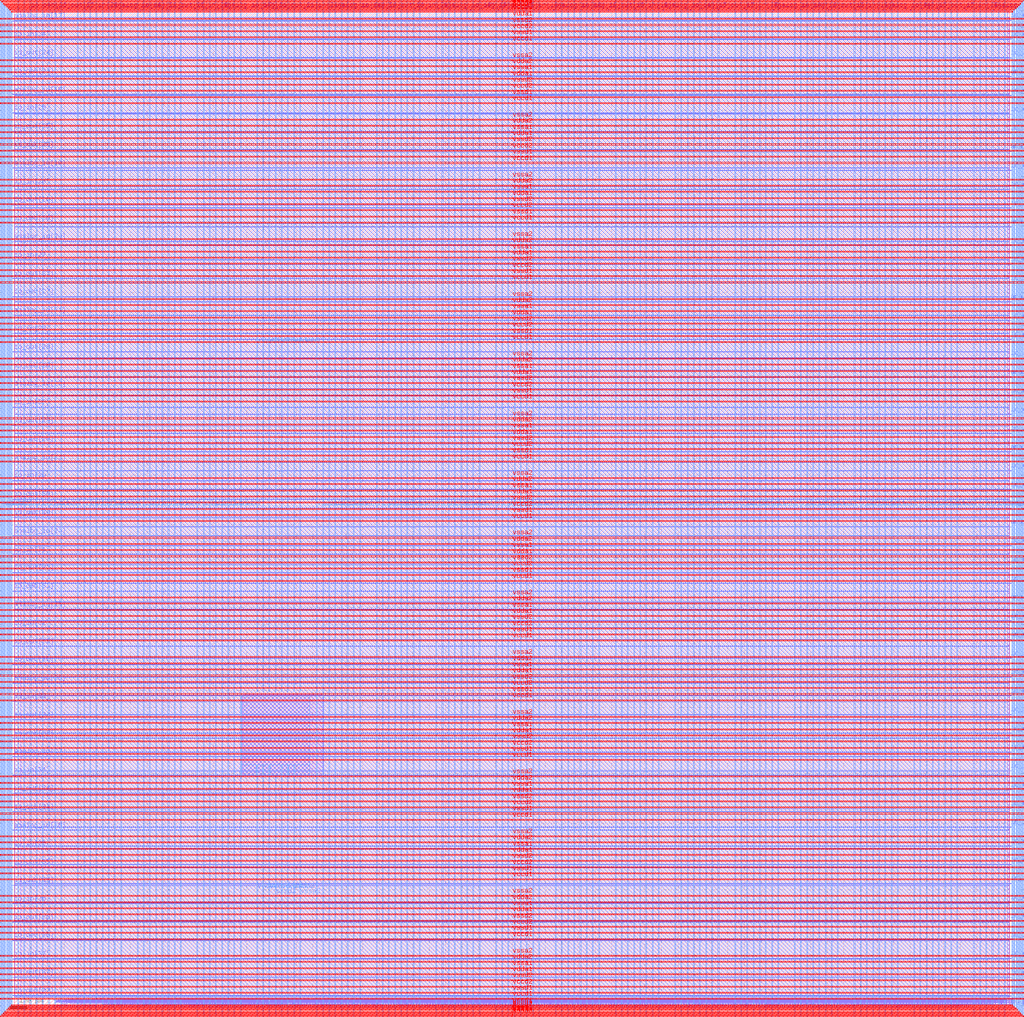
<source format=lef>
VERSION 5.7 ;
  NOWIREEXTENSIONATPIN ON ;
  DIVIDERCHAR "/" ;
  BUSBITCHARS "[]" ;
MACRO user_project_wrapper
  CLASS BLOCK ;
  FOREIGN user_project_wrapper ;
  ORIGIN 0.000 0.000 ;
  SIZE 3000.000 BY 3000.000 ;
  PIN analog_io[0]
    DIRECTION INOUT ;
    USE SIGNAL ;
    PORT
      LAYER Metal3 ;
        RECT 2997.600 1216.600 3004.800 1217.720 ;
    END
  END analog_io[0]
  PIN analog_io[10]
    DIRECTION INOUT ;
    USE SIGNAL ;
    PORT
      LAYER Metal2 ;
        RECT 2286.760 2997.600 2287.880 3004.800 ;
    END
  END analog_io[10]
  PIN analog_io[11]
    DIRECTION INOUT ;
    USE SIGNAL ;
    PORT
      LAYER Metal2 ;
        RECT 1955.240 2997.600 1956.360 3004.800 ;
    END
  END analog_io[11]
  PIN analog_io[12]
    DIRECTION INOUT ;
    USE SIGNAL ;
    PORT
      LAYER Metal2 ;
        RECT 1623.720 2997.600 1624.840 3004.800 ;
    END
  END analog_io[12]
  PIN analog_io[13]
    DIRECTION INOUT ;
    USE SIGNAL ;
    PORT
      LAYER Metal2 ;
        RECT 1292.200 2997.600 1293.320 3004.800 ;
    END
  END analog_io[13]
  PIN analog_io[14]
    DIRECTION INOUT ;
    USE SIGNAL ;
    PORT
      LAYER Metal2 ;
        RECT 960.680 2997.600 961.800 3004.800 ;
    END
  END analog_io[14]
  PIN analog_io[15]
    DIRECTION INOUT ;
    USE SIGNAL ;
    PORT
      LAYER Metal2 ;
        RECT 629.160 2997.600 630.280 3004.800 ;
    END
  END analog_io[15]
  PIN analog_io[16]
    DIRECTION INOUT ;
    USE SIGNAL ;
    PORT
      LAYER Metal2 ;
        RECT 297.640 2997.600 298.760 3004.800 ;
    END
  END analog_io[16]
  PIN analog_io[17]
    DIRECTION INOUT ;
    USE SIGNAL ;
    PORT
      LAYER Metal3 ;
        RECT -4.800 2968.280 2.400 2969.400 ;
    END
  END analog_io[17]
  PIN analog_io[18]
    DIRECTION INOUT ;
    USE SIGNAL ;
    PORT
      LAYER Metal3 ;
        RECT -4.800 2746.520 2.400 2747.640 ;
    END
  END analog_io[18]
  PIN analog_io[19]
    DIRECTION INOUT ;
    USE SIGNAL ;
    PORT
      LAYER Metal3 ;
        RECT -4.800 2524.760 2.400 2525.880 ;
    END
  END analog_io[19]
  PIN analog_io[1]
    DIRECTION INOUT ;
    USE SIGNAL ;
    PORT
      LAYER Metal3 ;
        RECT 2997.600 1442.840 3004.800 1443.960 ;
    END
  END analog_io[1]
  PIN analog_io[20]
    DIRECTION INOUT ;
    USE SIGNAL ;
    PORT
      LAYER Metal3 ;
        RECT -4.800 2303.000 2.400 2304.120 ;
    END
  END analog_io[20]
  PIN analog_io[21]
    DIRECTION INOUT ;
    USE SIGNAL ;
    PORT
      LAYER Metal3 ;
        RECT -4.800 2081.240 2.400 2082.360 ;
    END
  END analog_io[21]
  PIN analog_io[22]
    DIRECTION INOUT ;
    USE SIGNAL ;
    PORT
      LAYER Metal3 ;
        RECT -4.800 1859.480 2.400 1860.600 ;
    END
  END analog_io[22]
  PIN analog_io[23]
    DIRECTION INOUT ;
    USE SIGNAL ;
    PORT
      LAYER Metal3 ;
        RECT -4.800 1637.720 2.400 1638.840 ;
    END
  END analog_io[23]
  PIN analog_io[24]
    DIRECTION INOUT ;
    USE SIGNAL ;
    PORT
      LAYER Metal3 ;
        RECT -4.800 1415.960 2.400 1417.080 ;
    END
  END analog_io[24]
  PIN analog_io[25]
    DIRECTION INOUT ;
    USE SIGNAL ;
    PORT
      LAYER Metal3 ;
        RECT -4.800 1194.200 2.400 1195.320 ;
    END
  END analog_io[25]
  PIN analog_io[26]
    DIRECTION INOUT ;
    USE SIGNAL ;
    PORT
      LAYER Metal3 ;
        RECT -4.800 972.440 2.400 973.560 ;
    END
  END analog_io[26]
  PIN analog_io[27]
    DIRECTION INOUT ;
    USE SIGNAL ;
    PORT
      LAYER Metal3 ;
        RECT -4.800 750.680 2.400 751.800 ;
    END
  END analog_io[27]
  PIN analog_io[28]
    DIRECTION INOUT ;
    USE SIGNAL ;
    PORT
      LAYER Metal3 ;
        RECT -4.800 528.920 2.400 530.040 ;
    END
  END analog_io[28]
  PIN analog_io[2]
    DIRECTION INOUT ;
    USE SIGNAL ;
    PORT
      LAYER Metal3 ;
        RECT 2997.600 1669.080 3004.800 1670.200 ;
    END
  END analog_io[2]
  PIN analog_io[3]
    DIRECTION INOUT ;
    USE SIGNAL ;
    PORT
      LAYER Metal3 ;
        RECT 2997.600 1895.320 3004.800 1896.440 ;
    END
  END analog_io[3]
  PIN analog_io[4]
    DIRECTION INOUT ;
    USE SIGNAL ;
    PORT
      LAYER Metal3 ;
        RECT 2997.600 2121.560 3004.800 2122.680 ;
    END
  END analog_io[4]
  PIN analog_io[5]
    DIRECTION INOUT ;
    USE SIGNAL ;
    PORT
      LAYER Metal3 ;
        RECT 2997.600 2347.800 3004.800 2348.920 ;
    END
  END analog_io[5]
  PIN analog_io[6]
    DIRECTION INOUT ;
    USE SIGNAL ;
    PORT
      LAYER Metal3 ;
        RECT 2997.600 2574.040 3004.800 2575.160 ;
    END
  END analog_io[6]
  PIN analog_io[7]
    DIRECTION INOUT ;
    USE SIGNAL ;
    PORT
      LAYER Metal3 ;
        RECT 2997.600 2800.280 3004.800 2801.400 ;
    END
  END analog_io[7]
  PIN analog_io[8]
    DIRECTION INOUT ;
    USE SIGNAL ;
    PORT
      LAYER Metal2 ;
        RECT 2949.800 2997.600 2950.920 3004.800 ;
    END
  END analog_io[8]
  PIN analog_io[9]
    DIRECTION INOUT ;
    USE SIGNAL ;
    PORT
      LAYER Metal2 ;
        RECT 2618.280 2997.600 2619.400 3004.800 ;
    END
  END analog_io[9]
  PIN io_in[0]
    DIRECTION INPUT ;
    USE SIGNAL ;
    PORT
      LAYER Metal3 ;
        RECT 2997.600 28.840 3004.800 29.960 ;
    END
  END io_in[0]
  PIN io_in[10]
    DIRECTION INPUT ;
    USE SIGNAL ;
    PORT
      LAYER Metal3 ;
        RECT 2997.600 1951.880 3004.800 1953.000 ;
    END
  END io_in[10]
  PIN io_in[11]
    DIRECTION INPUT ;
    USE SIGNAL ;
    PORT
      LAYER Metal3 ;
        RECT 2997.600 2178.120 3004.800 2179.240 ;
    END
  END io_in[11]
  PIN io_in[12]
    DIRECTION INPUT ;
    USE SIGNAL ;
    PORT
      LAYER Metal3 ;
        RECT 2997.600 2404.360 3004.800 2405.480 ;
    END
  END io_in[12]
  PIN io_in[13]
    DIRECTION INPUT ;
    USE SIGNAL ;
    PORT
      LAYER Metal3 ;
        RECT 2997.600 2630.600 3004.800 2631.720 ;
    END
  END io_in[13]
  PIN io_in[14]
    DIRECTION INPUT ;
    USE SIGNAL ;
    PORT
      LAYER Metal3 ;
        RECT 2997.600 2856.840 3004.800 2857.960 ;
    END
  END io_in[14]
  PIN io_in[15]
    DIRECTION INPUT ;
    USE SIGNAL ;
    PORT
      LAYER Metal2 ;
        RECT 2866.920 2997.600 2868.040 3004.800 ;
    END
  END io_in[15]
  PIN io_in[16]
    DIRECTION INPUT ;
    USE SIGNAL ;
    PORT
      LAYER Metal2 ;
        RECT 2535.400 2997.600 2536.520 3004.800 ;
    END
  END io_in[16]
  PIN io_in[17]
    DIRECTION INPUT ;
    USE SIGNAL ;
    PORT
      LAYER Metal2 ;
        RECT 2203.880 2997.600 2205.000 3004.800 ;
    END
  END io_in[17]
  PIN io_in[18]
    DIRECTION INPUT ;
    USE SIGNAL ;
    PORT
      LAYER Metal2 ;
        RECT 1872.360 2997.600 1873.480 3004.800 ;
    END
  END io_in[18]
  PIN io_in[19]
    DIRECTION INPUT ;
    USE SIGNAL ;
    PORT
      LAYER Metal2 ;
        RECT 1540.840 2997.600 1541.960 3004.800 ;
    END
  END io_in[19]
  PIN io_in[1]
    DIRECTION INPUT ;
    USE SIGNAL ;
    PORT
      LAYER Metal3 ;
        RECT 2997.600 198.520 3004.800 199.640 ;
    END
  END io_in[1]
  PIN io_in[20]
    DIRECTION INPUT ;
    USE SIGNAL ;
    PORT
      LAYER Metal2 ;
        RECT 1209.320 2997.600 1210.440 3004.800 ;
    END
  END io_in[20]
  PIN io_in[21]
    DIRECTION INPUT ;
    USE SIGNAL ;
    PORT
      LAYER Metal2 ;
        RECT 877.800 2997.600 878.920 3004.800 ;
    END
  END io_in[21]
  PIN io_in[22]
    DIRECTION INPUT ;
    USE SIGNAL ;
    PORT
      LAYER Metal2 ;
        RECT 546.280 2997.600 547.400 3004.800 ;
    END
  END io_in[22]
  PIN io_in[23]
    DIRECTION INPUT ;
    USE SIGNAL ;
    PORT
      LAYER Metal2 ;
        RECT 214.760 2997.600 215.880 3004.800 ;
    END
  END io_in[23]
  PIN io_in[24]
    DIRECTION INPUT ;
    USE SIGNAL ;
    PORT
      LAYER Metal3 ;
        RECT -4.800 2912.840 2.400 2913.960 ;
    END
  END io_in[24]
  PIN io_in[25]
    DIRECTION INPUT ;
    USE SIGNAL ;
    PORT
      LAYER Metal3 ;
        RECT -4.800 2691.080 2.400 2692.200 ;
    END
  END io_in[25]
  PIN io_in[26]
    DIRECTION INPUT ;
    USE SIGNAL ;
    PORT
      LAYER Metal3 ;
        RECT -4.800 2469.320 2.400 2470.440 ;
    END
  END io_in[26]
  PIN io_in[27]
    DIRECTION INPUT ;
    USE SIGNAL ;
    PORT
      LAYER Metal3 ;
        RECT -4.800 2247.560 2.400 2248.680 ;
    END
  END io_in[27]
  PIN io_in[28]
    DIRECTION INPUT ;
    USE SIGNAL ;
    PORT
      LAYER Metal3 ;
        RECT -4.800 2025.800 2.400 2026.920 ;
    END
  END io_in[28]
  PIN io_in[29]
    DIRECTION INPUT ;
    USE SIGNAL ;
    PORT
      LAYER Metal3 ;
        RECT -4.800 1804.040 2.400 1805.160 ;
    END
  END io_in[29]
  PIN io_in[2]
    DIRECTION INPUT ;
    USE SIGNAL ;
    PORT
      LAYER Metal3 ;
        RECT 2997.600 368.200 3004.800 369.320 ;
    END
  END io_in[2]
  PIN io_in[30]
    DIRECTION INPUT ;
    USE SIGNAL ;
    PORT
      LAYER Metal3 ;
        RECT -4.800 1582.280 2.400 1583.400 ;
    END
  END io_in[30]
  PIN io_in[31]
    DIRECTION INPUT ;
    USE SIGNAL ;
    PORT
      LAYER Metal3 ;
        RECT -4.800 1360.520 2.400 1361.640 ;
    END
  END io_in[31]
  PIN io_in[32]
    DIRECTION INPUT ;
    USE SIGNAL ;
    PORT
      LAYER Metal3 ;
        RECT -4.800 1138.760 2.400 1139.880 ;
    END
  END io_in[32]
  PIN io_in[33]
    DIRECTION INPUT ;
    USE SIGNAL ;
    PORT
      LAYER Metal3 ;
        RECT -4.800 917.000 2.400 918.120 ;
    END
  END io_in[33]
  PIN io_in[34]
    DIRECTION INPUT ;
    USE SIGNAL ;
    PORT
      LAYER Metal3 ;
        RECT -4.800 695.240 2.400 696.360 ;
    END
  END io_in[34]
  PIN io_in[35]
    DIRECTION INPUT ;
    USE SIGNAL ;
    PORT
      LAYER Metal3 ;
        RECT -4.800 473.480 2.400 474.600 ;
    END
  END io_in[35]
  PIN io_in[36]
    DIRECTION INPUT ;
    USE SIGNAL ;
    PORT
      LAYER Metal3 ;
        RECT -4.800 307.160 2.400 308.280 ;
    END
  END io_in[36]
  PIN io_in[37]
    DIRECTION INPUT ;
    USE SIGNAL ;
    PORT
      LAYER Metal3 ;
        RECT -4.800 140.840 2.400 141.960 ;
    END
  END io_in[37]
  PIN io_in[3]
    DIRECTION INPUT ;
    USE SIGNAL ;
    PORT
      LAYER Metal3 ;
        RECT 2997.600 537.880 3004.800 539.000 ;
    END
  END io_in[3]
  PIN io_in[4]
    DIRECTION INPUT ;
    USE SIGNAL ;
    PORT
      LAYER Metal3 ;
        RECT 2997.600 707.560 3004.800 708.680 ;
    END
  END io_in[4]
  PIN io_in[5]
    DIRECTION INPUT ;
    USE SIGNAL ;
    PORT
      LAYER Metal3 ;
        RECT 2997.600 877.240 3004.800 878.360 ;
    END
  END io_in[5]
  PIN io_in[6]
    DIRECTION INPUT ;
    USE SIGNAL ;
    PORT
      LAYER Metal3 ;
        RECT 2997.600 1046.920 3004.800 1048.040 ;
    END
  END io_in[6]
  PIN io_in[7]
    DIRECTION INPUT ;
    USE SIGNAL ;
    PORT
      LAYER Metal3 ;
        RECT 2997.600 1273.160 3004.800 1274.280 ;
    END
  END io_in[7]
  PIN io_in[8]
    DIRECTION INPUT ;
    USE SIGNAL ;
    PORT
      LAYER Metal3 ;
        RECT 2997.600 1499.400 3004.800 1500.520 ;
    END
  END io_in[8]
  PIN io_in[9]
    DIRECTION INPUT ;
    USE SIGNAL ;
    PORT
      LAYER Metal3 ;
        RECT 2997.600 1725.640 3004.800 1726.760 ;
    END
  END io_in[9]
  PIN io_oeb[0]
    DIRECTION OUTPUT TRISTATE ;
    USE SIGNAL ;
    PORT
      LAYER Metal3 ;
        RECT 2997.600 141.960 3004.800 143.080 ;
    END
  END io_oeb[0]
  PIN io_oeb[10]
    DIRECTION OUTPUT TRISTATE ;
    USE SIGNAL ;
    PORT
      LAYER Metal3 ;
        RECT 2997.600 2065.000 3004.800 2066.120 ;
    END
  END io_oeb[10]
  PIN io_oeb[11]
    DIRECTION OUTPUT TRISTATE ;
    USE SIGNAL ;
    PORT
      LAYER Metal3 ;
        RECT 2997.600 2291.240 3004.800 2292.360 ;
    END
  END io_oeb[11]
  PIN io_oeb[12]
    DIRECTION OUTPUT TRISTATE ;
    USE SIGNAL ;
    PORT
      LAYER Metal3 ;
        RECT 2997.600 2517.480 3004.800 2518.600 ;
    END
  END io_oeb[12]
  PIN io_oeb[13]
    DIRECTION OUTPUT TRISTATE ;
    USE SIGNAL ;
    PORT
      LAYER Metal3 ;
        RECT 2997.600 2743.720 3004.800 2744.840 ;
    END
  END io_oeb[13]
  PIN io_oeb[14]
    DIRECTION OUTPUT TRISTATE ;
    USE SIGNAL ;
    PORT
      LAYER Metal3 ;
        RECT 2997.600 2969.960 3004.800 2971.080 ;
    END
  END io_oeb[14]
  PIN io_oeb[15]
    DIRECTION OUTPUT TRISTATE ;
    USE SIGNAL ;
    PORT
      LAYER Metal2 ;
        RECT 2701.160 2997.600 2702.280 3004.800 ;
    END
  END io_oeb[15]
  PIN io_oeb[16]
    DIRECTION OUTPUT TRISTATE ;
    USE SIGNAL ;
    PORT
      LAYER Metal2 ;
        RECT 2369.640 2997.600 2370.760 3004.800 ;
    END
  END io_oeb[16]
  PIN io_oeb[17]
    DIRECTION OUTPUT TRISTATE ;
    USE SIGNAL ;
    PORT
      LAYER Metal2 ;
        RECT 2038.120 2997.600 2039.240 3004.800 ;
    END
  END io_oeb[17]
  PIN io_oeb[18]
    DIRECTION OUTPUT TRISTATE ;
    USE SIGNAL ;
    PORT
      LAYER Metal2 ;
        RECT 1706.600 2997.600 1707.720 3004.800 ;
    END
  END io_oeb[18]
  PIN io_oeb[19]
    DIRECTION OUTPUT TRISTATE ;
    USE SIGNAL ;
    PORT
      LAYER Metal2 ;
        RECT 1375.080 2997.600 1376.200 3004.800 ;
    END
  END io_oeb[19]
  PIN io_oeb[1]
    DIRECTION OUTPUT TRISTATE ;
    USE SIGNAL ;
    PORT
      LAYER Metal3 ;
        RECT 2997.600 311.640 3004.800 312.760 ;
    END
  END io_oeb[1]
  PIN io_oeb[20]
    DIRECTION OUTPUT TRISTATE ;
    USE SIGNAL ;
    PORT
      LAYER Metal2 ;
        RECT 1043.560 2997.600 1044.680 3004.800 ;
    END
  END io_oeb[20]
  PIN io_oeb[21]
    DIRECTION OUTPUT TRISTATE ;
    USE SIGNAL ;
    PORT
      LAYER Metal2 ;
        RECT 712.040 2997.600 713.160 3004.800 ;
    END
  END io_oeb[21]
  PIN io_oeb[22]
    DIRECTION OUTPUT TRISTATE ;
    USE SIGNAL ;
    PORT
      LAYER Metal2 ;
        RECT 380.520 2997.600 381.640 3004.800 ;
    END
  END io_oeb[22]
  PIN io_oeb[23]
    DIRECTION OUTPUT TRISTATE ;
    USE SIGNAL ;
    PORT
      LAYER Metal2 ;
        RECT 49.000 2997.600 50.120 3004.800 ;
    END
  END io_oeb[23]
  PIN io_oeb[24]
    DIRECTION OUTPUT TRISTATE ;
    USE SIGNAL ;
    PORT
      LAYER Metal3 ;
        RECT -4.800 2801.960 2.400 2803.080 ;
    END
  END io_oeb[24]
  PIN io_oeb[25]
    DIRECTION OUTPUT TRISTATE ;
    USE SIGNAL ;
    PORT
      LAYER Metal3 ;
        RECT -4.800 2580.200 2.400 2581.320 ;
    END
  END io_oeb[25]
  PIN io_oeb[26]
    DIRECTION OUTPUT TRISTATE ;
    USE SIGNAL ;
    PORT
      LAYER Metal3 ;
        RECT -4.800 2358.440 2.400 2359.560 ;
    END
  END io_oeb[26]
  PIN io_oeb[27]
    DIRECTION OUTPUT TRISTATE ;
    USE SIGNAL ;
    PORT
      LAYER Metal3 ;
        RECT -4.800 2136.680 2.400 2137.800 ;
    END
  END io_oeb[27]
  PIN io_oeb[28]
    DIRECTION OUTPUT TRISTATE ;
    USE SIGNAL ;
    PORT
      LAYER Metal3 ;
        RECT -4.800 1914.920 2.400 1916.040 ;
    END
  END io_oeb[28]
  PIN io_oeb[29]
    DIRECTION OUTPUT TRISTATE ;
    USE SIGNAL ;
    PORT
      LAYER Metal3 ;
        RECT -4.800 1693.160 2.400 1694.280 ;
    END
  END io_oeb[29]
  PIN io_oeb[2]
    DIRECTION OUTPUT TRISTATE ;
    USE SIGNAL ;
    PORT
      LAYER Metal3 ;
        RECT 2997.600 481.320 3004.800 482.440 ;
    END
  END io_oeb[2]
  PIN io_oeb[30]
    DIRECTION OUTPUT TRISTATE ;
    USE SIGNAL ;
    PORT
      LAYER Metal3 ;
        RECT -4.800 1471.400 2.400 1472.520 ;
    END
  END io_oeb[30]
  PIN io_oeb[31]
    DIRECTION OUTPUT TRISTATE ;
    USE SIGNAL ;
    PORT
      LAYER Metal3 ;
        RECT -4.800 1249.640 2.400 1250.760 ;
    END
  END io_oeb[31]
  PIN io_oeb[32]
    DIRECTION OUTPUT TRISTATE ;
    USE SIGNAL ;
    PORT
      LAYER Metal3 ;
        RECT -4.800 1027.880 2.400 1029.000 ;
    END
  END io_oeb[32]
  PIN io_oeb[33]
    DIRECTION OUTPUT TRISTATE ;
    USE SIGNAL ;
    PORT
      LAYER Metal3 ;
        RECT -4.800 806.120 2.400 807.240 ;
    END
  END io_oeb[33]
  PIN io_oeb[34]
    DIRECTION OUTPUT TRISTATE ;
    USE SIGNAL ;
    PORT
      LAYER Metal3 ;
        RECT -4.800 584.360 2.400 585.480 ;
    END
  END io_oeb[34]
  PIN io_oeb[35]
    DIRECTION OUTPUT TRISTATE ;
    USE SIGNAL ;
    PORT
      LAYER Metal3 ;
        RECT -4.800 362.600 2.400 363.720 ;
    END
  END io_oeb[35]
  PIN io_oeb[36]
    DIRECTION OUTPUT TRISTATE ;
    USE SIGNAL ;
    PORT
      LAYER Metal3 ;
        RECT -4.800 196.280 2.400 197.400 ;
    END
  END io_oeb[36]
  PIN io_oeb[37]
    DIRECTION OUTPUT TRISTATE ;
    USE SIGNAL ;
    PORT
      LAYER Metal3 ;
        RECT -4.800 29.960 2.400 31.080 ;
    END
  END io_oeb[37]
  PIN io_oeb[3]
    DIRECTION OUTPUT TRISTATE ;
    USE SIGNAL ;
    PORT
      LAYER Metal3 ;
        RECT 2997.600 651.000 3004.800 652.120 ;
    END
  END io_oeb[3]
  PIN io_oeb[4]
    DIRECTION OUTPUT TRISTATE ;
    USE SIGNAL ;
    PORT
      LAYER Metal3 ;
        RECT 2997.600 820.680 3004.800 821.800 ;
    END
  END io_oeb[4]
  PIN io_oeb[5]
    DIRECTION OUTPUT TRISTATE ;
    USE SIGNAL ;
    PORT
      LAYER Metal3 ;
        RECT 2997.600 990.360 3004.800 991.480 ;
    END
  END io_oeb[5]
  PIN io_oeb[6]
    DIRECTION OUTPUT TRISTATE ;
    USE SIGNAL ;
    PORT
      LAYER Metal3 ;
        RECT 2997.600 1160.040 3004.800 1161.160 ;
    END
  END io_oeb[6]
  PIN io_oeb[7]
    DIRECTION OUTPUT TRISTATE ;
    USE SIGNAL ;
    PORT
      LAYER Metal3 ;
        RECT 2997.600 1386.280 3004.800 1387.400 ;
    END
  END io_oeb[7]
  PIN io_oeb[8]
    DIRECTION OUTPUT TRISTATE ;
    USE SIGNAL ;
    PORT
      LAYER Metal3 ;
        RECT 2997.600 1612.520 3004.800 1613.640 ;
    END
  END io_oeb[8]
  PIN io_oeb[9]
    DIRECTION OUTPUT TRISTATE ;
    USE SIGNAL ;
    PORT
      LAYER Metal3 ;
        RECT 2997.600 1838.760 3004.800 1839.880 ;
    END
  END io_oeb[9]
  PIN io_out[0]
    DIRECTION OUTPUT TRISTATE ;
    USE SIGNAL ;
    PORT
      LAYER Metal3 ;
        RECT 2997.600 85.400 3004.800 86.520 ;
    END
  END io_out[0]
  PIN io_out[10]
    DIRECTION OUTPUT TRISTATE ;
    USE SIGNAL ;
    PORT
      LAYER Metal3 ;
        RECT 2997.600 2008.440 3004.800 2009.560 ;
    END
  END io_out[10]
  PIN io_out[11]
    DIRECTION OUTPUT TRISTATE ;
    USE SIGNAL ;
    PORT
      LAYER Metal3 ;
        RECT 2997.600 2234.680 3004.800 2235.800 ;
    END
  END io_out[11]
  PIN io_out[12]
    DIRECTION OUTPUT TRISTATE ;
    USE SIGNAL ;
    PORT
      LAYER Metal3 ;
        RECT 2997.600 2460.920 3004.800 2462.040 ;
    END
  END io_out[12]
  PIN io_out[13]
    DIRECTION OUTPUT TRISTATE ;
    USE SIGNAL ;
    PORT
      LAYER Metal3 ;
        RECT 2997.600 2687.160 3004.800 2688.280 ;
    END
  END io_out[13]
  PIN io_out[14]
    DIRECTION OUTPUT TRISTATE ;
    USE SIGNAL ;
    PORT
      LAYER Metal3 ;
        RECT 2997.600 2913.400 3004.800 2914.520 ;
    END
  END io_out[14]
  PIN io_out[15]
    DIRECTION OUTPUT TRISTATE ;
    USE SIGNAL ;
    PORT
      LAYER Metal2 ;
        RECT 2784.040 2997.600 2785.160 3004.800 ;
    END
  END io_out[15]
  PIN io_out[16]
    DIRECTION OUTPUT TRISTATE ;
    USE SIGNAL ;
    PORT
      LAYER Metal2 ;
        RECT 2452.520 2997.600 2453.640 3004.800 ;
    END
  END io_out[16]
  PIN io_out[17]
    DIRECTION OUTPUT TRISTATE ;
    USE SIGNAL ;
    PORT
      LAYER Metal2 ;
        RECT 2121.000 2997.600 2122.120 3004.800 ;
    END
  END io_out[17]
  PIN io_out[18]
    DIRECTION OUTPUT TRISTATE ;
    USE SIGNAL ;
    PORT
      LAYER Metal2 ;
        RECT 1789.480 2997.600 1790.600 3004.800 ;
    END
  END io_out[18]
  PIN io_out[19]
    DIRECTION OUTPUT TRISTATE ;
    USE SIGNAL ;
    PORT
      LAYER Metal2 ;
        RECT 1457.960 2997.600 1459.080 3004.800 ;
    END
  END io_out[19]
  PIN io_out[1]
    DIRECTION OUTPUT TRISTATE ;
    USE SIGNAL ;
    PORT
      LAYER Metal3 ;
        RECT 2997.600 255.080 3004.800 256.200 ;
    END
  END io_out[1]
  PIN io_out[20]
    DIRECTION OUTPUT TRISTATE ;
    USE SIGNAL ;
    PORT
      LAYER Metal2 ;
        RECT 1126.440 2997.600 1127.560 3004.800 ;
    END
  END io_out[20]
  PIN io_out[21]
    DIRECTION OUTPUT TRISTATE ;
    USE SIGNAL ;
    PORT
      LAYER Metal2 ;
        RECT 794.920 2997.600 796.040 3004.800 ;
    END
  END io_out[21]
  PIN io_out[22]
    DIRECTION OUTPUT TRISTATE ;
    USE SIGNAL ;
    PORT
      LAYER Metal2 ;
        RECT 463.400 2997.600 464.520 3004.800 ;
    END
  END io_out[22]
  PIN io_out[23]
    DIRECTION OUTPUT TRISTATE ;
    USE SIGNAL ;
    PORT
      LAYER Metal2 ;
        RECT 131.880 2997.600 133.000 3004.800 ;
    END
  END io_out[23]
  PIN io_out[24]
    DIRECTION OUTPUT TRISTATE ;
    USE SIGNAL ;
    PORT
      LAYER Metal3 ;
        RECT -4.800 2857.400 2.400 2858.520 ;
    END
  END io_out[24]
  PIN io_out[25]
    DIRECTION OUTPUT TRISTATE ;
    USE SIGNAL ;
    PORT
      LAYER Metal3 ;
        RECT -4.800 2635.640 2.400 2636.760 ;
    END
  END io_out[25]
  PIN io_out[26]
    DIRECTION OUTPUT TRISTATE ;
    USE SIGNAL ;
    PORT
      LAYER Metal3 ;
        RECT -4.800 2413.880 2.400 2415.000 ;
    END
  END io_out[26]
  PIN io_out[27]
    DIRECTION OUTPUT TRISTATE ;
    USE SIGNAL ;
    PORT
      LAYER Metal3 ;
        RECT -4.800 2192.120 2.400 2193.240 ;
    END
  END io_out[27]
  PIN io_out[28]
    DIRECTION OUTPUT TRISTATE ;
    USE SIGNAL ;
    PORT
      LAYER Metal3 ;
        RECT -4.800 1970.360 2.400 1971.480 ;
    END
  END io_out[28]
  PIN io_out[29]
    DIRECTION OUTPUT TRISTATE ;
    USE SIGNAL ;
    PORT
      LAYER Metal3 ;
        RECT -4.800 1748.600 2.400 1749.720 ;
    END
  END io_out[29]
  PIN io_out[2]
    DIRECTION OUTPUT TRISTATE ;
    USE SIGNAL ;
    PORT
      LAYER Metal3 ;
        RECT 2997.600 424.760 3004.800 425.880 ;
    END
  END io_out[2]
  PIN io_out[30]
    DIRECTION OUTPUT TRISTATE ;
    USE SIGNAL ;
    PORT
      LAYER Metal3 ;
        RECT -4.800 1526.840 2.400 1527.960 ;
    END
  END io_out[30]
  PIN io_out[31]
    DIRECTION OUTPUT TRISTATE ;
    USE SIGNAL ;
    PORT
      LAYER Metal3 ;
        RECT -4.800 1305.080 2.400 1306.200 ;
    END
  END io_out[31]
  PIN io_out[32]
    DIRECTION OUTPUT TRISTATE ;
    USE SIGNAL ;
    PORT
      LAYER Metal3 ;
        RECT -4.800 1083.320 2.400 1084.440 ;
    END
  END io_out[32]
  PIN io_out[33]
    DIRECTION OUTPUT TRISTATE ;
    USE SIGNAL ;
    PORT
      LAYER Metal3 ;
        RECT -4.800 861.560 2.400 862.680 ;
    END
  END io_out[33]
  PIN io_out[34]
    DIRECTION OUTPUT TRISTATE ;
    USE SIGNAL ;
    PORT
      LAYER Metal3 ;
        RECT -4.800 639.800 2.400 640.920 ;
    END
  END io_out[34]
  PIN io_out[35]
    DIRECTION OUTPUT TRISTATE ;
    USE SIGNAL ;
    PORT
      LAYER Metal3 ;
        RECT -4.800 418.040 2.400 419.160 ;
    END
  END io_out[35]
  PIN io_out[36]
    DIRECTION OUTPUT TRISTATE ;
    USE SIGNAL ;
    PORT
      LAYER Metal3 ;
        RECT -4.800 251.720 2.400 252.840 ;
    END
  END io_out[36]
  PIN io_out[37]
    DIRECTION OUTPUT TRISTATE ;
    USE SIGNAL ;
    PORT
      LAYER Metal3 ;
        RECT -4.800 85.400 2.400 86.520 ;
    END
  END io_out[37]
  PIN io_out[3]
    DIRECTION OUTPUT TRISTATE ;
    USE SIGNAL ;
    PORT
      LAYER Metal3 ;
        RECT 2997.600 594.440 3004.800 595.560 ;
    END
  END io_out[3]
  PIN io_out[4]
    DIRECTION OUTPUT TRISTATE ;
    USE SIGNAL ;
    PORT
      LAYER Metal3 ;
        RECT 2997.600 764.120 3004.800 765.240 ;
    END
  END io_out[4]
  PIN io_out[5]
    DIRECTION OUTPUT TRISTATE ;
    USE SIGNAL ;
    PORT
      LAYER Metal3 ;
        RECT 2997.600 933.800 3004.800 934.920 ;
    END
  END io_out[5]
  PIN io_out[6]
    DIRECTION OUTPUT TRISTATE ;
    USE SIGNAL ;
    PORT
      LAYER Metal3 ;
        RECT 2997.600 1103.480 3004.800 1104.600 ;
    END
  END io_out[6]
  PIN io_out[7]
    DIRECTION OUTPUT TRISTATE ;
    USE SIGNAL ;
    PORT
      LAYER Metal3 ;
        RECT 2997.600 1329.720 3004.800 1330.840 ;
    END
  END io_out[7]
  PIN io_out[8]
    DIRECTION OUTPUT TRISTATE ;
    USE SIGNAL ;
    PORT
      LAYER Metal3 ;
        RECT 2997.600 1555.960 3004.800 1557.080 ;
    END
  END io_out[8]
  PIN io_out[9]
    DIRECTION OUTPUT TRISTATE ;
    USE SIGNAL ;
    PORT
      LAYER Metal3 ;
        RECT 2997.600 1782.200 3004.800 1783.320 ;
    END
  END io_out[9]
  PIN la_data_in[0]
    DIRECTION INPUT ;
    USE SIGNAL ;
    PORT
      LAYER Metal2 ;
        RECT 712.600 -4.800 713.720 2.400 ;
    END
  END la_data_in[0]
  PIN la_data_in[100]
    DIRECTION INPUT ;
    USE SIGNAL ;
    PORT
      LAYER Metal2 ;
        RECT 2392.600 -4.800 2393.720 2.400 ;
    END
  END la_data_in[100]
  PIN la_data_in[101]
    DIRECTION INPUT ;
    USE SIGNAL ;
    PORT
      LAYER Metal2 ;
        RECT 2409.400 -4.800 2410.520 2.400 ;
    END
  END la_data_in[101]
  PIN la_data_in[102]
    DIRECTION INPUT ;
    USE SIGNAL ;
    PORT
      LAYER Metal2 ;
        RECT 2426.200 -4.800 2427.320 2.400 ;
    END
  END la_data_in[102]
  PIN la_data_in[103]
    DIRECTION INPUT ;
    USE SIGNAL ;
    PORT
      LAYER Metal2 ;
        RECT 2443.000 -4.800 2444.120 2.400 ;
    END
  END la_data_in[103]
  PIN la_data_in[104]
    DIRECTION INPUT ;
    USE SIGNAL ;
    PORT
      LAYER Metal2 ;
        RECT 2459.800 -4.800 2460.920 2.400 ;
    END
  END la_data_in[104]
  PIN la_data_in[105]
    DIRECTION INPUT ;
    USE SIGNAL ;
    PORT
      LAYER Metal2 ;
        RECT 2476.600 -4.800 2477.720 2.400 ;
    END
  END la_data_in[105]
  PIN la_data_in[106]
    DIRECTION INPUT ;
    USE SIGNAL ;
    PORT
      LAYER Metal2 ;
        RECT 2493.400 -4.800 2494.520 2.400 ;
    END
  END la_data_in[106]
  PIN la_data_in[107]
    DIRECTION INPUT ;
    USE SIGNAL ;
    PORT
      LAYER Metal2 ;
        RECT 2510.200 -4.800 2511.320 2.400 ;
    END
  END la_data_in[107]
  PIN la_data_in[108]
    DIRECTION INPUT ;
    USE SIGNAL ;
    PORT
      LAYER Metal2 ;
        RECT 2527.000 -4.800 2528.120 2.400 ;
    END
  END la_data_in[108]
  PIN la_data_in[109]
    DIRECTION INPUT ;
    USE SIGNAL ;
    PORT
      LAYER Metal2 ;
        RECT 2543.800 -4.800 2544.920 2.400 ;
    END
  END la_data_in[109]
  PIN la_data_in[10]
    DIRECTION INPUT ;
    USE SIGNAL ;
    PORT
      LAYER Metal2 ;
        RECT 880.600 -4.800 881.720 2.400 ;
    END
  END la_data_in[10]
  PIN la_data_in[110]
    DIRECTION INPUT ;
    USE SIGNAL ;
    PORT
      LAYER Metal2 ;
        RECT 2560.600 -4.800 2561.720 2.400 ;
    END
  END la_data_in[110]
  PIN la_data_in[111]
    DIRECTION INPUT ;
    USE SIGNAL ;
    PORT
      LAYER Metal2 ;
        RECT 2577.400 -4.800 2578.520 2.400 ;
    END
  END la_data_in[111]
  PIN la_data_in[112]
    DIRECTION INPUT ;
    USE SIGNAL ;
    PORT
      LAYER Metal2 ;
        RECT 2594.200 -4.800 2595.320 2.400 ;
    END
  END la_data_in[112]
  PIN la_data_in[113]
    DIRECTION INPUT ;
    USE SIGNAL ;
    PORT
      LAYER Metal2 ;
        RECT 2611.000 -4.800 2612.120 2.400 ;
    END
  END la_data_in[113]
  PIN la_data_in[114]
    DIRECTION INPUT ;
    USE SIGNAL ;
    PORT
      LAYER Metal2 ;
        RECT 2627.800 -4.800 2628.920 2.400 ;
    END
  END la_data_in[114]
  PIN la_data_in[115]
    DIRECTION INPUT ;
    USE SIGNAL ;
    PORT
      LAYER Metal2 ;
        RECT 2644.600 -4.800 2645.720 2.400 ;
    END
  END la_data_in[115]
  PIN la_data_in[116]
    DIRECTION INPUT ;
    USE SIGNAL ;
    PORT
      LAYER Metal2 ;
        RECT 2661.400 -4.800 2662.520 2.400 ;
    END
  END la_data_in[116]
  PIN la_data_in[117]
    DIRECTION INPUT ;
    USE SIGNAL ;
    PORT
      LAYER Metal2 ;
        RECT 2678.200 -4.800 2679.320 2.400 ;
    END
  END la_data_in[117]
  PIN la_data_in[118]
    DIRECTION INPUT ;
    USE SIGNAL ;
    PORT
      LAYER Metal2 ;
        RECT 2695.000 -4.800 2696.120 2.400 ;
    END
  END la_data_in[118]
  PIN la_data_in[119]
    DIRECTION INPUT ;
    USE SIGNAL ;
    PORT
      LAYER Metal2 ;
        RECT 2711.800 -4.800 2712.920 2.400 ;
    END
  END la_data_in[119]
  PIN la_data_in[11]
    DIRECTION INPUT ;
    USE SIGNAL ;
    PORT
      LAYER Metal2 ;
        RECT 897.400 -4.800 898.520 2.400 ;
    END
  END la_data_in[11]
  PIN la_data_in[120]
    DIRECTION INPUT ;
    USE SIGNAL ;
    PORT
      LAYER Metal2 ;
        RECT 2728.600 -4.800 2729.720 2.400 ;
    END
  END la_data_in[120]
  PIN la_data_in[121]
    DIRECTION INPUT ;
    USE SIGNAL ;
    PORT
      LAYER Metal2 ;
        RECT 2745.400 -4.800 2746.520 2.400 ;
    END
  END la_data_in[121]
  PIN la_data_in[122]
    DIRECTION INPUT ;
    USE SIGNAL ;
    PORT
      LAYER Metal2 ;
        RECT 2762.200 -4.800 2763.320 2.400 ;
    END
  END la_data_in[122]
  PIN la_data_in[123]
    DIRECTION INPUT ;
    USE SIGNAL ;
    PORT
      LAYER Metal2 ;
        RECT 2779.000 -4.800 2780.120 2.400 ;
    END
  END la_data_in[123]
  PIN la_data_in[124]
    DIRECTION INPUT ;
    USE SIGNAL ;
    PORT
      LAYER Metal2 ;
        RECT 2795.800 -4.800 2796.920 2.400 ;
    END
  END la_data_in[124]
  PIN la_data_in[125]
    DIRECTION INPUT ;
    USE SIGNAL ;
    PORT
      LAYER Metal2 ;
        RECT 2812.600 -4.800 2813.720 2.400 ;
    END
  END la_data_in[125]
  PIN la_data_in[126]
    DIRECTION INPUT ;
    USE SIGNAL ;
    PORT
      LAYER Metal2 ;
        RECT 2829.400 -4.800 2830.520 2.400 ;
    END
  END la_data_in[126]
  PIN la_data_in[127]
    DIRECTION INPUT ;
    USE SIGNAL ;
    PORT
      LAYER Metal2 ;
        RECT 2846.200 -4.800 2847.320 2.400 ;
    END
  END la_data_in[127]
  PIN la_data_in[12]
    DIRECTION INPUT ;
    USE SIGNAL ;
    PORT
      LAYER Metal2 ;
        RECT 914.200 -4.800 915.320 2.400 ;
    END
  END la_data_in[12]
  PIN la_data_in[13]
    DIRECTION INPUT ;
    USE SIGNAL ;
    PORT
      LAYER Metal2 ;
        RECT 931.000 -4.800 932.120 2.400 ;
    END
  END la_data_in[13]
  PIN la_data_in[14]
    DIRECTION INPUT ;
    USE SIGNAL ;
    PORT
      LAYER Metal2 ;
        RECT 947.800 -4.800 948.920 2.400 ;
    END
  END la_data_in[14]
  PIN la_data_in[15]
    DIRECTION INPUT ;
    USE SIGNAL ;
    PORT
      LAYER Metal2 ;
        RECT 964.600 -4.800 965.720 2.400 ;
    END
  END la_data_in[15]
  PIN la_data_in[16]
    DIRECTION INPUT ;
    USE SIGNAL ;
    PORT
      LAYER Metal2 ;
        RECT 981.400 -4.800 982.520 2.400 ;
    END
  END la_data_in[16]
  PIN la_data_in[17]
    DIRECTION INPUT ;
    USE SIGNAL ;
    PORT
      LAYER Metal2 ;
        RECT 998.200 -4.800 999.320 2.400 ;
    END
  END la_data_in[17]
  PIN la_data_in[18]
    DIRECTION INPUT ;
    USE SIGNAL ;
    PORT
      LAYER Metal2 ;
        RECT 1015.000 -4.800 1016.120 2.400 ;
    END
  END la_data_in[18]
  PIN la_data_in[19]
    DIRECTION INPUT ;
    USE SIGNAL ;
    PORT
      LAYER Metal2 ;
        RECT 1031.800 -4.800 1032.920 2.400 ;
    END
  END la_data_in[19]
  PIN la_data_in[1]
    DIRECTION INPUT ;
    USE SIGNAL ;
    PORT
      LAYER Metal2 ;
        RECT 729.400 -4.800 730.520 2.400 ;
    END
  END la_data_in[1]
  PIN la_data_in[20]
    DIRECTION INPUT ;
    USE SIGNAL ;
    PORT
      LAYER Metal2 ;
        RECT 1048.600 -4.800 1049.720 2.400 ;
    END
  END la_data_in[20]
  PIN la_data_in[21]
    DIRECTION INPUT ;
    USE SIGNAL ;
    PORT
      LAYER Metal2 ;
        RECT 1065.400 -4.800 1066.520 2.400 ;
    END
  END la_data_in[21]
  PIN la_data_in[22]
    DIRECTION INPUT ;
    USE SIGNAL ;
    PORT
      LAYER Metal2 ;
        RECT 1082.200 -4.800 1083.320 2.400 ;
    END
  END la_data_in[22]
  PIN la_data_in[23]
    DIRECTION INPUT ;
    USE SIGNAL ;
    PORT
      LAYER Metal2 ;
        RECT 1099.000 -4.800 1100.120 2.400 ;
    END
  END la_data_in[23]
  PIN la_data_in[24]
    DIRECTION INPUT ;
    USE SIGNAL ;
    PORT
      LAYER Metal2 ;
        RECT 1115.800 -4.800 1116.920 2.400 ;
    END
  END la_data_in[24]
  PIN la_data_in[25]
    DIRECTION INPUT ;
    USE SIGNAL ;
    PORT
      LAYER Metal2 ;
        RECT 1132.600 -4.800 1133.720 2.400 ;
    END
  END la_data_in[25]
  PIN la_data_in[26]
    DIRECTION INPUT ;
    USE SIGNAL ;
    PORT
      LAYER Metal2 ;
        RECT 1149.400 -4.800 1150.520 2.400 ;
    END
  END la_data_in[26]
  PIN la_data_in[27]
    DIRECTION INPUT ;
    USE SIGNAL ;
    PORT
      LAYER Metal2 ;
        RECT 1166.200 -4.800 1167.320 2.400 ;
    END
  END la_data_in[27]
  PIN la_data_in[28]
    DIRECTION INPUT ;
    USE SIGNAL ;
    PORT
      LAYER Metal2 ;
        RECT 1183.000 -4.800 1184.120 2.400 ;
    END
  END la_data_in[28]
  PIN la_data_in[29]
    DIRECTION INPUT ;
    USE SIGNAL ;
    PORT
      LAYER Metal2 ;
        RECT 1199.800 -4.800 1200.920 2.400 ;
    END
  END la_data_in[29]
  PIN la_data_in[2]
    DIRECTION INPUT ;
    USE SIGNAL ;
    PORT
      LAYER Metal2 ;
        RECT 746.200 -4.800 747.320 2.400 ;
    END
  END la_data_in[2]
  PIN la_data_in[30]
    DIRECTION INPUT ;
    USE SIGNAL ;
    PORT
      LAYER Metal2 ;
        RECT 1216.600 -4.800 1217.720 2.400 ;
    END
  END la_data_in[30]
  PIN la_data_in[31]
    DIRECTION INPUT ;
    USE SIGNAL ;
    PORT
      LAYER Metal2 ;
        RECT 1233.400 -4.800 1234.520 2.400 ;
    END
  END la_data_in[31]
  PIN la_data_in[32]
    DIRECTION INPUT ;
    USE SIGNAL ;
    PORT
      LAYER Metal2 ;
        RECT 1250.200 -4.800 1251.320 2.400 ;
    END
  END la_data_in[32]
  PIN la_data_in[33]
    DIRECTION INPUT ;
    USE SIGNAL ;
    PORT
      LAYER Metal2 ;
        RECT 1267.000 -4.800 1268.120 2.400 ;
    END
  END la_data_in[33]
  PIN la_data_in[34]
    DIRECTION INPUT ;
    USE SIGNAL ;
    PORT
      LAYER Metal2 ;
        RECT 1283.800 -4.800 1284.920 2.400 ;
    END
  END la_data_in[34]
  PIN la_data_in[35]
    DIRECTION INPUT ;
    USE SIGNAL ;
    PORT
      LAYER Metal2 ;
        RECT 1300.600 -4.800 1301.720 2.400 ;
    END
  END la_data_in[35]
  PIN la_data_in[36]
    DIRECTION INPUT ;
    USE SIGNAL ;
    PORT
      LAYER Metal2 ;
        RECT 1317.400 -4.800 1318.520 2.400 ;
    END
  END la_data_in[36]
  PIN la_data_in[37]
    DIRECTION INPUT ;
    USE SIGNAL ;
    PORT
      LAYER Metal2 ;
        RECT 1334.200 -4.800 1335.320 2.400 ;
    END
  END la_data_in[37]
  PIN la_data_in[38]
    DIRECTION INPUT ;
    USE SIGNAL ;
    PORT
      LAYER Metal2 ;
        RECT 1351.000 -4.800 1352.120 2.400 ;
    END
  END la_data_in[38]
  PIN la_data_in[39]
    DIRECTION INPUT ;
    USE SIGNAL ;
    PORT
      LAYER Metal2 ;
        RECT 1367.800 -4.800 1368.920 2.400 ;
    END
  END la_data_in[39]
  PIN la_data_in[3]
    DIRECTION INPUT ;
    USE SIGNAL ;
    PORT
      LAYER Metal2 ;
        RECT 763.000 -4.800 764.120 2.400 ;
    END
  END la_data_in[3]
  PIN la_data_in[40]
    DIRECTION INPUT ;
    USE SIGNAL ;
    PORT
      LAYER Metal2 ;
        RECT 1384.600 -4.800 1385.720 2.400 ;
    END
  END la_data_in[40]
  PIN la_data_in[41]
    DIRECTION INPUT ;
    USE SIGNAL ;
    PORT
      LAYER Metal2 ;
        RECT 1401.400 -4.800 1402.520 2.400 ;
    END
  END la_data_in[41]
  PIN la_data_in[42]
    DIRECTION INPUT ;
    USE SIGNAL ;
    PORT
      LAYER Metal2 ;
        RECT 1418.200 -4.800 1419.320 2.400 ;
    END
  END la_data_in[42]
  PIN la_data_in[43]
    DIRECTION INPUT ;
    USE SIGNAL ;
    PORT
      LAYER Metal2 ;
        RECT 1435.000 -4.800 1436.120 2.400 ;
    END
  END la_data_in[43]
  PIN la_data_in[44]
    DIRECTION INPUT ;
    USE SIGNAL ;
    PORT
      LAYER Metal2 ;
        RECT 1451.800 -4.800 1452.920 2.400 ;
    END
  END la_data_in[44]
  PIN la_data_in[45]
    DIRECTION INPUT ;
    USE SIGNAL ;
    PORT
      LAYER Metal2 ;
        RECT 1468.600 -4.800 1469.720 2.400 ;
    END
  END la_data_in[45]
  PIN la_data_in[46]
    DIRECTION INPUT ;
    USE SIGNAL ;
    PORT
      LAYER Metal2 ;
        RECT 1485.400 -4.800 1486.520 2.400 ;
    END
  END la_data_in[46]
  PIN la_data_in[47]
    DIRECTION INPUT ;
    USE SIGNAL ;
    PORT
      LAYER Metal2 ;
        RECT 1502.200 -4.800 1503.320 2.400 ;
    END
  END la_data_in[47]
  PIN la_data_in[48]
    DIRECTION INPUT ;
    USE SIGNAL ;
    PORT
      LAYER Metal2 ;
        RECT 1519.000 -4.800 1520.120 2.400 ;
    END
  END la_data_in[48]
  PIN la_data_in[49]
    DIRECTION INPUT ;
    USE SIGNAL ;
    PORT
      LAYER Metal2 ;
        RECT 1535.800 -4.800 1536.920 2.400 ;
    END
  END la_data_in[49]
  PIN la_data_in[4]
    DIRECTION INPUT ;
    USE SIGNAL ;
    PORT
      LAYER Metal2 ;
        RECT 779.800 -4.800 780.920 2.400 ;
    END
  END la_data_in[4]
  PIN la_data_in[50]
    DIRECTION INPUT ;
    USE SIGNAL ;
    PORT
      LAYER Metal2 ;
        RECT 1552.600 -4.800 1553.720 2.400 ;
    END
  END la_data_in[50]
  PIN la_data_in[51]
    DIRECTION INPUT ;
    USE SIGNAL ;
    PORT
      LAYER Metal2 ;
        RECT 1569.400 -4.800 1570.520 2.400 ;
    END
  END la_data_in[51]
  PIN la_data_in[52]
    DIRECTION INPUT ;
    USE SIGNAL ;
    PORT
      LAYER Metal2 ;
        RECT 1586.200 -4.800 1587.320 2.400 ;
    END
  END la_data_in[52]
  PIN la_data_in[53]
    DIRECTION INPUT ;
    USE SIGNAL ;
    PORT
      LAYER Metal2 ;
        RECT 1603.000 -4.800 1604.120 2.400 ;
    END
  END la_data_in[53]
  PIN la_data_in[54]
    DIRECTION INPUT ;
    USE SIGNAL ;
    PORT
      LAYER Metal2 ;
        RECT 1619.800 -4.800 1620.920 2.400 ;
    END
  END la_data_in[54]
  PIN la_data_in[55]
    DIRECTION INPUT ;
    USE SIGNAL ;
    PORT
      LAYER Metal2 ;
        RECT 1636.600 -4.800 1637.720 2.400 ;
    END
  END la_data_in[55]
  PIN la_data_in[56]
    DIRECTION INPUT ;
    USE SIGNAL ;
    PORT
      LAYER Metal2 ;
        RECT 1653.400 -4.800 1654.520 2.400 ;
    END
  END la_data_in[56]
  PIN la_data_in[57]
    DIRECTION INPUT ;
    USE SIGNAL ;
    PORT
      LAYER Metal2 ;
        RECT 1670.200 -4.800 1671.320 2.400 ;
    END
  END la_data_in[57]
  PIN la_data_in[58]
    DIRECTION INPUT ;
    USE SIGNAL ;
    PORT
      LAYER Metal2 ;
        RECT 1687.000 -4.800 1688.120 2.400 ;
    END
  END la_data_in[58]
  PIN la_data_in[59]
    DIRECTION INPUT ;
    USE SIGNAL ;
    PORT
      LAYER Metal2 ;
        RECT 1703.800 -4.800 1704.920 2.400 ;
    END
  END la_data_in[59]
  PIN la_data_in[5]
    DIRECTION INPUT ;
    USE SIGNAL ;
    PORT
      LAYER Metal2 ;
        RECT 796.600 -4.800 797.720 2.400 ;
    END
  END la_data_in[5]
  PIN la_data_in[60]
    DIRECTION INPUT ;
    USE SIGNAL ;
    PORT
      LAYER Metal2 ;
        RECT 1720.600 -4.800 1721.720 2.400 ;
    END
  END la_data_in[60]
  PIN la_data_in[61]
    DIRECTION INPUT ;
    USE SIGNAL ;
    PORT
      LAYER Metal2 ;
        RECT 1737.400 -4.800 1738.520 2.400 ;
    END
  END la_data_in[61]
  PIN la_data_in[62]
    DIRECTION INPUT ;
    USE SIGNAL ;
    PORT
      LAYER Metal2 ;
        RECT 1754.200 -4.800 1755.320 2.400 ;
    END
  END la_data_in[62]
  PIN la_data_in[63]
    DIRECTION INPUT ;
    USE SIGNAL ;
    PORT
      LAYER Metal2 ;
        RECT 1771.000 -4.800 1772.120 2.400 ;
    END
  END la_data_in[63]
  PIN la_data_in[64]
    DIRECTION INPUT ;
    USE SIGNAL ;
    PORT
      LAYER Metal2 ;
        RECT 1787.800 -4.800 1788.920 2.400 ;
    END
  END la_data_in[64]
  PIN la_data_in[65]
    DIRECTION INPUT ;
    USE SIGNAL ;
    PORT
      LAYER Metal2 ;
        RECT 1804.600 -4.800 1805.720 2.400 ;
    END
  END la_data_in[65]
  PIN la_data_in[66]
    DIRECTION INPUT ;
    USE SIGNAL ;
    PORT
      LAYER Metal2 ;
        RECT 1821.400 -4.800 1822.520 2.400 ;
    END
  END la_data_in[66]
  PIN la_data_in[67]
    DIRECTION INPUT ;
    USE SIGNAL ;
    PORT
      LAYER Metal2 ;
        RECT 1838.200 -4.800 1839.320 2.400 ;
    END
  END la_data_in[67]
  PIN la_data_in[68]
    DIRECTION INPUT ;
    USE SIGNAL ;
    PORT
      LAYER Metal2 ;
        RECT 1855.000 -4.800 1856.120 2.400 ;
    END
  END la_data_in[68]
  PIN la_data_in[69]
    DIRECTION INPUT ;
    USE SIGNAL ;
    PORT
      LAYER Metal2 ;
        RECT 1871.800 -4.800 1872.920 2.400 ;
    END
  END la_data_in[69]
  PIN la_data_in[6]
    DIRECTION INPUT ;
    USE SIGNAL ;
    PORT
      LAYER Metal2 ;
        RECT 813.400 -4.800 814.520 2.400 ;
    END
  END la_data_in[6]
  PIN la_data_in[70]
    DIRECTION INPUT ;
    USE SIGNAL ;
    PORT
      LAYER Metal2 ;
        RECT 1888.600 -4.800 1889.720 2.400 ;
    END
  END la_data_in[70]
  PIN la_data_in[71]
    DIRECTION INPUT ;
    USE SIGNAL ;
    PORT
      LAYER Metal2 ;
        RECT 1905.400 -4.800 1906.520 2.400 ;
    END
  END la_data_in[71]
  PIN la_data_in[72]
    DIRECTION INPUT ;
    USE SIGNAL ;
    PORT
      LAYER Metal2 ;
        RECT 1922.200 -4.800 1923.320 2.400 ;
    END
  END la_data_in[72]
  PIN la_data_in[73]
    DIRECTION INPUT ;
    USE SIGNAL ;
    PORT
      LAYER Metal2 ;
        RECT 1939.000 -4.800 1940.120 2.400 ;
    END
  END la_data_in[73]
  PIN la_data_in[74]
    DIRECTION INPUT ;
    USE SIGNAL ;
    PORT
      LAYER Metal2 ;
        RECT 1955.800 -4.800 1956.920 2.400 ;
    END
  END la_data_in[74]
  PIN la_data_in[75]
    DIRECTION INPUT ;
    USE SIGNAL ;
    PORT
      LAYER Metal2 ;
        RECT 1972.600 -4.800 1973.720 2.400 ;
    END
  END la_data_in[75]
  PIN la_data_in[76]
    DIRECTION INPUT ;
    USE SIGNAL ;
    PORT
      LAYER Metal2 ;
        RECT 1989.400 -4.800 1990.520 2.400 ;
    END
  END la_data_in[76]
  PIN la_data_in[77]
    DIRECTION INPUT ;
    USE SIGNAL ;
    PORT
      LAYER Metal2 ;
        RECT 2006.200 -4.800 2007.320 2.400 ;
    END
  END la_data_in[77]
  PIN la_data_in[78]
    DIRECTION INPUT ;
    USE SIGNAL ;
    PORT
      LAYER Metal2 ;
        RECT 2023.000 -4.800 2024.120 2.400 ;
    END
  END la_data_in[78]
  PIN la_data_in[79]
    DIRECTION INPUT ;
    USE SIGNAL ;
    PORT
      LAYER Metal2 ;
        RECT 2039.800 -4.800 2040.920 2.400 ;
    END
  END la_data_in[79]
  PIN la_data_in[7]
    DIRECTION INPUT ;
    USE SIGNAL ;
    PORT
      LAYER Metal2 ;
        RECT 830.200 -4.800 831.320 2.400 ;
    END
  END la_data_in[7]
  PIN la_data_in[80]
    DIRECTION INPUT ;
    USE SIGNAL ;
    PORT
      LAYER Metal2 ;
        RECT 2056.600 -4.800 2057.720 2.400 ;
    END
  END la_data_in[80]
  PIN la_data_in[81]
    DIRECTION INPUT ;
    USE SIGNAL ;
    PORT
      LAYER Metal2 ;
        RECT 2073.400 -4.800 2074.520 2.400 ;
    END
  END la_data_in[81]
  PIN la_data_in[82]
    DIRECTION INPUT ;
    USE SIGNAL ;
    PORT
      LAYER Metal2 ;
        RECT 2090.200 -4.800 2091.320 2.400 ;
    END
  END la_data_in[82]
  PIN la_data_in[83]
    DIRECTION INPUT ;
    USE SIGNAL ;
    PORT
      LAYER Metal2 ;
        RECT 2107.000 -4.800 2108.120 2.400 ;
    END
  END la_data_in[83]
  PIN la_data_in[84]
    DIRECTION INPUT ;
    USE SIGNAL ;
    PORT
      LAYER Metal2 ;
        RECT 2123.800 -4.800 2124.920 2.400 ;
    END
  END la_data_in[84]
  PIN la_data_in[85]
    DIRECTION INPUT ;
    USE SIGNAL ;
    PORT
      LAYER Metal2 ;
        RECT 2140.600 -4.800 2141.720 2.400 ;
    END
  END la_data_in[85]
  PIN la_data_in[86]
    DIRECTION INPUT ;
    USE SIGNAL ;
    PORT
      LAYER Metal2 ;
        RECT 2157.400 -4.800 2158.520 2.400 ;
    END
  END la_data_in[86]
  PIN la_data_in[87]
    DIRECTION INPUT ;
    USE SIGNAL ;
    PORT
      LAYER Metal2 ;
        RECT 2174.200 -4.800 2175.320 2.400 ;
    END
  END la_data_in[87]
  PIN la_data_in[88]
    DIRECTION INPUT ;
    USE SIGNAL ;
    PORT
      LAYER Metal2 ;
        RECT 2191.000 -4.800 2192.120 2.400 ;
    END
  END la_data_in[88]
  PIN la_data_in[89]
    DIRECTION INPUT ;
    USE SIGNAL ;
    PORT
      LAYER Metal2 ;
        RECT 2207.800 -4.800 2208.920 2.400 ;
    END
  END la_data_in[89]
  PIN la_data_in[8]
    DIRECTION INPUT ;
    USE SIGNAL ;
    PORT
      LAYER Metal2 ;
        RECT 847.000 -4.800 848.120 2.400 ;
    END
  END la_data_in[8]
  PIN la_data_in[90]
    DIRECTION INPUT ;
    USE SIGNAL ;
    PORT
      LAYER Metal2 ;
        RECT 2224.600 -4.800 2225.720 2.400 ;
    END
  END la_data_in[90]
  PIN la_data_in[91]
    DIRECTION INPUT ;
    USE SIGNAL ;
    PORT
      LAYER Metal2 ;
        RECT 2241.400 -4.800 2242.520 2.400 ;
    END
  END la_data_in[91]
  PIN la_data_in[92]
    DIRECTION INPUT ;
    USE SIGNAL ;
    PORT
      LAYER Metal2 ;
        RECT 2258.200 -4.800 2259.320 2.400 ;
    END
  END la_data_in[92]
  PIN la_data_in[93]
    DIRECTION INPUT ;
    USE SIGNAL ;
    PORT
      LAYER Metal2 ;
        RECT 2275.000 -4.800 2276.120 2.400 ;
    END
  END la_data_in[93]
  PIN la_data_in[94]
    DIRECTION INPUT ;
    USE SIGNAL ;
    PORT
      LAYER Metal2 ;
        RECT 2291.800 -4.800 2292.920 2.400 ;
    END
  END la_data_in[94]
  PIN la_data_in[95]
    DIRECTION INPUT ;
    USE SIGNAL ;
    PORT
      LAYER Metal2 ;
        RECT 2308.600 -4.800 2309.720 2.400 ;
    END
  END la_data_in[95]
  PIN la_data_in[96]
    DIRECTION INPUT ;
    USE SIGNAL ;
    PORT
      LAYER Metal2 ;
        RECT 2325.400 -4.800 2326.520 2.400 ;
    END
  END la_data_in[96]
  PIN la_data_in[97]
    DIRECTION INPUT ;
    USE SIGNAL ;
    PORT
      LAYER Metal2 ;
        RECT 2342.200 -4.800 2343.320 2.400 ;
    END
  END la_data_in[97]
  PIN la_data_in[98]
    DIRECTION INPUT ;
    USE SIGNAL ;
    PORT
      LAYER Metal2 ;
        RECT 2359.000 -4.800 2360.120 2.400 ;
    END
  END la_data_in[98]
  PIN la_data_in[99]
    DIRECTION INPUT ;
    USE SIGNAL ;
    PORT
      LAYER Metal2 ;
        RECT 2375.800 -4.800 2376.920 2.400 ;
    END
  END la_data_in[99]
  PIN la_data_in[9]
    DIRECTION INPUT ;
    USE SIGNAL ;
    PORT
      LAYER Metal2 ;
        RECT 863.800 -4.800 864.920 2.400 ;
    END
  END la_data_in[9]
  PIN la_data_out[0]
    DIRECTION OUTPUT TRISTATE ;
    USE SIGNAL ;
    PORT
      LAYER Metal2 ;
        RECT 718.200 -4.800 719.320 2.400 ;
    END
  END la_data_out[0]
  PIN la_data_out[100]
    DIRECTION OUTPUT TRISTATE ;
    USE SIGNAL ;
    PORT
      LAYER Metal2 ;
        RECT 2398.200 -4.800 2399.320 2.400 ;
    END
  END la_data_out[100]
  PIN la_data_out[101]
    DIRECTION OUTPUT TRISTATE ;
    USE SIGNAL ;
    PORT
      LAYER Metal2 ;
        RECT 2415.000 -4.800 2416.120 2.400 ;
    END
  END la_data_out[101]
  PIN la_data_out[102]
    DIRECTION OUTPUT TRISTATE ;
    USE SIGNAL ;
    PORT
      LAYER Metal2 ;
        RECT 2431.800 -4.800 2432.920 2.400 ;
    END
  END la_data_out[102]
  PIN la_data_out[103]
    DIRECTION OUTPUT TRISTATE ;
    USE SIGNAL ;
    PORT
      LAYER Metal2 ;
        RECT 2448.600 -4.800 2449.720 2.400 ;
    END
  END la_data_out[103]
  PIN la_data_out[104]
    DIRECTION OUTPUT TRISTATE ;
    USE SIGNAL ;
    PORT
      LAYER Metal2 ;
        RECT 2465.400 -4.800 2466.520 2.400 ;
    END
  END la_data_out[104]
  PIN la_data_out[105]
    DIRECTION OUTPUT TRISTATE ;
    USE SIGNAL ;
    PORT
      LAYER Metal2 ;
        RECT 2482.200 -4.800 2483.320 2.400 ;
    END
  END la_data_out[105]
  PIN la_data_out[106]
    DIRECTION OUTPUT TRISTATE ;
    USE SIGNAL ;
    PORT
      LAYER Metal2 ;
        RECT 2499.000 -4.800 2500.120 2.400 ;
    END
  END la_data_out[106]
  PIN la_data_out[107]
    DIRECTION OUTPUT TRISTATE ;
    USE SIGNAL ;
    PORT
      LAYER Metal2 ;
        RECT 2515.800 -4.800 2516.920 2.400 ;
    END
  END la_data_out[107]
  PIN la_data_out[108]
    DIRECTION OUTPUT TRISTATE ;
    USE SIGNAL ;
    PORT
      LAYER Metal2 ;
        RECT 2532.600 -4.800 2533.720 2.400 ;
    END
  END la_data_out[108]
  PIN la_data_out[109]
    DIRECTION OUTPUT TRISTATE ;
    USE SIGNAL ;
    PORT
      LAYER Metal2 ;
        RECT 2549.400 -4.800 2550.520 2.400 ;
    END
  END la_data_out[109]
  PIN la_data_out[10]
    DIRECTION OUTPUT TRISTATE ;
    USE SIGNAL ;
    PORT
      LAYER Metal2 ;
        RECT 886.200 -4.800 887.320 2.400 ;
    END
  END la_data_out[10]
  PIN la_data_out[110]
    DIRECTION OUTPUT TRISTATE ;
    USE SIGNAL ;
    PORT
      LAYER Metal2 ;
        RECT 2566.200 -4.800 2567.320 2.400 ;
    END
  END la_data_out[110]
  PIN la_data_out[111]
    DIRECTION OUTPUT TRISTATE ;
    USE SIGNAL ;
    PORT
      LAYER Metal2 ;
        RECT 2583.000 -4.800 2584.120 2.400 ;
    END
  END la_data_out[111]
  PIN la_data_out[112]
    DIRECTION OUTPUT TRISTATE ;
    USE SIGNAL ;
    PORT
      LAYER Metal2 ;
        RECT 2599.800 -4.800 2600.920 2.400 ;
    END
  END la_data_out[112]
  PIN la_data_out[113]
    DIRECTION OUTPUT TRISTATE ;
    USE SIGNAL ;
    PORT
      LAYER Metal2 ;
        RECT 2616.600 -4.800 2617.720 2.400 ;
    END
  END la_data_out[113]
  PIN la_data_out[114]
    DIRECTION OUTPUT TRISTATE ;
    USE SIGNAL ;
    PORT
      LAYER Metal2 ;
        RECT 2633.400 -4.800 2634.520 2.400 ;
    END
  END la_data_out[114]
  PIN la_data_out[115]
    DIRECTION OUTPUT TRISTATE ;
    USE SIGNAL ;
    PORT
      LAYER Metal2 ;
        RECT 2650.200 -4.800 2651.320 2.400 ;
    END
  END la_data_out[115]
  PIN la_data_out[116]
    DIRECTION OUTPUT TRISTATE ;
    USE SIGNAL ;
    PORT
      LAYER Metal2 ;
        RECT 2667.000 -4.800 2668.120 2.400 ;
    END
  END la_data_out[116]
  PIN la_data_out[117]
    DIRECTION OUTPUT TRISTATE ;
    USE SIGNAL ;
    PORT
      LAYER Metal2 ;
        RECT 2683.800 -4.800 2684.920 2.400 ;
    END
  END la_data_out[117]
  PIN la_data_out[118]
    DIRECTION OUTPUT TRISTATE ;
    USE SIGNAL ;
    PORT
      LAYER Metal2 ;
        RECT 2700.600 -4.800 2701.720 2.400 ;
    END
  END la_data_out[118]
  PIN la_data_out[119]
    DIRECTION OUTPUT TRISTATE ;
    USE SIGNAL ;
    PORT
      LAYER Metal2 ;
        RECT 2717.400 -4.800 2718.520 2.400 ;
    END
  END la_data_out[119]
  PIN la_data_out[11]
    DIRECTION OUTPUT TRISTATE ;
    USE SIGNAL ;
    PORT
      LAYER Metal2 ;
        RECT 903.000 -4.800 904.120 2.400 ;
    END
  END la_data_out[11]
  PIN la_data_out[120]
    DIRECTION OUTPUT TRISTATE ;
    USE SIGNAL ;
    PORT
      LAYER Metal2 ;
        RECT 2734.200 -4.800 2735.320 2.400 ;
    END
  END la_data_out[120]
  PIN la_data_out[121]
    DIRECTION OUTPUT TRISTATE ;
    USE SIGNAL ;
    PORT
      LAYER Metal2 ;
        RECT 2751.000 -4.800 2752.120 2.400 ;
    END
  END la_data_out[121]
  PIN la_data_out[122]
    DIRECTION OUTPUT TRISTATE ;
    USE SIGNAL ;
    PORT
      LAYER Metal2 ;
        RECT 2767.800 -4.800 2768.920 2.400 ;
    END
  END la_data_out[122]
  PIN la_data_out[123]
    DIRECTION OUTPUT TRISTATE ;
    USE SIGNAL ;
    PORT
      LAYER Metal2 ;
        RECT 2784.600 -4.800 2785.720 2.400 ;
    END
  END la_data_out[123]
  PIN la_data_out[124]
    DIRECTION OUTPUT TRISTATE ;
    USE SIGNAL ;
    PORT
      LAYER Metal2 ;
        RECT 2801.400 -4.800 2802.520 2.400 ;
    END
  END la_data_out[124]
  PIN la_data_out[125]
    DIRECTION OUTPUT TRISTATE ;
    USE SIGNAL ;
    PORT
      LAYER Metal2 ;
        RECT 2818.200 -4.800 2819.320 2.400 ;
    END
  END la_data_out[125]
  PIN la_data_out[126]
    DIRECTION OUTPUT TRISTATE ;
    USE SIGNAL ;
    PORT
      LAYER Metal2 ;
        RECT 2835.000 -4.800 2836.120 2.400 ;
    END
  END la_data_out[126]
  PIN la_data_out[127]
    DIRECTION OUTPUT TRISTATE ;
    USE SIGNAL ;
    PORT
      LAYER Metal2 ;
        RECT 2851.800 -4.800 2852.920 2.400 ;
    END
  END la_data_out[127]
  PIN la_data_out[12]
    DIRECTION OUTPUT TRISTATE ;
    USE SIGNAL ;
    PORT
      LAYER Metal2 ;
        RECT 919.800 -4.800 920.920 2.400 ;
    END
  END la_data_out[12]
  PIN la_data_out[13]
    DIRECTION OUTPUT TRISTATE ;
    USE SIGNAL ;
    PORT
      LAYER Metal2 ;
        RECT 936.600 -4.800 937.720 2.400 ;
    END
  END la_data_out[13]
  PIN la_data_out[14]
    DIRECTION OUTPUT TRISTATE ;
    USE SIGNAL ;
    PORT
      LAYER Metal2 ;
        RECT 953.400 -4.800 954.520 2.400 ;
    END
  END la_data_out[14]
  PIN la_data_out[15]
    DIRECTION OUTPUT TRISTATE ;
    USE SIGNAL ;
    PORT
      LAYER Metal2 ;
        RECT 970.200 -4.800 971.320 2.400 ;
    END
  END la_data_out[15]
  PIN la_data_out[16]
    DIRECTION OUTPUT TRISTATE ;
    USE SIGNAL ;
    PORT
      LAYER Metal2 ;
        RECT 987.000 -4.800 988.120 2.400 ;
    END
  END la_data_out[16]
  PIN la_data_out[17]
    DIRECTION OUTPUT TRISTATE ;
    USE SIGNAL ;
    PORT
      LAYER Metal2 ;
        RECT 1003.800 -4.800 1004.920 2.400 ;
    END
  END la_data_out[17]
  PIN la_data_out[18]
    DIRECTION OUTPUT TRISTATE ;
    USE SIGNAL ;
    PORT
      LAYER Metal2 ;
        RECT 1020.600 -4.800 1021.720 2.400 ;
    END
  END la_data_out[18]
  PIN la_data_out[19]
    DIRECTION OUTPUT TRISTATE ;
    USE SIGNAL ;
    PORT
      LAYER Metal2 ;
        RECT 1037.400 -4.800 1038.520 2.400 ;
    END
  END la_data_out[19]
  PIN la_data_out[1]
    DIRECTION OUTPUT TRISTATE ;
    USE SIGNAL ;
    PORT
      LAYER Metal2 ;
        RECT 735.000 -4.800 736.120 2.400 ;
    END
  END la_data_out[1]
  PIN la_data_out[20]
    DIRECTION OUTPUT TRISTATE ;
    USE SIGNAL ;
    PORT
      LAYER Metal2 ;
        RECT 1054.200 -4.800 1055.320 2.400 ;
    END
  END la_data_out[20]
  PIN la_data_out[21]
    DIRECTION OUTPUT TRISTATE ;
    USE SIGNAL ;
    PORT
      LAYER Metal2 ;
        RECT 1071.000 -4.800 1072.120 2.400 ;
    END
  END la_data_out[21]
  PIN la_data_out[22]
    DIRECTION OUTPUT TRISTATE ;
    USE SIGNAL ;
    PORT
      LAYER Metal2 ;
        RECT 1087.800 -4.800 1088.920 2.400 ;
    END
  END la_data_out[22]
  PIN la_data_out[23]
    DIRECTION OUTPUT TRISTATE ;
    USE SIGNAL ;
    PORT
      LAYER Metal2 ;
        RECT 1104.600 -4.800 1105.720 2.400 ;
    END
  END la_data_out[23]
  PIN la_data_out[24]
    DIRECTION OUTPUT TRISTATE ;
    USE SIGNAL ;
    PORT
      LAYER Metal2 ;
        RECT 1121.400 -4.800 1122.520 2.400 ;
    END
  END la_data_out[24]
  PIN la_data_out[25]
    DIRECTION OUTPUT TRISTATE ;
    USE SIGNAL ;
    PORT
      LAYER Metal2 ;
        RECT 1138.200 -4.800 1139.320 2.400 ;
    END
  END la_data_out[25]
  PIN la_data_out[26]
    DIRECTION OUTPUT TRISTATE ;
    USE SIGNAL ;
    PORT
      LAYER Metal2 ;
        RECT 1155.000 -4.800 1156.120 2.400 ;
    END
  END la_data_out[26]
  PIN la_data_out[27]
    DIRECTION OUTPUT TRISTATE ;
    USE SIGNAL ;
    PORT
      LAYER Metal2 ;
        RECT 1171.800 -4.800 1172.920 2.400 ;
    END
  END la_data_out[27]
  PIN la_data_out[28]
    DIRECTION OUTPUT TRISTATE ;
    USE SIGNAL ;
    PORT
      LAYER Metal2 ;
        RECT 1188.600 -4.800 1189.720 2.400 ;
    END
  END la_data_out[28]
  PIN la_data_out[29]
    DIRECTION OUTPUT TRISTATE ;
    USE SIGNAL ;
    PORT
      LAYER Metal2 ;
        RECT 1205.400 -4.800 1206.520 2.400 ;
    END
  END la_data_out[29]
  PIN la_data_out[2]
    DIRECTION OUTPUT TRISTATE ;
    USE SIGNAL ;
    PORT
      LAYER Metal2 ;
        RECT 751.800 -4.800 752.920 2.400 ;
    END
  END la_data_out[2]
  PIN la_data_out[30]
    DIRECTION OUTPUT TRISTATE ;
    USE SIGNAL ;
    PORT
      LAYER Metal2 ;
        RECT 1222.200 -4.800 1223.320 2.400 ;
    END
  END la_data_out[30]
  PIN la_data_out[31]
    DIRECTION OUTPUT TRISTATE ;
    USE SIGNAL ;
    PORT
      LAYER Metal2 ;
        RECT 1239.000 -4.800 1240.120 2.400 ;
    END
  END la_data_out[31]
  PIN la_data_out[32]
    DIRECTION OUTPUT TRISTATE ;
    USE SIGNAL ;
    PORT
      LAYER Metal2 ;
        RECT 1255.800 -4.800 1256.920 2.400 ;
    END
  END la_data_out[32]
  PIN la_data_out[33]
    DIRECTION OUTPUT TRISTATE ;
    USE SIGNAL ;
    PORT
      LAYER Metal2 ;
        RECT 1272.600 -4.800 1273.720 2.400 ;
    END
  END la_data_out[33]
  PIN la_data_out[34]
    DIRECTION OUTPUT TRISTATE ;
    USE SIGNAL ;
    PORT
      LAYER Metal2 ;
        RECT 1289.400 -4.800 1290.520 2.400 ;
    END
  END la_data_out[34]
  PIN la_data_out[35]
    DIRECTION OUTPUT TRISTATE ;
    USE SIGNAL ;
    PORT
      LAYER Metal2 ;
        RECT 1306.200 -4.800 1307.320 2.400 ;
    END
  END la_data_out[35]
  PIN la_data_out[36]
    DIRECTION OUTPUT TRISTATE ;
    USE SIGNAL ;
    PORT
      LAYER Metal2 ;
        RECT 1323.000 -4.800 1324.120 2.400 ;
    END
  END la_data_out[36]
  PIN la_data_out[37]
    DIRECTION OUTPUT TRISTATE ;
    USE SIGNAL ;
    PORT
      LAYER Metal2 ;
        RECT 1339.800 -4.800 1340.920 2.400 ;
    END
  END la_data_out[37]
  PIN la_data_out[38]
    DIRECTION OUTPUT TRISTATE ;
    USE SIGNAL ;
    PORT
      LAYER Metal2 ;
        RECT 1356.600 -4.800 1357.720 2.400 ;
    END
  END la_data_out[38]
  PIN la_data_out[39]
    DIRECTION OUTPUT TRISTATE ;
    USE SIGNAL ;
    PORT
      LAYER Metal2 ;
        RECT 1373.400 -4.800 1374.520 2.400 ;
    END
  END la_data_out[39]
  PIN la_data_out[3]
    DIRECTION OUTPUT TRISTATE ;
    USE SIGNAL ;
    PORT
      LAYER Metal2 ;
        RECT 768.600 -4.800 769.720 2.400 ;
    END
  END la_data_out[3]
  PIN la_data_out[40]
    DIRECTION OUTPUT TRISTATE ;
    USE SIGNAL ;
    PORT
      LAYER Metal2 ;
        RECT 1390.200 -4.800 1391.320 2.400 ;
    END
  END la_data_out[40]
  PIN la_data_out[41]
    DIRECTION OUTPUT TRISTATE ;
    USE SIGNAL ;
    PORT
      LAYER Metal2 ;
        RECT 1407.000 -4.800 1408.120 2.400 ;
    END
  END la_data_out[41]
  PIN la_data_out[42]
    DIRECTION OUTPUT TRISTATE ;
    USE SIGNAL ;
    PORT
      LAYER Metal2 ;
        RECT 1423.800 -4.800 1424.920 2.400 ;
    END
  END la_data_out[42]
  PIN la_data_out[43]
    DIRECTION OUTPUT TRISTATE ;
    USE SIGNAL ;
    PORT
      LAYER Metal2 ;
        RECT 1440.600 -4.800 1441.720 2.400 ;
    END
  END la_data_out[43]
  PIN la_data_out[44]
    DIRECTION OUTPUT TRISTATE ;
    USE SIGNAL ;
    PORT
      LAYER Metal2 ;
        RECT 1457.400 -4.800 1458.520 2.400 ;
    END
  END la_data_out[44]
  PIN la_data_out[45]
    DIRECTION OUTPUT TRISTATE ;
    USE SIGNAL ;
    PORT
      LAYER Metal2 ;
        RECT 1474.200 -4.800 1475.320 2.400 ;
    END
  END la_data_out[45]
  PIN la_data_out[46]
    DIRECTION OUTPUT TRISTATE ;
    USE SIGNAL ;
    PORT
      LAYER Metal2 ;
        RECT 1491.000 -4.800 1492.120 2.400 ;
    END
  END la_data_out[46]
  PIN la_data_out[47]
    DIRECTION OUTPUT TRISTATE ;
    USE SIGNAL ;
    PORT
      LAYER Metal2 ;
        RECT 1507.800 -4.800 1508.920 2.400 ;
    END
  END la_data_out[47]
  PIN la_data_out[48]
    DIRECTION OUTPUT TRISTATE ;
    USE SIGNAL ;
    PORT
      LAYER Metal2 ;
        RECT 1524.600 -4.800 1525.720 2.400 ;
    END
  END la_data_out[48]
  PIN la_data_out[49]
    DIRECTION OUTPUT TRISTATE ;
    USE SIGNAL ;
    PORT
      LAYER Metal2 ;
        RECT 1541.400 -4.800 1542.520 2.400 ;
    END
  END la_data_out[49]
  PIN la_data_out[4]
    DIRECTION OUTPUT TRISTATE ;
    USE SIGNAL ;
    PORT
      LAYER Metal2 ;
        RECT 785.400 -4.800 786.520 2.400 ;
    END
  END la_data_out[4]
  PIN la_data_out[50]
    DIRECTION OUTPUT TRISTATE ;
    USE SIGNAL ;
    PORT
      LAYER Metal2 ;
        RECT 1558.200 -4.800 1559.320 2.400 ;
    END
  END la_data_out[50]
  PIN la_data_out[51]
    DIRECTION OUTPUT TRISTATE ;
    USE SIGNAL ;
    PORT
      LAYER Metal2 ;
        RECT 1575.000 -4.800 1576.120 2.400 ;
    END
  END la_data_out[51]
  PIN la_data_out[52]
    DIRECTION OUTPUT TRISTATE ;
    USE SIGNAL ;
    PORT
      LAYER Metal2 ;
        RECT 1591.800 -4.800 1592.920 2.400 ;
    END
  END la_data_out[52]
  PIN la_data_out[53]
    DIRECTION OUTPUT TRISTATE ;
    USE SIGNAL ;
    PORT
      LAYER Metal2 ;
        RECT 1608.600 -4.800 1609.720 2.400 ;
    END
  END la_data_out[53]
  PIN la_data_out[54]
    DIRECTION OUTPUT TRISTATE ;
    USE SIGNAL ;
    PORT
      LAYER Metal2 ;
        RECT 1625.400 -4.800 1626.520 2.400 ;
    END
  END la_data_out[54]
  PIN la_data_out[55]
    DIRECTION OUTPUT TRISTATE ;
    USE SIGNAL ;
    PORT
      LAYER Metal2 ;
        RECT 1642.200 -4.800 1643.320 2.400 ;
    END
  END la_data_out[55]
  PIN la_data_out[56]
    DIRECTION OUTPUT TRISTATE ;
    USE SIGNAL ;
    PORT
      LAYER Metal2 ;
        RECT 1659.000 -4.800 1660.120 2.400 ;
    END
  END la_data_out[56]
  PIN la_data_out[57]
    DIRECTION OUTPUT TRISTATE ;
    USE SIGNAL ;
    PORT
      LAYER Metal2 ;
        RECT 1675.800 -4.800 1676.920 2.400 ;
    END
  END la_data_out[57]
  PIN la_data_out[58]
    DIRECTION OUTPUT TRISTATE ;
    USE SIGNAL ;
    PORT
      LAYER Metal2 ;
        RECT 1692.600 -4.800 1693.720 2.400 ;
    END
  END la_data_out[58]
  PIN la_data_out[59]
    DIRECTION OUTPUT TRISTATE ;
    USE SIGNAL ;
    PORT
      LAYER Metal2 ;
        RECT 1709.400 -4.800 1710.520 2.400 ;
    END
  END la_data_out[59]
  PIN la_data_out[5]
    DIRECTION OUTPUT TRISTATE ;
    USE SIGNAL ;
    PORT
      LAYER Metal2 ;
        RECT 802.200 -4.800 803.320 2.400 ;
    END
  END la_data_out[5]
  PIN la_data_out[60]
    DIRECTION OUTPUT TRISTATE ;
    USE SIGNAL ;
    PORT
      LAYER Metal2 ;
        RECT 1726.200 -4.800 1727.320 2.400 ;
    END
  END la_data_out[60]
  PIN la_data_out[61]
    DIRECTION OUTPUT TRISTATE ;
    USE SIGNAL ;
    PORT
      LAYER Metal2 ;
        RECT 1743.000 -4.800 1744.120 2.400 ;
    END
  END la_data_out[61]
  PIN la_data_out[62]
    DIRECTION OUTPUT TRISTATE ;
    USE SIGNAL ;
    PORT
      LAYER Metal2 ;
        RECT 1759.800 -4.800 1760.920 2.400 ;
    END
  END la_data_out[62]
  PIN la_data_out[63]
    DIRECTION OUTPUT TRISTATE ;
    USE SIGNAL ;
    PORT
      LAYER Metal2 ;
        RECT 1776.600 -4.800 1777.720 2.400 ;
    END
  END la_data_out[63]
  PIN la_data_out[64]
    DIRECTION OUTPUT TRISTATE ;
    USE SIGNAL ;
    PORT
      LAYER Metal2 ;
        RECT 1793.400 -4.800 1794.520 2.400 ;
    END
  END la_data_out[64]
  PIN la_data_out[65]
    DIRECTION OUTPUT TRISTATE ;
    USE SIGNAL ;
    PORT
      LAYER Metal2 ;
        RECT 1810.200 -4.800 1811.320 2.400 ;
    END
  END la_data_out[65]
  PIN la_data_out[66]
    DIRECTION OUTPUT TRISTATE ;
    USE SIGNAL ;
    PORT
      LAYER Metal2 ;
        RECT 1827.000 -4.800 1828.120 2.400 ;
    END
  END la_data_out[66]
  PIN la_data_out[67]
    DIRECTION OUTPUT TRISTATE ;
    USE SIGNAL ;
    PORT
      LAYER Metal2 ;
        RECT 1843.800 -4.800 1844.920 2.400 ;
    END
  END la_data_out[67]
  PIN la_data_out[68]
    DIRECTION OUTPUT TRISTATE ;
    USE SIGNAL ;
    PORT
      LAYER Metal2 ;
        RECT 1860.600 -4.800 1861.720 2.400 ;
    END
  END la_data_out[68]
  PIN la_data_out[69]
    DIRECTION OUTPUT TRISTATE ;
    USE SIGNAL ;
    PORT
      LAYER Metal2 ;
        RECT 1877.400 -4.800 1878.520 2.400 ;
    END
  END la_data_out[69]
  PIN la_data_out[6]
    DIRECTION OUTPUT TRISTATE ;
    USE SIGNAL ;
    PORT
      LAYER Metal2 ;
        RECT 819.000 -4.800 820.120 2.400 ;
    END
  END la_data_out[6]
  PIN la_data_out[70]
    DIRECTION OUTPUT TRISTATE ;
    USE SIGNAL ;
    PORT
      LAYER Metal2 ;
        RECT 1894.200 -4.800 1895.320 2.400 ;
    END
  END la_data_out[70]
  PIN la_data_out[71]
    DIRECTION OUTPUT TRISTATE ;
    USE SIGNAL ;
    PORT
      LAYER Metal2 ;
        RECT 1911.000 -4.800 1912.120 2.400 ;
    END
  END la_data_out[71]
  PIN la_data_out[72]
    DIRECTION OUTPUT TRISTATE ;
    USE SIGNAL ;
    PORT
      LAYER Metal2 ;
        RECT 1927.800 -4.800 1928.920 2.400 ;
    END
  END la_data_out[72]
  PIN la_data_out[73]
    DIRECTION OUTPUT TRISTATE ;
    USE SIGNAL ;
    PORT
      LAYER Metal2 ;
        RECT 1944.600 -4.800 1945.720 2.400 ;
    END
  END la_data_out[73]
  PIN la_data_out[74]
    DIRECTION OUTPUT TRISTATE ;
    USE SIGNAL ;
    PORT
      LAYER Metal2 ;
        RECT 1961.400 -4.800 1962.520 2.400 ;
    END
  END la_data_out[74]
  PIN la_data_out[75]
    DIRECTION OUTPUT TRISTATE ;
    USE SIGNAL ;
    PORT
      LAYER Metal2 ;
        RECT 1978.200 -4.800 1979.320 2.400 ;
    END
  END la_data_out[75]
  PIN la_data_out[76]
    DIRECTION OUTPUT TRISTATE ;
    USE SIGNAL ;
    PORT
      LAYER Metal2 ;
        RECT 1995.000 -4.800 1996.120 2.400 ;
    END
  END la_data_out[76]
  PIN la_data_out[77]
    DIRECTION OUTPUT TRISTATE ;
    USE SIGNAL ;
    PORT
      LAYER Metal2 ;
        RECT 2011.800 -4.800 2012.920 2.400 ;
    END
  END la_data_out[77]
  PIN la_data_out[78]
    DIRECTION OUTPUT TRISTATE ;
    USE SIGNAL ;
    PORT
      LAYER Metal2 ;
        RECT 2028.600 -4.800 2029.720 2.400 ;
    END
  END la_data_out[78]
  PIN la_data_out[79]
    DIRECTION OUTPUT TRISTATE ;
    USE SIGNAL ;
    PORT
      LAYER Metal2 ;
        RECT 2045.400 -4.800 2046.520 2.400 ;
    END
  END la_data_out[79]
  PIN la_data_out[7]
    DIRECTION OUTPUT TRISTATE ;
    USE SIGNAL ;
    PORT
      LAYER Metal2 ;
        RECT 835.800 -4.800 836.920 2.400 ;
    END
  END la_data_out[7]
  PIN la_data_out[80]
    DIRECTION OUTPUT TRISTATE ;
    USE SIGNAL ;
    PORT
      LAYER Metal2 ;
        RECT 2062.200 -4.800 2063.320 2.400 ;
    END
  END la_data_out[80]
  PIN la_data_out[81]
    DIRECTION OUTPUT TRISTATE ;
    USE SIGNAL ;
    PORT
      LAYER Metal2 ;
        RECT 2079.000 -4.800 2080.120 2.400 ;
    END
  END la_data_out[81]
  PIN la_data_out[82]
    DIRECTION OUTPUT TRISTATE ;
    USE SIGNAL ;
    PORT
      LAYER Metal2 ;
        RECT 2095.800 -4.800 2096.920 2.400 ;
    END
  END la_data_out[82]
  PIN la_data_out[83]
    DIRECTION OUTPUT TRISTATE ;
    USE SIGNAL ;
    PORT
      LAYER Metal2 ;
        RECT 2112.600 -4.800 2113.720 2.400 ;
    END
  END la_data_out[83]
  PIN la_data_out[84]
    DIRECTION OUTPUT TRISTATE ;
    USE SIGNAL ;
    PORT
      LAYER Metal2 ;
        RECT 2129.400 -4.800 2130.520 2.400 ;
    END
  END la_data_out[84]
  PIN la_data_out[85]
    DIRECTION OUTPUT TRISTATE ;
    USE SIGNAL ;
    PORT
      LAYER Metal2 ;
        RECT 2146.200 -4.800 2147.320 2.400 ;
    END
  END la_data_out[85]
  PIN la_data_out[86]
    DIRECTION OUTPUT TRISTATE ;
    USE SIGNAL ;
    PORT
      LAYER Metal2 ;
        RECT 2163.000 -4.800 2164.120 2.400 ;
    END
  END la_data_out[86]
  PIN la_data_out[87]
    DIRECTION OUTPUT TRISTATE ;
    USE SIGNAL ;
    PORT
      LAYER Metal2 ;
        RECT 2179.800 -4.800 2180.920 2.400 ;
    END
  END la_data_out[87]
  PIN la_data_out[88]
    DIRECTION OUTPUT TRISTATE ;
    USE SIGNAL ;
    PORT
      LAYER Metal2 ;
        RECT 2196.600 -4.800 2197.720 2.400 ;
    END
  END la_data_out[88]
  PIN la_data_out[89]
    DIRECTION OUTPUT TRISTATE ;
    USE SIGNAL ;
    PORT
      LAYER Metal2 ;
        RECT 2213.400 -4.800 2214.520 2.400 ;
    END
  END la_data_out[89]
  PIN la_data_out[8]
    DIRECTION OUTPUT TRISTATE ;
    USE SIGNAL ;
    PORT
      LAYER Metal2 ;
        RECT 852.600 -4.800 853.720 2.400 ;
    END
  END la_data_out[8]
  PIN la_data_out[90]
    DIRECTION OUTPUT TRISTATE ;
    USE SIGNAL ;
    PORT
      LAYER Metal2 ;
        RECT 2230.200 -4.800 2231.320 2.400 ;
    END
  END la_data_out[90]
  PIN la_data_out[91]
    DIRECTION OUTPUT TRISTATE ;
    USE SIGNAL ;
    PORT
      LAYER Metal2 ;
        RECT 2247.000 -4.800 2248.120 2.400 ;
    END
  END la_data_out[91]
  PIN la_data_out[92]
    DIRECTION OUTPUT TRISTATE ;
    USE SIGNAL ;
    PORT
      LAYER Metal2 ;
        RECT 2263.800 -4.800 2264.920 2.400 ;
    END
  END la_data_out[92]
  PIN la_data_out[93]
    DIRECTION OUTPUT TRISTATE ;
    USE SIGNAL ;
    PORT
      LAYER Metal2 ;
        RECT 2280.600 -4.800 2281.720 2.400 ;
    END
  END la_data_out[93]
  PIN la_data_out[94]
    DIRECTION OUTPUT TRISTATE ;
    USE SIGNAL ;
    PORT
      LAYER Metal2 ;
        RECT 2297.400 -4.800 2298.520 2.400 ;
    END
  END la_data_out[94]
  PIN la_data_out[95]
    DIRECTION OUTPUT TRISTATE ;
    USE SIGNAL ;
    PORT
      LAYER Metal2 ;
        RECT 2314.200 -4.800 2315.320 2.400 ;
    END
  END la_data_out[95]
  PIN la_data_out[96]
    DIRECTION OUTPUT TRISTATE ;
    USE SIGNAL ;
    PORT
      LAYER Metal2 ;
        RECT 2331.000 -4.800 2332.120 2.400 ;
    END
  END la_data_out[96]
  PIN la_data_out[97]
    DIRECTION OUTPUT TRISTATE ;
    USE SIGNAL ;
    PORT
      LAYER Metal2 ;
        RECT 2347.800 -4.800 2348.920 2.400 ;
    END
  END la_data_out[97]
  PIN la_data_out[98]
    DIRECTION OUTPUT TRISTATE ;
    USE SIGNAL ;
    PORT
      LAYER Metal2 ;
        RECT 2364.600 -4.800 2365.720 2.400 ;
    END
  END la_data_out[98]
  PIN la_data_out[99]
    DIRECTION OUTPUT TRISTATE ;
    USE SIGNAL ;
    PORT
      LAYER Metal2 ;
        RECT 2381.400 -4.800 2382.520 2.400 ;
    END
  END la_data_out[99]
  PIN la_data_out[9]
    DIRECTION OUTPUT TRISTATE ;
    USE SIGNAL ;
    PORT
      LAYER Metal2 ;
        RECT 869.400 -4.800 870.520 2.400 ;
    END
  END la_data_out[9]
  PIN la_oenb[0]
    DIRECTION INPUT ;
    USE SIGNAL ;
    PORT
      LAYER Metal2 ;
        RECT 723.800 -4.800 724.920 2.400 ;
    END
  END la_oenb[0]
  PIN la_oenb[100]
    DIRECTION INPUT ;
    USE SIGNAL ;
    PORT
      LAYER Metal2 ;
        RECT 2403.800 -4.800 2404.920 2.400 ;
    END
  END la_oenb[100]
  PIN la_oenb[101]
    DIRECTION INPUT ;
    USE SIGNAL ;
    PORT
      LAYER Metal2 ;
        RECT 2420.600 -4.800 2421.720 2.400 ;
    END
  END la_oenb[101]
  PIN la_oenb[102]
    DIRECTION INPUT ;
    USE SIGNAL ;
    PORT
      LAYER Metal2 ;
        RECT 2437.400 -4.800 2438.520 2.400 ;
    END
  END la_oenb[102]
  PIN la_oenb[103]
    DIRECTION INPUT ;
    USE SIGNAL ;
    PORT
      LAYER Metal2 ;
        RECT 2454.200 -4.800 2455.320 2.400 ;
    END
  END la_oenb[103]
  PIN la_oenb[104]
    DIRECTION INPUT ;
    USE SIGNAL ;
    PORT
      LAYER Metal2 ;
        RECT 2471.000 -4.800 2472.120 2.400 ;
    END
  END la_oenb[104]
  PIN la_oenb[105]
    DIRECTION INPUT ;
    USE SIGNAL ;
    PORT
      LAYER Metal2 ;
        RECT 2487.800 -4.800 2488.920 2.400 ;
    END
  END la_oenb[105]
  PIN la_oenb[106]
    DIRECTION INPUT ;
    USE SIGNAL ;
    PORT
      LAYER Metal2 ;
        RECT 2504.600 -4.800 2505.720 2.400 ;
    END
  END la_oenb[106]
  PIN la_oenb[107]
    DIRECTION INPUT ;
    USE SIGNAL ;
    PORT
      LAYER Metal2 ;
        RECT 2521.400 -4.800 2522.520 2.400 ;
    END
  END la_oenb[107]
  PIN la_oenb[108]
    DIRECTION INPUT ;
    USE SIGNAL ;
    PORT
      LAYER Metal2 ;
        RECT 2538.200 -4.800 2539.320 2.400 ;
    END
  END la_oenb[108]
  PIN la_oenb[109]
    DIRECTION INPUT ;
    USE SIGNAL ;
    PORT
      LAYER Metal2 ;
        RECT 2555.000 -4.800 2556.120 2.400 ;
    END
  END la_oenb[109]
  PIN la_oenb[10]
    DIRECTION INPUT ;
    USE SIGNAL ;
    PORT
      LAYER Metal2 ;
        RECT 891.800 -4.800 892.920 2.400 ;
    END
  END la_oenb[10]
  PIN la_oenb[110]
    DIRECTION INPUT ;
    USE SIGNAL ;
    PORT
      LAYER Metal2 ;
        RECT 2571.800 -4.800 2572.920 2.400 ;
    END
  END la_oenb[110]
  PIN la_oenb[111]
    DIRECTION INPUT ;
    USE SIGNAL ;
    PORT
      LAYER Metal2 ;
        RECT 2588.600 -4.800 2589.720 2.400 ;
    END
  END la_oenb[111]
  PIN la_oenb[112]
    DIRECTION INPUT ;
    USE SIGNAL ;
    PORT
      LAYER Metal2 ;
        RECT 2605.400 -4.800 2606.520 2.400 ;
    END
  END la_oenb[112]
  PIN la_oenb[113]
    DIRECTION INPUT ;
    USE SIGNAL ;
    PORT
      LAYER Metal2 ;
        RECT 2622.200 -4.800 2623.320 2.400 ;
    END
  END la_oenb[113]
  PIN la_oenb[114]
    DIRECTION INPUT ;
    USE SIGNAL ;
    PORT
      LAYER Metal2 ;
        RECT 2639.000 -4.800 2640.120 2.400 ;
    END
  END la_oenb[114]
  PIN la_oenb[115]
    DIRECTION INPUT ;
    USE SIGNAL ;
    PORT
      LAYER Metal2 ;
        RECT 2655.800 -4.800 2656.920 2.400 ;
    END
  END la_oenb[115]
  PIN la_oenb[116]
    DIRECTION INPUT ;
    USE SIGNAL ;
    PORT
      LAYER Metal2 ;
        RECT 2672.600 -4.800 2673.720 2.400 ;
    END
  END la_oenb[116]
  PIN la_oenb[117]
    DIRECTION INPUT ;
    USE SIGNAL ;
    PORT
      LAYER Metal2 ;
        RECT 2689.400 -4.800 2690.520 2.400 ;
    END
  END la_oenb[117]
  PIN la_oenb[118]
    DIRECTION INPUT ;
    USE SIGNAL ;
    PORT
      LAYER Metal2 ;
        RECT 2706.200 -4.800 2707.320 2.400 ;
    END
  END la_oenb[118]
  PIN la_oenb[119]
    DIRECTION INPUT ;
    USE SIGNAL ;
    PORT
      LAYER Metal2 ;
        RECT 2723.000 -4.800 2724.120 2.400 ;
    END
  END la_oenb[119]
  PIN la_oenb[11]
    DIRECTION INPUT ;
    USE SIGNAL ;
    PORT
      LAYER Metal2 ;
        RECT 908.600 -4.800 909.720 2.400 ;
    END
  END la_oenb[11]
  PIN la_oenb[120]
    DIRECTION INPUT ;
    USE SIGNAL ;
    PORT
      LAYER Metal2 ;
        RECT 2739.800 -4.800 2740.920 2.400 ;
    END
  END la_oenb[120]
  PIN la_oenb[121]
    DIRECTION INPUT ;
    USE SIGNAL ;
    PORT
      LAYER Metal2 ;
        RECT 2756.600 -4.800 2757.720 2.400 ;
    END
  END la_oenb[121]
  PIN la_oenb[122]
    DIRECTION INPUT ;
    USE SIGNAL ;
    PORT
      LAYER Metal2 ;
        RECT 2773.400 -4.800 2774.520 2.400 ;
    END
  END la_oenb[122]
  PIN la_oenb[123]
    DIRECTION INPUT ;
    USE SIGNAL ;
    PORT
      LAYER Metal2 ;
        RECT 2790.200 -4.800 2791.320 2.400 ;
    END
  END la_oenb[123]
  PIN la_oenb[124]
    DIRECTION INPUT ;
    USE SIGNAL ;
    PORT
      LAYER Metal2 ;
        RECT 2807.000 -4.800 2808.120 2.400 ;
    END
  END la_oenb[124]
  PIN la_oenb[125]
    DIRECTION INPUT ;
    USE SIGNAL ;
    PORT
      LAYER Metal2 ;
        RECT 2823.800 -4.800 2824.920 2.400 ;
    END
  END la_oenb[125]
  PIN la_oenb[126]
    DIRECTION INPUT ;
    USE SIGNAL ;
    PORT
      LAYER Metal2 ;
        RECT 2840.600 -4.800 2841.720 2.400 ;
    END
  END la_oenb[126]
  PIN la_oenb[127]
    DIRECTION INPUT ;
    USE SIGNAL ;
    PORT
      LAYER Metal2 ;
        RECT 2857.400 -4.800 2858.520 2.400 ;
    END
  END la_oenb[127]
  PIN la_oenb[12]
    DIRECTION INPUT ;
    USE SIGNAL ;
    PORT
      LAYER Metal2 ;
        RECT 925.400 -4.800 926.520 2.400 ;
    END
  END la_oenb[12]
  PIN la_oenb[13]
    DIRECTION INPUT ;
    USE SIGNAL ;
    PORT
      LAYER Metal2 ;
        RECT 942.200 -4.800 943.320 2.400 ;
    END
  END la_oenb[13]
  PIN la_oenb[14]
    DIRECTION INPUT ;
    USE SIGNAL ;
    PORT
      LAYER Metal2 ;
        RECT 959.000 -4.800 960.120 2.400 ;
    END
  END la_oenb[14]
  PIN la_oenb[15]
    DIRECTION INPUT ;
    USE SIGNAL ;
    PORT
      LAYER Metal2 ;
        RECT 975.800 -4.800 976.920 2.400 ;
    END
  END la_oenb[15]
  PIN la_oenb[16]
    DIRECTION INPUT ;
    USE SIGNAL ;
    PORT
      LAYER Metal2 ;
        RECT 992.600 -4.800 993.720 2.400 ;
    END
  END la_oenb[16]
  PIN la_oenb[17]
    DIRECTION INPUT ;
    USE SIGNAL ;
    PORT
      LAYER Metal2 ;
        RECT 1009.400 -4.800 1010.520 2.400 ;
    END
  END la_oenb[17]
  PIN la_oenb[18]
    DIRECTION INPUT ;
    USE SIGNAL ;
    PORT
      LAYER Metal2 ;
        RECT 1026.200 -4.800 1027.320 2.400 ;
    END
  END la_oenb[18]
  PIN la_oenb[19]
    DIRECTION INPUT ;
    USE SIGNAL ;
    PORT
      LAYER Metal2 ;
        RECT 1043.000 -4.800 1044.120 2.400 ;
    END
  END la_oenb[19]
  PIN la_oenb[1]
    DIRECTION INPUT ;
    USE SIGNAL ;
    PORT
      LAYER Metal2 ;
        RECT 740.600 -4.800 741.720 2.400 ;
    END
  END la_oenb[1]
  PIN la_oenb[20]
    DIRECTION INPUT ;
    USE SIGNAL ;
    PORT
      LAYER Metal2 ;
        RECT 1059.800 -4.800 1060.920 2.400 ;
    END
  END la_oenb[20]
  PIN la_oenb[21]
    DIRECTION INPUT ;
    USE SIGNAL ;
    PORT
      LAYER Metal2 ;
        RECT 1076.600 -4.800 1077.720 2.400 ;
    END
  END la_oenb[21]
  PIN la_oenb[22]
    DIRECTION INPUT ;
    USE SIGNAL ;
    PORT
      LAYER Metal2 ;
        RECT 1093.400 -4.800 1094.520 2.400 ;
    END
  END la_oenb[22]
  PIN la_oenb[23]
    DIRECTION INPUT ;
    USE SIGNAL ;
    PORT
      LAYER Metal2 ;
        RECT 1110.200 -4.800 1111.320 2.400 ;
    END
  END la_oenb[23]
  PIN la_oenb[24]
    DIRECTION INPUT ;
    USE SIGNAL ;
    PORT
      LAYER Metal2 ;
        RECT 1127.000 -4.800 1128.120 2.400 ;
    END
  END la_oenb[24]
  PIN la_oenb[25]
    DIRECTION INPUT ;
    USE SIGNAL ;
    PORT
      LAYER Metal2 ;
        RECT 1143.800 -4.800 1144.920 2.400 ;
    END
  END la_oenb[25]
  PIN la_oenb[26]
    DIRECTION INPUT ;
    USE SIGNAL ;
    PORT
      LAYER Metal2 ;
        RECT 1160.600 -4.800 1161.720 2.400 ;
    END
  END la_oenb[26]
  PIN la_oenb[27]
    DIRECTION INPUT ;
    USE SIGNAL ;
    PORT
      LAYER Metal2 ;
        RECT 1177.400 -4.800 1178.520 2.400 ;
    END
  END la_oenb[27]
  PIN la_oenb[28]
    DIRECTION INPUT ;
    USE SIGNAL ;
    PORT
      LAYER Metal2 ;
        RECT 1194.200 -4.800 1195.320 2.400 ;
    END
  END la_oenb[28]
  PIN la_oenb[29]
    DIRECTION INPUT ;
    USE SIGNAL ;
    PORT
      LAYER Metal2 ;
        RECT 1211.000 -4.800 1212.120 2.400 ;
    END
  END la_oenb[29]
  PIN la_oenb[2]
    DIRECTION INPUT ;
    USE SIGNAL ;
    PORT
      LAYER Metal2 ;
        RECT 757.400 -4.800 758.520 2.400 ;
    END
  END la_oenb[2]
  PIN la_oenb[30]
    DIRECTION INPUT ;
    USE SIGNAL ;
    PORT
      LAYER Metal2 ;
        RECT 1227.800 -4.800 1228.920 2.400 ;
    END
  END la_oenb[30]
  PIN la_oenb[31]
    DIRECTION INPUT ;
    USE SIGNAL ;
    PORT
      LAYER Metal2 ;
        RECT 1244.600 -4.800 1245.720 2.400 ;
    END
  END la_oenb[31]
  PIN la_oenb[32]
    DIRECTION INPUT ;
    USE SIGNAL ;
    PORT
      LAYER Metal2 ;
        RECT 1261.400 -4.800 1262.520 2.400 ;
    END
  END la_oenb[32]
  PIN la_oenb[33]
    DIRECTION INPUT ;
    USE SIGNAL ;
    PORT
      LAYER Metal2 ;
        RECT 1278.200 -4.800 1279.320 2.400 ;
    END
  END la_oenb[33]
  PIN la_oenb[34]
    DIRECTION INPUT ;
    USE SIGNAL ;
    PORT
      LAYER Metal2 ;
        RECT 1295.000 -4.800 1296.120 2.400 ;
    END
  END la_oenb[34]
  PIN la_oenb[35]
    DIRECTION INPUT ;
    USE SIGNAL ;
    PORT
      LAYER Metal2 ;
        RECT 1311.800 -4.800 1312.920 2.400 ;
    END
  END la_oenb[35]
  PIN la_oenb[36]
    DIRECTION INPUT ;
    USE SIGNAL ;
    PORT
      LAYER Metal2 ;
        RECT 1328.600 -4.800 1329.720 2.400 ;
    END
  END la_oenb[36]
  PIN la_oenb[37]
    DIRECTION INPUT ;
    USE SIGNAL ;
    PORT
      LAYER Metal2 ;
        RECT 1345.400 -4.800 1346.520 2.400 ;
    END
  END la_oenb[37]
  PIN la_oenb[38]
    DIRECTION INPUT ;
    USE SIGNAL ;
    PORT
      LAYER Metal2 ;
        RECT 1362.200 -4.800 1363.320 2.400 ;
    END
  END la_oenb[38]
  PIN la_oenb[39]
    DIRECTION INPUT ;
    USE SIGNAL ;
    PORT
      LAYER Metal2 ;
        RECT 1379.000 -4.800 1380.120 2.400 ;
    END
  END la_oenb[39]
  PIN la_oenb[3]
    DIRECTION INPUT ;
    USE SIGNAL ;
    PORT
      LAYER Metal2 ;
        RECT 774.200 -4.800 775.320 2.400 ;
    END
  END la_oenb[3]
  PIN la_oenb[40]
    DIRECTION INPUT ;
    USE SIGNAL ;
    PORT
      LAYER Metal2 ;
        RECT 1395.800 -4.800 1396.920 2.400 ;
    END
  END la_oenb[40]
  PIN la_oenb[41]
    DIRECTION INPUT ;
    USE SIGNAL ;
    PORT
      LAYER Metal2 ;
        RECT 1412.600 -4.800 1413.720 2.400 ;
    END
  END la_oenb[41]
  PIN la_oenb[42]
    DIRECTION INPUT ;
    USE SIGNAL ;
    PORT
      LAYER Metal2 ;
        RECT 1429.400 -4.800 1430.520 2.400 ;
    END
  END la_oenb[42]
  PIN la_oenb[43]
    DIRECTION INPUT ;
    USE SIGNAL ;
    PORT
      LAYER Metal2 ;
        RECT 1446.200 -4.800 1447.320 2.400 ;
    END
  END la_oenb[43]
  PIN la_oenb[44]
    DIRECTION INPUT ;
    USE SIGNAL ;
    PORT
      LAYER Metal2 ;
        RECT 1463.000 -4.800 1464.120 2.400 ;
    END
  END la_oenb[44]
  PIN la_oenb[45]
    DIRECTION INPUT ;
    USE SIGNAL ;
    PORT
      LAYER Metal2 ;
        RECT 1479.800 -4.800 1480.920 2.400 ;
    END
  END la_oenb[45]
  PIN la_oenb[46]
    DIRECTION INPUT ;
    USE SIGNAL ;
    PORT
      LAYER Metal2 ;
        RECT 1496.600 -4.800 1497.720 2.400 ;
    END
  END la_oenb[46]
  PIN la_oenb[47]
    DIRECTION INPUT ;
    USE SIGNAL ;
    PORT
      LAYER Metal2 ;
        RECT 1513.400 -4.800 1514.520 2.400 ;
    END
  END la_oenb[47]
  PIN la_oenb[48]
    DIRECTION INPUT ;
    USE SIGNAL ;
    PORT
      LAYER Metal2 ;
        RECT 1530.200 -4.800 1531.320 2.400 ;
    END
  END la_oenb[48]
  PIN la_oenb[49]
    DIRECTION INPUT ;
    USE SIGNAL ;
    PORT
      LAYER Metal2 ;
        RECT 1547.000 -4.800 1548.120 2.400 ;
    END
  END la_oenb[49]
  PIN la_oenb[4]
    DIRECTION INPUT ;
    USE SIGNAL ;
    PORT
      LAYER Metal2 ;
        RECT 791.000 -4.800 792.120 2.400 ;
    END
  END la_oenb[4]
  PIN la_oenb[50]
    DIRECTION INPUT ;
    USE SIGNAL ;
    PORT
      LAYER Metal2 ;
        RECT 1563.800 -4.800 1564.920 2.400 ;
    END
  END la_oenb[50]
  PIN la_oenb[51]
    DIRECTION INPUT ;
    USE SIGNAL ;
    PORT
      LAYER Metal2 ;
        RECT 1580.600 -4.800 1581.720 2.400 ;
    END
  END la_oenb[51]
  PIN la_oenb[52]
    DIRECTION INPUT ;
    USE SIGNAL ;
    PORT
      LAYER Metal2 ;
        RECT 1597.400 -4.800 1598.520 2.400 ;
    END
  END la_oenb[52]
  PIN la_oenb[53]
    DIRECTION INPUT ;
    USE SIGNAL ;
    PORT
      LAYER Metal2 ;
        RECT 1614.200 -4.800 1615.320 2.400 ;
    END
  END la_oenb[53]
  PIN la_oenb[54]
    DIRECTION INPUT ;
    USE SIGNAL ;
    PORT
      LAYER Metal2 ;
        RECT 1631.000 -4.800 1632.120 2.400 ;
    END
  END la_oenb[54]
  PIN la_oenb[55]
    DIRECTION INPUT ;
    USE SIGNAL ;
    PORT
      LAYER Metal2 ;
        RECT 1647.800 -4.800 1648.920 2.400 ;
    END
  END la_oenb[55]
  PIN la_oenb[56]
    DIRECTION INPUT ;
    USE SIGNAL ;
    PORT
      LAYER Metal2 ;
        RECT 1664.600 -4.800 1665.720 2.400 ;
    END
  END la_oenb[56]
  PIN la_oenb[57]
    DIRECTION INPUT ;
    USE SIGNAL ;
    PORT
      LAYER Metal2 ;
        RECT 1681.400 -4.800 1682.520 2.400 ;
    END
  END la_oenb[57]
  PIN la_oenb[58]
    DIRECTION INPUT ;
    USE SIGNAL ;
    PORT
      LAYER Metal2 ;
        RECT 1698.200 -4.800 1699.320 2.400 ;
    END
  END la_oenb[58]
  PIN la_oenb[59]
    DIRECTION INPUT ;
    USE SIGNAL ;
    PORT
      LAYER Metal2 ;
        RECT 1715.000 -4.800 1716.120 2.400 ;
    END
  END la_oenb[59]
  PIN la_oenb[5]
    DIRECTION INPUT ;
    USE SIGNAL ;
    PORT
      LAYER Metal2 ;
        RECT 807.800 -4.800 808.920 2.400 ;
    END
  END la_oenb[5]
  PIN la_oenb[60]
    DIRECTION INPUT ;
    USE SIGNAL ;
    PORT
      LAYER Metal2 ;
        RECT 1731.800 -4.800 1732.920 2.400 ;
    END
  END la_oenb[60]
  PIN la_oenb[61]
    DIRECTION INPUT ;
    USE SIGNAL ;
    PORT
      LAYER Metal2 ;
        RECT 1748.600 -4.800 1749.720 2.400 ;
    END
  END la_oenb[61]
  PIN la_oenb[62]
    DIRECTION INPUT ;
    USE SIGNAL ;
    PORT
      LAYER Metal2 ;
        RECT 1765.400 -4.800 1766.520 2.400 ;
    END
  END la_oenb[62]
  PIN la_oenb[63]
    DIRECTION INPUT ;
    USE SIGNAL ;
    PORT
      LAYER Metal2 ;
        RECT 1782.200 -4.800 1783.320 2.400 ;
    END
  END la_oenb[63]
  PIN la_oenb[64]
    DIRECTION INPUT ;
    USE SIGNAL ;
    PORT
      LAYER Metal2 ;
        RECT 1799.000 -4.800 1800.120 2.400 ;
    END
  END la_oenb[64]
  PIN la_oenb[65]
    DIRECTION INPUT ;
    USE SIGNAL ;
    PORT
      LAYER Metal2 ;
        RECT 1815.800 -4.800 1816.920 2.400 ;
    END
  END la_oenb[65]
  PIN la_oenb[66]
    DIRECTION INPUT ;
    USE SIGNAL ;
    PORT
      LAYER Metal2 ;
        RECT 1832.600 -4.800 1833.720 2.400 ;
    END
  END la_oenb[66]
  PIN la_oenb[67]
    DIRECTION INPUT ;
    USE SIGNAL ;
    PORT
      LAYER Metal2 ;
        RECT 1849.400 -4.800 1850.520 2.400 ;
    END
  END la_oenb[67]
  PIN la_oenb[68]
    DIRECTION INPUT ;
    USE SIGNAL ;
    PORT
      LAYER Metal2 ;
        RECT 1866.200 -4.800 1867.320 2.400 ;
    END
  END la_oenb[68]
  PIN la_oenb[69]
    DIRECTION INPUT ;
    USE SIGNAL ;
    PORT
      LAYER Metal2 ;
        RECT 1883.000 -4.800 1884.120 2.400 ;
    END
  END la_oenb[69]
  PIN la_oenb[6]
    DIRECTION INPUT ;
    USE SIGNAL ;
    PORT
      LAYER Metal2 ;
        RECT 824.600 -4.800 825.720 2.400 ;
    END
  END la_oenb[6]
  PIN la_oenb[70]
    DIRECTION INPUT ;
    USE SIGNAL ;
    PORT
      LAYER Metal2 ;
        RECT 1899.800 -4.800 1900.920 2.400 ;
    END
  END la_oenb[70]
  PIN la_oenb[71]
    DIRECTION INPUT ;
    USE SIGNAL ;
    PORT
      LAYER Metal2 ;
        RECT 1916.600 -4.800 1917.720 2.400 ;
    END
  END la_oenb[71]
  PIN la_oenb[72]
    DIRECTION INPUT ;
    USE SIGNAL ;
    PORT
      LAYER Metal2 ;
        RECT 1933.400 -4.800 1934.520 2.400 ;
    END
  END la_oenb[72]
  PIN la_oenb[73]
    DIRECTION INPUT ;
    USE SIGNAL ;
    PORT
      LAYER Metal2 ;
        RECT 1950.200 -4.800 1951.320 2.400 ;
    END
  END la_oenb[73]
  PIN la_oenb[74]
    DIRECTION INPUT ;
    USE SIGNAL ;
    PORT
      LAYER Metal2 ;
        RECT 1967.000 -4.800 1968.120 2.400 ;
    END
  END la_oenb[74]
  PIN la_oenb[75]
    DIRECTION INPUT ;
    USE SIGNAL ;
    PORT
      LAYER Metal2 ;
        RECT 1983.800 -4.800 1984.920 2.400 ;
    END
  END la_oenb[75]
  PIN la_oenb[76]
    DIRECTION INPUT ;
    USE SIGNAL ;
    PORT
      LAYER Metal2 ;
        RECT 2000.600 -4.800 2001.720 2.400 ;
    END
  END la_oenb[76]
  PIN la_oenb[77]
    DIRECTION INPUT ;
    USE SIGNAL ;
    PORT
      LAYER Metal2 ;
        RECT 2017.400 -4.800 2018.520 2.400 ;
    END
  END la_oenb[77]
  PIN la_oenb[78]
    DIRECTION INPUT ;
    USE SIGNAL ;
    PORT
      LAYER Metal2 ;
        RECT 2034.200 -4.800 2035.320 2.400 ;
    END
  END la_oenb[78]
  PIN la_oenb[79]
    DIRECTION INPUT ;
    USE SIGNAL ;
    PORT
      LAYER Metal2 ;
        RECT 2051.000 -4.800 2052.120 2.400 ;
    END
  END la_oenb[79]
  PIN la_oenb[7]
    DIRECTION INPUT ;
    USE SIGNAL ;
    PORT
      LAYER Metal2 ;
        RECT 841.400 -4.800 842.520 2.400 ;
    END
  END la_oenb[7]
  PIN la_oenb[80]
    DIRECTION INPUT ;
    USE SIGNAL ;
    PORT
      LAYER Metal2 ;
        RECT 2067.800 -4.800 2068.920 2.400 ;
    END
  END la_oenb[80]
  PIN la_oenb[81]
    DIRECTION INPUT ;
    USE SIGNAL ;
    PORT
      LAYER Metal2 ;
        RECT 2084.600 -4.800 2085.720 2.400 ;
    END
  END la_oenb[81]
  PIN la_oenb[82]
    DIRECTION INPUT ;
    USE SIGNAL ;
    PORT
      LAYER Metal2 ;
        RECT 2101.400 -4.800 2102.520 2.400 ;
    END
  END la_oenb[82]
  PIN la_oenb[83]
    DIRECTION INPUT ;
    USE SIGNAL ;
    PORT
      LAYER Metal2 ;
        RECT 2118.200 -4.800 2119.320 2.400 ;
    END
  END la_oenb[83]
  PIN la_oenb[84]
    DIRECTION INPUT ;
    USE SIGNAL ;
    PORT
      LAYER Metal2 ;
        RECT 2135.000 -4.800 2136.120 2.400 ;
    END
  END la_oenb[84]
  PIN la_oenb[85]
    DIRECTION INPUT ;
    USE SIGNAL ;
    PORT
      LAYER Metal2 ;
        RECT 2151.800 -4.800 2152.920 2.400 ;
    END
  END la_oenb[85]
  PIN la_oenb[86]
    DIRECTION INPUT ;
    USE SIGNAL ;
    PORT
      LAYER Metal2 ;
        RECT 2168.600 -4.800 2169.720 2.400 ;
    END
  END la_oenb[86]
  PIN la_oenb[87]
    DIRECTION INPUT ;
    USE SIGNAL ;
    PORT
      LAYER Metal2 ;
        RECT 2185.400 -4.800 2186.520 2.400 ;
    END
  END la_oenb[87]
  PIN la_oenb[88]
    DIRECTION INPUT ;
    USE SIGNAL ;
    PORT
      LAYER Metal2 ;
        RECT 2202.200 -4.800 2203.320 2.400 ;
    END
  END la_oenb[88]
  PIN la_oenb[89]
    DIRECTION INPUT ;
    USE SIGNAL ;
    PORT
      LAYER Metal2 ;
        RECT 2219.000 -4.800 2220.120 2.400 ;
    END
  END la_oenb[89]
  PIN la_oenb[8]
    DIRECTION INPUT ;
    USE SIGNAL ;
    PORT
      LAYER Metal2 ;
        RECT 858.200 -4.800 859.320 2.400 ;
    END
  END la_oenb[8]
  PIN la_oenb[90]
    DIRECTION INPUT ;
    USE SIGNAL ;
    PORT
      LAYER Metal2 ;
        RECT 2235.800 -4.800 2236.920 2.400 ;
    END
  END la_oenb[90]
  PIN la_oenb[91]
    DIRECTION INPUT ;
    USE SIGNAL ;
    PORT
      LAYER Metal2 ;
        RECT 2252.600 -4.800 2253.720 2.400 ;
    END
  END la_oenb[91]
  PIN la_oenb[92]
    DIRECTION INPUT ;
    USE SIGNAL ;
    PORT
      LAYER Metal2 ;
        RECT 2269.400 -4.800 2270.520 2.400 ;
    END
  END la_oenb[92]
  PIN la_oenb[93]
    DIRECTION INPUT ;
    USE SIGNAL ;
    PORT
      LAYER Metal2 ;
        RECT 2286.200 -4.800 2287.320 2.400 ;
    END
  END la_oenb[93]
  PIN la_oenb[94]
    DIRECTION INPUT ;
    USE SIGNAL ;
    PORT
      LAYER Metal2 ;
        RECT 2303.000 -4.800 2304.120 2.400 ;
    END
  END la_oenb[94]
  PIN la_oenb[95]
    DIRECTION INPUT ;
    USE SIGNAL ;
    PORT
      LAYER Metal2 ;
        RECT 2319.800 -4.800 2320.920 2.400 ;
    END
  END la_oenb[95]
  PIN la_oenb[96]
    DIRECTION INPUT ;
    USE SIGNAL ;
    PORT
      LAYER Metal2 ;
        RECT 2336.600 -4.800 2337.720 2.400 ;
    END
  END la_oenb[96]
  PIN la_oenb[97]
    DIRECTION INPUT ;
    USE SIGNAL ;
    PORT
      LAYER Metal2 ;
        RECT 2353.400 -4.800 2354.520 2.400 ;
    END
  END la_oenb[97]
  PIN la_oenb[98]
    DIRECTION INPUT ;
    USE SIGNAL ;
    PORT
      LAYER Metal2 ;
        RECT 2370.200 -4.800 2371.320 2.400 ;
    END
  END la_oenb[98]
  PIN la_oenb[99]
    DIRECTION INPUT ;
    USE SIGNAL ;
    PORT
      LAYER Metal2 ;
        RECT 2387.000 -4.800 2388.120 2.400 ;
    END
  END la_oenb[99]
  PIN la_oenb[9]
    DIRECTION INPUT ;
    USE SIGNAL ;
    PORT
      LAYER Metal2 ;
        RECT 875.000 -4.800 876.120 2.400 ;
    END
  END la_oenb[9]
  PIN user_clock2
    DIRECTION INPUT ;
    USE SIGNAL ;
    PORT
      LAYER Metal2 ;
        RECT 2863.000 -4.800 2864.120 2.400 ;
    END
  END user_clock2
  PIN user_irq[0]
    DIRECTION OUTPUT TRISTATE ;
    USE SIGNAL ;
    PORT
      LAYER Metal2 ;
        RECT 2868.600 -4.800 2869.720 2.400 ;
    END
  END user_irq[0]
  PIN user_irq[1]
    DIRECTION OUTPUT TRISTATE ;
    USE SIGNAL ;
    PORT
      LAYER Metal2 ;
        RECT 2874.200 -4.800 2875.320 2.400 ;
    END
  END user_irq[1]
  PIN user_irq[2]
    DIRECTION OUTPUT TRISTATE ;
    USE SIGNAL ;
    PORT
      LAYER Metal2 ;
        RECT 2879.800 -4.800 2880.920 2.400 ;
    END
  END user_irq[2]
  PIN vccd1
    DIRECTION INOUT ;
    USE POWER ;
    PORT
      LAYER Metal4 ;
        RECT -8.830 0.130 -5.730 2998.670 ;
    END
    PORT
      LAYER Metal5 ;
        RECT -8.830 0.130 3008.750 3.230 ;
    END
    PORT
      LAYER Metal5 ;
        RECT -8.830 2995.570 3008.750 2998.670 ;
    END
    PORT
      LAYER Metal4 ;
        RECT 3005.650 0.130 3008.750 2998.670 ;
    END
    PORT
      LAYER Metal4 ;
        RECT 10.170 -33.470 13.270 3032.270 ;
    END
    PORT
      LAYER Metal4 ;
        RECT 190.170 -33.470 193.270 3032.270 ;
    END
    PORT
      LAYER Metal4 ;
        RECT 370.170 -33.470 373.270 3032.270 ;
    END
    PORT
      LAYER Metal4 ;
        RECT 550.170 -33.470 553.270 3032.270 ;
    END
    PORT
      LAYER Metal4 ;
        RECT 730.170 -33.470 733.270 726.030 ;
    END
    PORT
      LAYER Metal4 ;
        RECT 730.170 947.450 733.270 3032.270 ;
    END
    PORT
      LAYER Metal4 ;
        RECT 910.170 -33.470 913.270 3032.270 ;
    END
    PORT
      LAYER Metal4 ;
        RECT 1090.170 -33.470 1093.270 3032.270 ;
    END
    PORT
      LAYER Metal4 ;
        RECT 1270.170 -33.470 1273.270 3032.270 ;
    END
    PORT
      LAYER Metal4 ;
        RECT 1450.170 -33.470 1453.270 3032.270 ;
    END
    PORT
      LAYER Metal4 ;
        RECT 1630.170 -33.470 1633.270 3032.270 ;
    END
    PORT
      LAYER Metal4 ;
        RECT 1810.170 -33.470 1813.270 3032.270 ;
    END
    PORT
      LAYER Metal4 ;
        RECT 1990.170 -33.470 1993.270 3032.270 ;
    END
    PORT
      LAYER Metal4 ;
        RECT 2170.170 -33.470 2173.270 3032.270 ;
    END
    PORT
      LAYER Metal4 ;
        RECT 2350.170 -33.470 2353.270 3032.270 ;
    END
    PORT
      LAYER Metal4 ;
        RECT 2530.170 -33.470 2533.270 3032.270 ;
    END
    PORT
      LAYER Metal4 ;
        RECT 2710.170 -33.470 2713.270 3032.270 ;
    END
    PORT
      LAYER Metal4 ;
        RECT 2890.170 -33.470 2893.270 3032.270 ;
    END
    PORT
      LAYER Metal5 ;
        RECT -42.430 19.130 3042.350 22.230 ;
    END
    PORT
      LAYER Metal5 ;
        RECT -42.430 199.130 3042.350 202.230 ;
    END
    PORT
      LAYER Metal5 ;
        RECT -42.430 379.130 3042.350 382.230 ;
    END
    PORT
      LAYER Metal5 ;
        RECT -42.430 559.130 3042.350 562.230 ;
    END
    PORT
      LAYER Metal5 ;
        RECT -42.430 739.130 3042.350 742.230 ;
    END
    PORT
      LAYER Metal5 ;
        RECT -42.430 919.130 3042.350 922.230 ;
    END
    PORT
      LAYER Metal5 ;
        RECT -42.430 1099.130 3042.350 1102.230 ;
    END
    PORT
      LAYER Metal5 ;
        RECT -42.430 1279.130 3042.350 1282.230 ;
    END
    PORT
      LAYER Metal5 ;
        RECT -42.430 1459.130 3042.350 1462.230 ;
    END
    PORT
      LAYER Metal5 ;
        RECT -42.430 1639.130 3042.350 1642.230 ;
    END
    PORT
      LAYER Metal5 ;
        RECT -42.430 1819.130 3042.350 1822.230 ;
    END
    PORT
      LAYER Metal5 ;
        RECT -42.430 1999.130 3042.350 2002.230 ;
    END
    PORT
      LAYER Metal5 ;
        RECT -42.430 2179.130 3042.350 2182.230 ;
    END
    PORT
      LAYER Metal5 ;
        RECT -42.430 2359.130 3042.350 2362.230 ;
    END
    PORT
      LAYER Metal5 ;
        RECT -42.430 2539.130 3042.350 2542.230 ;
    END
    PORT
      LAYER Metal5 ;
        RECT -42.430 2719.130 3042.350 2722.230 ;
    END
    PORT
      LAYER Metal5 ;
        RECT -42.430 2899.130 3042.350 2902.230 ;
    END
  END vccd1
  PIN vccd2
    DIRECTION INOUT ;
    USE POWER ;
    PORT
      LAYER Metal4 ;
        RECT -18.430 -9.470 -15.330 3008.270 ;
    END
    PORT
      LAYER Metal5 ;
        RECT -18.430 -9.470 3018.350 -6.370 ;
    END
    PORT
      LAYER Metal5 ;
        RECT -18.430 3005.170 3018.350 3008.270 ;
    END
    PORT
      LAYER Metal4 ;
        RECT 3015.250 -9.470 3018.350 3008.270 ;
    END
    PORT
      LAYER Metal4 ;
        RECT 47.370 -33.470 50.470 3032.270 ;
    END
    PORT
      LAYER Metal4 ;
        RECT 227.370 -33.470 230.470 3032.270 ;
    END
    PORT
      LAYER Metal4 ;
        RECT 407.370 -33.470 410.470 3032.270 ;
    END
    PORT
      LAYER Metal4 ;
        RECT 587.370 -33.470 590.470 3032.270 ;
    END
    PORT
      LAYER Metal4 ;
        RECT 767.370 -33.470 770.470 726.030 ;
    END
    PORT
      LAYER Metal4 ;
        RECT 767.370 947.450 770.470 3032.270 ;
    END
    PORT
      LAYER Metal4 ;
        RECT 947.370 -33.470 950.470 3032.270 ;
    END
    PORT
      LAYER Metal4 ;
        RECT 1127.370 -33.470 1130.470 3032.270 ;
    END
    PORT
      LAYER Metal4 ;
        RECT 1307.370 -33.470 1310.470 3032.270 ;
    END
    PORT
      LAYER Metal4 ;
        RECT 1487.370 -33.470 1490.470 3032.270 ;
    END
    PORT
      LAYER Metal4 ;
        RECT 1667.370 -33.470 1670.470 3032.270 ;
    END
    PORT
      LAYER Metal4 ;
        RECT 1847.370 -33.470 1850.470 3032.270 ;
    END
    PORT
      LAYER Metal4 ;
        RECT 2027.370 -33.470 2030.470 3032.270 ;
    END
    PORT
      LAYER Metal4 ;
        RECT 2207.370 -33.470 2210.470 3032.270 ;
    END
    PORT
      LAYER Metal4 ;
        RECT 2387.370 -33.470 2390.470 3032.270 ;
    END
    PORT
      LAYER Metal4 ;
        RECT 2567.370 -33.470 2570.470 3032.270 ;
    END
    PORT
      LAYER Metal4 ;
        RECT 2747.370 -33.470 2750.470 3032.270 ;
    END
    PORT
      LAYER Metal4 ;
        RECT 2927.370 -33.470 2930.470 3032.270 ;
    END
    PORT
      LAYER Metal5 ;
        RECT -42.430 56.330 3042.350 59.430 ;
    END
    PORT
      LAYER Metal5 ;
        RECT -42.430 236.330 3042.350 239.430 ;
    END
    PORT
      LAYER Metal5 ;
        RECT -42.430 416.330 3042.350 419.430 ;
    END
    PORT
      LAYER Metal5 ;
        RECT -42.430 596.330 3042.350 599.430 ;
    END
    PORT
      LAYER Metal5 ;
        RECT -42.430 776.330 3042.350 779.430 ;
    END
    PORT
      LAYER Metal5 ;
        RECT -42.430 956.330 3042.350 959.430 ;
    END
    PORT
      LAYER Metal5 ;
        RECT -42.430 1136.330 3042.350 1139.430 ;
    END
    PORT
      LAYER Metal5 ;
        RECT -42.430 1316.330 3042.350 1319.430 ;
    END
    PORT
      LAYER Metal5 ;
        RECT -42.430 1496.330 3042.350 1499.430 ;
    END
    PORT
      LAYER Metal5 ;
        RECT -42.430 1676.330 3042.350 1679.430 ;
    END
    PORT
      LAYER Metal5 ;
        RECT -42.430 1856.330 3042.350 1859.430 ;
    END
    PORT
      LAYER Metal5 ;
        RECT -42.430 2036.330 3042.350 2039.430 ;
    END
    PORT
      LAYER Metal5 ;
        RECT -42.430 2216.330 3042.350 2219.430 ;
    END
    PORT
      LAYER Metal5 ;
        RECT -42.430 2396.330 3042.350 2399.430 ;
    END
    PORT
      LAYER Metal5 ;
        RECT -42.430 2576.330 3042.350 2579.430 ;
    END
    PORT
      LAYER Metal5 ;
        RECT -42.430 2756.330 3042.350 2759.430 ;
    END
    PORT
      LAYER Metal5 ;
        RECT -42.430 2936.330 3042.350 2939.430 ;
    END
  END vccd2
  PIN vdda1
    DIRECTION INOUT ;
    USE POWER ;
    PORT
      LAYER Metal4 ;
        RECT -28.030 -19.070 -24.930 3017.870 ;
    END
    PORT
      LAYER Metal5 ;
        RECT -28.030 -19.070 3027.950 -15.970 ;
    END
    PORT
      LAYER Metal5 ;
        RECT -28.030 3014.770 3027.950 3017.870 ;
    END
    PORT
      LAYER Metal4 ;
        RECT 3024.850 -19.070 3027.950 3017.870 ;
    END
    PORT
      LAYER Metal4 ;
        RECT 84.570 -33.470 87.670 3032.270 ;
    END
    PORT
      LAYER Metal4 ;
        RECT 264.570 -33.470 267.670 3032.270 ;
    END
    PORT
      LAYER Metal4 ;
        RECT 444.570 -33.470 447.670 3032.270 ;
    END
    PORT
      LAYER Metal4 ;
        RECT 624.570 -33.470 627.670 3032.270 ;
    END
    PORT
      LAYER Metal4 ;
        RECT 804.570 -33.470 807.670 726.030 ;
    END
    PORT
      LAYER Metal4 ;
        RECT 804.570 947.450 807.670 3032.270 ;
    END
    PORT
      LAYER Metal4 ;
        RECT 984.570 -33.470 987.670 3032.270 ;
    END
    PORT
      LAYER Metal4 ;
        RECT 1164.570 -33.470 1167.670 3032.270 ;
    END
    PORT
      LAYER Metal4 ;
        RECT 1344.570 -33.470 1347.670 3032.270 ;
    END
    PORT
      LAYER Metal4 ;
        RECT 1524.570 -33.470 1527.670 3032.270 ;
    END
    PORT
      LAYER Metal4 ;
        RECT 1704.570 -33.470 1707.670 3032.270 ;
    END
    PORT
      LAYER Metal4 ;
        RECT 1884.570 -33.470 1887.670 3032.270 ;
    END
    PORT
      LAYER Metal4 ;
        RECT 2064.570 -33.470 2067.670 3032.270 ;
    END
    PORT
      LAYER Metal4 ;
        RECT 2244.570 -33.470 2247.670 3032.270 ;
    END
    PORT
      LAYER Metal4 ;
        RECT 2424.570 -33.470 2427.670 3032.270 ;
    END
    PORT
      LAYER Metal4 ;
        RECT 2604.570 -33.470 2607.670 3032.270 ;
    END
    PORT
      LAYER Metal4 ;
        RECT 2784.570 -33.470 2787.670 3032.270 ;
    END
    PORT
      LAYER Metal4 ;
        RECT 2964.570 -33.470 2967.670 3032.270 ;
    END
    PORT
      LAYER Metal5 ;
        RECT -42.430 93.530 3042.350 96.630 ;
    END
    PORT
      LAYER Metal5 ;
        RECT -42.430 273.530 3042.350 276.630 ;
    END
    PORT
      LAYER Metal5 ;
        RECT -42.430 453.530 3042.350 456.630 ;
    END
    PORT
      LAYER Metal5 ;
        RECT -42.430 633.530 3042.350 636.630 ;
    END
    PORT
      LAYER Metal5 ;
        RECT -42.430 813.530 3042.350 816.630 ;
    END
    PORT
      LAYER Metal5 ;
        RECT -42.430 993.530 3042.350 996.630 ;
    END
    PORT
      LAYER Metal5 ;
        RECT -42.430 1173.530 3042.350 1176.630 ;
    END
    PORT
      LAYER Metal5 ;
        RECT -42.430 1353.530 3042.350 1356.630 ;
    END
    PORT
      LAYER Metal5 ;
        RECT -42.430 1533.530 3042.350 1536.630 ;
    END
    PORT
      LAYER Metal5 ;
        RECT -42.430 1713.530 3042.350 1716.630 ;
    END
    PORT
      LAYER Metal5 ;
        RECT -42.430 1893.530 3042.350 1896.630 ;
    END
    PORT
      LAYER Metal5 ;
        RECT -42.430 2073.530 3042.350 2076.630 ;
    END
    PORT
      LAYER Metal5 ;
        RECT -42.430 2253.530 3042.350 2256.630 ;
    END
    PORT
      LAYER Metal5 ;
        RECT -42.430 2433.530 3042.350 2436.630 ;
    END
    PORT
      LAYER Metal5 ;
        RECT -42.430 2613.530 3042.350 2616.630 ;
    END
    PORT
      LAYER Metal5 ;
        RECT -42.430 2793.530 3042.350 2796.630 ;
    END
    PORT
      LAYER Metal5 ;
        RECT -42.430 2973.530 3042.350 2976.630 ;
    END
  END vdda1
  PIN vdda2
    DIRECTION INOUT ;
    USE POWER ;
    PORT
      LAYER Metal4 ;
        RECT -37.630 -28.670 -34.530 3027.470 ;
    END
    PORT
      LAYER Metal5 ;
        RECT -37.630 -28.670 3037.550 -25.570 ;
    END
    PORT
      LAYER Metal5 ;
        RECT -37.630 3024.370 3037.550 3027.470 ;
    END
    PORT
      LAYER Metal4 ;
        RECT 3034.450 -28.670 3037.550 3027.470 ;
    END
    PORT
      LAYER Metal4 ;
        RECT 121.770 -33.470 124.870 3032.270 ;
    END
    PORT
      LAYER Metal4 ;
        RECT 301.770 -33.470 304.870 3032.270 ;
    END
    PORT
      LAYER Metal4 ;
        RECT 481.770 -33.470 484.870 3032.270 ;
    END
    PORT
      LAYER Metal4 ;
        RECT 661.770 -33.470 664.870 3032.270 ;
    END
    PORT
      LAYER Metal4 ;
        RECT 841.770 -33.470 844.870 726.030 ;
    END
    PORT
      LAYER Metal4 ;
        RECT 841.770 947.450 844.870 3032.270 ;
    END
    PORT
      LAYER Metal4 ;
        RECT 1021.770 -33.470 1024.870 3032.270 ;
    END
    PORT
      LAYER Metal4 ;
        RECT 1201.770 -33.470 1204.870 3032.270 ;
    END
    PORT
      LAYER Metal4 ;
        RECT 1381.770 -33.470 1384.870 3032.270 ;
    END
    PORT
      LAYER Metal4 ;
        RECT 1561.770 -33.470 1564.870 3032.270 ;
    END
    PORT
      LAYER Metal4 ;
        RECT 1741.770 -33.470 1744.870 3032.270 ;
    END
    PORT
      LAYER Metal4 ;
        RECT 1921.770 -33.470 1924.870 3032.270 ;
    END
    PORT
      LAYER Metal4 ;
        RECT 2101.770 -33.470 2104.870 3032.270 ;
    END
    PORT
      LAYER Metal4 ;
        RECT 2281.770 -33.470 2284.870 3032.270 ;
    END
    PORT
      LAYER Metal4 ;
        RECT 2461.770 -33.470 2464.870 3032.270 ;
    END
    PORT
      LAYER Metal4 ;
        RECT 2641.770 -33.470 2644.870 3032.270 ;
    END
    PORT
      LAYER Metal4 ;
        RECT 2821.770 -33.470 2824.870 3032.270 ;
    END
    PORT
      LAYER Metal5 ;
        RECT -42.430 130.730 3042.350 133.830 ;
    END
    PORT
      LAYER Metal5 ;
        RECT -42.430 310.730 3042.350 313.830 ;
    END
    PORT
      LAYER Metal5 ;
        RECT -42.430 490.730 3042.350 493.830 ;
    END
    PORT
      LAYER Metal5 ;
        RECT -42.430 670.730 3042.350 673.830 ;
    END
    PORT
      LAYER Metal5 ;
        RECT -42.430 850.730 3042.350 853.830 ;
    END
    PORT
      LAYER Metal5 ;
        RECT -42.430 1030.730 3042.350 1033.830 ;
    END
    PORT
      LAYER Metal5 ;
        RECT -42.430 1210.730 3042.350 1213.830 ;
    END
    PORT
      LAYER Metal5 ;
        RECT -42.430 1390.730 3042.350 1393.830 ;
    END
    PORT
      LAYER Metal5 ;
        RECT -42.430 1570.730 3042.350 1573.830 ;
    END
    PORT
      LAYER Metal5 ;
        RECT -42.430 1750.730 3042.350 1753.830 ;
    END
    PORT
      LAYER Metal5 ;
        RECT -42.430 1930.730 3042.350 1933.830 ;
    END
    PORT
      LAYER Metal5 ;
        RECT -42.430 2110.730 3042.350 2113.830 ;
    END
    PORT
      LAYER Metal5 ;
        RECT -42.430 2290.730 3042.350 2293.830 ;
    END
    PORT
      LAYER Metal5 ;
        RECT -42.430 2470.730 3042.350 2473.830 ;
    END
    PORT
      LAYER Metal5 ;
        RECT -42.430 2650.730 3042.350 2653.830 ;
    END
    PORT
      LAYER Metal5 ;
        RECT -42.430 2830.730 3042.350 2833.830 ;
    END
  END vdda2
  PIN vssa1
    DIRECTION INOUT ;
    USE GROUND ;
    PORT
      LAYER Metal4 ;
        RECT -32.830 -23.870 -29.730 3022.670 ;
    END
    PORT
      LAYER Metal5 ;
        RECT -32.830 -23.870 3032.750 -20.770 ;
    END
    PORT
      LAYER Metal5 ;
        RECT -32.830 3019.570 3032.750 3022.670 ;
    END
    PORT
      LAYER Metal4 ;
        RECT 3029.650 -23.870 3032.750 3022.670 ;
    END
    PORT
      LAYER Metal4 ;
        RECT 103.170 -33.470 106.270 3032.270 ;
    END
    PORT
      LAYER Metal4 ;
        RECT 283.170 -33.470 286.270 3032.270 ;
    END
    PORT
      LAYER Metal4 ;
        RECT 463.170 -33.470 466.270 3032.270 ;
    END
    PORT
      LAYER Metal4 ;
        RECT 643.170 -33.470 646.270 3032.270 ;
    END
    PORT
      LAYER Metal4 ;
        RECT 823.170 -33.470 826.270 726.030 ;
    END
    PORT
      LAYER Metal4 ;
        RECT 823.170 947.450 826.270 3032.270 ;
    END
    PORT
      LAYER Metal4 ;
        RECT 1003.170 -33.470 1006.270 3032.270 ;
    END
    PORT
      LAYER Metal4 ;
        RECT 1183.170 -33.470 1186.270 3032.270 ;
    END
    PORT
      LAYER Metal4 ;
        RECT 1363.170 -33.470 1366.270 3032.270 ;
    END
    PORT
      LAYER Metal4 ;
        RECT 1543.170 -33.470 1546.270 3032.270 ;
    END
    PORT
      LAYER Metal4 ;
        RECT 1723.170 -33.470 1726.270 3032.270 ;
    END
    PORT
      LAYER Metal4 ;
        RECT 1903.170 -33.470 1906.270 3032.270 ;
    END
    PORT
      LAYER Metal4 ;
        RECT 2083.170 -33.470 2086.270 3032.270 ;
    END
    PORT
      LAYER Metal4 ;
        RECT 2263.170 -33.470 2266.270 3032.270 ;
    END
    PORT
      LAYER Metal4 ;
        RECT 2443.170 -33.470 2446.270 3032.270 ;
    END
    PORT
      LAYER Metal4 ;
        RECT 2623.170 -33.470 2626.270 3032.270 ;
    END
    PORT
      LAYER Metal4 ;
        RECT 2803.170 -33.470 2806.270 3032.270 ;
    END
    PORT
      LAYER Metal4 ;
        RECT 2983.170 -33.470 2986.270 3032.270 ;
    END
    PORT
      LAYER Metal5 ;
        RECT -42.430 112.130 3042.350 115.230 ;
    END
    PORT
      LAYER Metal5 ;
        RECT -42.430 292.130 3042.350 295.230 ;
    END
    PORT
      LAYER Metal5 ;
        RECT -42.430 472.130 3042.350 475.230 ;
    END
    PORT
      LAYER Metal5 ;
        RECT -42.430 652.130 3042.350 655.230 ;
    END
    PORT
      LAYER Metal5 ;
        RECT -42.430 832.130 3042.350 835.230 ;
    END
    PORT
      LAYER Metal5 ;
        RECT -42.430 1012.130 3042.350 1015.230 ;
    END
    PORT
      LAYER Metal5 ;
        RECT -42.430 1192.130 3042.350 1195.230 ;
    END
    PORT
      LAYER Metal5 ;
        RECT -42.430 1372.130 3042.350 1375.230 ;
    END
    PORT
      LAYER Metal5 ;
        RECT -42.430 1552.130 3042.350 1555.230 ;
    END
    PORT
      LAYER Metal5 ;
        RECT -42.430 1732.130 3042.350 1735.230 ;
    END
    PORT
      LAYER Metal5 ;
        RECT -42.430 1912.130 3042.350 1915.230 ;
    END
    PORT
      LAYER Metal5 ;
        RECT -42.430 2092.130 3042.350 2095.230 ;
    END
    PORT
      LAYER Metal5 ;
        RECT -42.430 2272.130 3042.350 2275.230 ;
    END
    PORT
      LAYER Metal5 ;
        RECT -42.430 2452.130 3042.350 2455.230 ;
    END
    PORT
      LAYER Metal5 ;
        RECT -42.430 2632.130 3042.350 2635.230 ;
    END
    PORT
      LAYER Metal5 ;
        RECT -42.430 2812.130 3042.350 2815.230 ;
    END
  END vssa1
  PIN vssa2
    DIRECTION INOUT ;
    USE GROUND ;
    PORT
      LAYER Metal4 ;
        RECT -42.430 -33.470 -39.330 3032.270 ;
    END
    PORT
      LAYER Metal5 ;
        RECT -42.430 -33.470 3042.350 -30.370 ;
    END
    PORT
      LAYER Metal5 ;
        RECT -42.430 3029.170 3042.350 3032.270 ;
    END
    PORT
      LAYER Metal4 ;
        RECT 3039.250 -33.470 3042.350 3032.270 ;
    END
    PORT
      LAYER Metal4 ;
        RECT 140.370 -33.470 143.470 3032.270 ;
    END
    PORT
      LAYER Metal4 ;
        RECT 320.370 -33.470 323.470 3032.270 ;
    END
    PORT
      LAYER Metal4 ;
        RECT 500.370 -33.470 503.470 3032.270 ;
    END
    PORT
      LAYER Metal4 ;
        RECT 680.370 -33.470 683.470 3032.270 ;
    END
    PORT
      LAYER Metal4 ;
        RECT 860.370 -33.470 863.470 692.600 ;
    END
    PORT
      LAYER Metal4 ;
        RECT 860.370 947.450 863.470 3032.270 ;
    END
    PORT
      LAYER Metal4 ;
        RECT 1040.370 -33.470 1043.470 3032.270 ;
    END
    PORT
      LAYER Metal4 ;
        RECT 1220.370 -33.470 1223.470 3032.270 ;
    END
    PORT
      LAYER Metal4 ;
        RECT 1400.370 -33.470 1403.470 3032.270 ;
    END
    PORT
      LAYER Metal4 ;
        RECT 1580.370 -33.470 1583.470 3032.270 ;
    END
    PORT
      LAYER Metal4 ;
        RECT 1760.370 -33.470 1763.470 3032.270 ;
    END
    PORT
      LAYER Metal4 ;
        RECT 1940.370 -33.470 1943.470 3032.270 ;
    END
    PORT
      LAYER Metal4 ;
        RECT 2120.370 -33.470 2123.470 3032.270 ;
    END
    PORT
      LAYER Metal4 ;
        RECT 2300.370 -33.470 2303.470 3032.270 ;
    END
    PORT
      LAYER Metal4 ;
        RECT 2480.370 -33.470 2483.470 3032.270 ;
    END
    PORT
      LAYER Metal4 ;
        RECT 2660.370 -33.470 2663.470 3032.270 ;
    END
    PORT
      LAYER Metal4 ;
        RECT 2840.370 -33.470 2843.470 3032.270 ;
    END
    PORT
      LAYER Metal5 ;
        RECT -42.430 149.330 3042.350 152.430 ;
    END
    PORT
      LAYER Metal5 ;
        RECT -42.430 329.330 3042.350 332.430 ;
    END
    PORT
      LAYER Metal5 ;
        RECT -42.430 509.330 3042.350 512.430 ;
    END
    PORT
      LAYER Metal5 ;
        RECT -42.430 689.330 3042.350 692.430 ;
    END
    PORT
      LAYER Metal5 ;
        RECT -42.430 869.330 3042.350 872.430 ;
    END
    PORT
      LAYER Metal5 ;
        RECT -42.430 1049.330 3042.350 1052.430 ;
    END
    PORT
      LAYER Metal5 ;
        RECT -42.430 1229.330 3042.350 1232.430 ;
    END
    PORT
      LAYER Metal5 ;
        RECT -42.430 1409.330 3042.350 1412.430 ;
    END
    PORT
      LAYER Metal5 ;
        RECT -42.430 1589.330 3042.350 1592.430 ;
    END
    PORT
      LAYER Metal5 ;
        RECT -42.430 1769.330 3042.350 1772.430 ;
    END
    PORT
      LAYER Metal5 ;
        RECT -42.430 1949.330 3042.350 1952.430 ;
    END
    PORT
      LAYER Metal5 ;
        RECT -42.430 2129.330 3042.350 2132.430 ;
    END
    PORT
      LAYER Metal5 ;
        RECT -42.430 2309.330 3042.350 2312.430 ;
    END
    PORT
      LAYER Metal5 ;
        RECT -42.430 2489.330 3042.350 2492.430 ;
    END
    PORT
      LAYER Metal5 ;
        RECT -42.430 2669.330 3042.350 2672.430 ;
    END
    PORT
      LAYER Metal5 ;
        RECT -42.430 2849.330 3042.350 2852.430 ;
    END
  END vssa2
  PIN vssd1
    DIRECTION INOUT ;
    USE GROUND ;
    PORT
      LAYER Metal4 ;
        RECT -13.630 -4.670 -10.530 3003.470 ;
    END
    PORT
      LAYER Metal5 ;
        RECT -13.630 -4.670 3013.550 -1.570 ;
    END
    PORT
      LAYER Metal5 ;
        RECT -13.630 3000.370 3013.550 3003.470 ;
    END
    PORT
      LAYER Metal4 ;
        RECT 3010.450 -4.670 3013.550 3003.470 ;
    END
    PORT
      LAYER Metal4 ;
        RECT 28.770 -33.470 31.870 3032.270 ;
    END
    PORT
      LAYER Metal4 ;
        RECT 208.770 -33.470 211.870 3032.270 ;
    END
    PORT
      LAYER Metal4 ;
        RECT 388.770 -33.470 391.870 3032.270 ;
    END
    PORT
      LAYER Metal4 ;
        RECT 568.770 -33.470 571.870 3032.270 ;
    END
    PORT
      LAYER Metal4 ;
        RECT 748.770 -33.470 751.870 726.030 ;
    END
    PORT
      LAYER Metal4 ;
        RECT 748.770 947.450 751.870 3032.270 ;
    END
    PORT
      LAYER Metal4 ;
        RECT 928.770 -33.470 931.870 3032.270 ;
    END
    PORT
      LAYER Metal4 ;
        RECT 1108.770 -33.470 1111.870 3032.270 ;
    END
    PORT
      LAYER Metal4 ;
        RECT 1288.770 -33.470 1291.870 3032.270 ;
    END
    PORT
      LAYER Metal4 ;
        RECT 1468.770 -33.470 1471.870 3032.270 ;
    END
    PORT
      LAYER Metal4 ;
        RECT 1648.770 -33.470 1651.870 3032.270 ;
    END
    PORT
      LAYER Metal4 ;
        RECT 1828.770 -33.470 1831.870 3032.270 ;
    END
    PORT
      LAYER Metal4 ;
        RECT 2008.770 -33.470 2011.870 3032.270 ;
    END
    PORT
      LAYER Metal4 ;
        RECT 2188.770 -33.470 2191.870 3032.270 ;
    END
    PORT
      LAYER Metal4 ;
        RECT 2368.770 -33.470 2371.870 3032.270 ;
    END
    PORT
      LAYER Metal4 ;
        RECT 2548.770 -33.470 2551.870 3032.270 ;
    END
    PORT
      LAYER Metal4 ;
        RECT 2728.770 -33.470 2731.870 3032.270 ;
    END
    PORT
      LAYER Metal4 ;
        RECT 2908.770 -33.470 2911.870 3032.270 ;
    END
    PORT
      LAYER Metal5 ;
        RECT -42.430 37.730 3042.350 40.830 ;
    END
    PORT
      LAYER Metal5 ;
        RECT -42.430 217.730 3042.350 220.830 ;
    END
    PORT
      LAYER Metal5 ;
        RECT -42.430 397.730 3042.350 400.830 ;
    END
    PORT
      LAYER Metal5 ;
        RECT -42.430 577.730 3042.350 580.830 ;
    END
    PORT
      LAYER Metal5 ;
        RECT -42.430 757.730 3042.350 760.830 ;
    END
    PORT
      LAYER Metal5 ;
        RECT -42.430 937.730 3042.350 940.830 ;
    END
    PORT
      LAYER Metal5 ;
        RECT -42.430 1117.730 3042.350 1120.830 ;
    END
    PORT
      LAYER Metal5 ;
        RECT -42.430 1297.730 3042.350 1300.830 ;
    END
    PORT
      LAYER Metal5 ;
        RECT -42.430 1477.730 3042.350 1480.830 ;
    END
    PORT
      LAYER Metal5 ;
        RECT -42.430 1657.730 3042.350 1660.830 ;
    END
    PORT
      LAYER Metal5 ;
        RECT -42.430 1837.730 3042.350 1840.830 ;
    END
    PORT
      LAYER Metal5 ;
        RECT -42.430 2017.730 3042.350 2020.830 ;
    END
    PORT
      LAYER Metal5 ;
        RECT -42.430 2197.730 3042.350 2200.830 ;
    END
    PORT
      LAYER Metal5 ;
        RECT -42.430 2377.730 3042.350 2380.830 ;
    END
    PORT
      LAYER Metal5 ;
        RECT -42.430 2557.730 3042.350 2560.830 ;
    END
    PORT
      LAYER Metal5 ;
        RECT -42.430 2737.730 3042.350 2740.830 ;
    END
    PORT
      LAYER Metal5 ;
        RECT -42.430 2917.730 3042.350 2920.830 ;
    END
  END vssd1
  PIN vssd2
    DIRECTION INOUT ;
    USE GROUND ;
    PORT
      LAYER Metal4 ;
        RECT -23.230 -14.270 -20.130 3013.070 ;
    END
    PORT
      LAYER Metal5 ;
        RECT -23.230 -14.270 3023.150 -11.170 ;
    END
    PORT
      LAYER Metal5 ;
        RECT -23.230 3009.970 3023.150 3013.070 ;
    END
    PORT
      LAYER Metal4 ;
        RECT 3020.050 -14.270 3023.150 3013.070 ;
    END
    PORT
      LAYER Metal4 ;
        RECT 65.970 -33.470 69.070 3032.270 ;
    END
    PORT
      LAYER Metal4 ;
        RECT 245.970 -33.470 249.070 3032.270 ;
    END
    PORT
      LAYER Metal4 ;
        RECT 425.970 -33.470 429.070 3032.270 ;
    END
    PORT
      LAYER Metal4 ;
        RECT 605.970 -33.470 609.070 3032.270 ;
    END
    PORT
      LAYER Metal4 ;
        RECT 785.970 -33.470 789.070 692.600 ;
    END
    PORT
      LAYER Metal4 ;
        RECT 785.970 947.450 789.070 3032.270 ;
    END
    PORT
      LAYER Metal4 ;
        RECT 965.970 -33.470 969.070 3032.270 ;
    END
    PORT
      LAYER Metal4 ;
        RECT 1145.970 -33.470 1149.070 3032.270 ;
    END
    PORT
      LAYER Metal4 ;
        RECT 1325.970 -33.470 1329.070 3032.270 ;
    END
    PORT
      LAYER Metal4 ;
        RECT 1505.970 -33.470 1509.070 3032.270 ;
    END
    PORT
      LAYER Metal4 ;
        RECT 1685.970 -33.470 1689.070 3032.270 ;
    END
    PORT
      LAYER Metal4 ;
        RECT 1865.970 -33.470 1869.070 3032.270 ;
    END
    PORT
      LAYER Metal4 ;
        RECT 2045.970 -33.470 2049.070 3032.270 ;
    END
    PORT
      LAYER Metal4 ;
        RECT 2225.970 -33.470 2229.070 3032.270 ;
    END
    PORT
      LAYER Metal4 ;
        RECT 2405.970 -33.470 2409.070 3032.270 ;
    END
    PORT
      LAYER Metal4 ;
        RECT 2585.970 -33.470 2589.070 3032.270 ;
    END
    PORT
      LAYER Metal4 ;
        RECT 2765.970 -33.470 2769.070 3032.270 ;
    END
    PORT
      LAYER Metal4 ;
        RECT 2945.970 -33.470 2949.070 3032.270 ;
    END
    PORT
      LAYER Metal5 ;
        RECT -42.430 74.930 3042.350 78.030 ;
    END
    PORT
      LAYER Metal5 ;
        RECT -42.430 254.930 3042.350 258.030 ;
    END
    PORT
      LAYER Metal5 ;
        RECT -42.430 434.930 3042.350 438.030 ;
    END
    PORT
      LAYER Metal5 ;
        RECT -42.430 614.930 3042.350 618.030 ;
    END
    PORT
      LAYER Metal5 ;
        RECT -42.430 794.930 3042.350 798.030 ;
    END
    PORT
      LAYER Metal5 ;
        RECT -42.430 974.930 3042.350 978.030 ;
    END
    PORT
      LAYER Metal5 ;
        RECT -42.430 1154.930 3042.350 1158.030 ;
    END
    PORT
      LAYER Metal5 ;
        RECT -42.430 1334.930 3042.350 1338.030 ;
    END
    PORT
      LAYER Metal5 ;
        RECT -42.430 1514.930 3042.350 1518.030 ;
    END
    PORT
      LAYER Metal5 ;
        RECT -42.430 1694.930 3042.350 1698.030 ;
    END
    PORT
      LAYER Metal5 ;
        RECT -42.430 1874.930 3042.350 1878.030 ;
    END
    PORT
      LAYER Metal5 ;
        RECT -42.430 2054.930 3042.350 2058.030 ;
    END
    PORT
      LAYER Metal5 ;
        RECT -42.430 2234.930 3042.350 2238.030 ;
    END
    PORT
      LAYER Metal5 ;
        RECT -42.430 2414.930 3042.350 2418.030 ;
    END
    PORT
      LAYER Metal5 ;
        RECT -42.430 2594.930 3042.350 2598.030 ;
    END
    PORT
      LAYER Metal5 ;
        RECT -42.430 2774.930 3042.350 2778.030 ;
    END
    PORT
      LAYER Metal5 ;
        RECT -42.430 2954.930 3042.350 2958.030 ;
    END
  END vssd2
  PIN wb_clk_i
    DIRECTION INPUT ;
    USE SIGNAL ;
    PORT
      LAYER Metal2 ;
        RECT 119.000 -4.800 120.120 2.400 ;
    END
  END wb_clk_i
  PIN wb_rst_i
    DIRECTION INPUT ;
    USE SIGNAL ;
    PORT
      LAYER Metal2 ;
        RECT 124.600 -4.800 125.720 2.400 ;
    END
  END wb_rst_i
  PIN wbs_ack_o
    DIRECTION OUTPUT TRISTATE ;
    USE SIGNAL ;
    PORT
      LAYER Metal2 ;
        RECT 130.200 -4.800 131.320 2.400 ;
    END
  END wbs_ack_o
  PIN wbs_adr_i[0]
    DIRECTION INPUT ;
    USE SIGNAL ;
    PORT
      LAYER Metal2 ;
        RECT 152.600 -4.800 153.720 2.400 ;
    END
  END wbs_adr_i[0]
  PIN wbs_adr_i[10]
    DIRECTION INPUT ;
    USE SIGNAL ;
    PORT
      LAYER Metal2 ;
        RECT 343.000 -4.800 344.120 2.400 ;
    END
  END wbs_adr_i[10]
  PIN wbs_adr_i[11]
    DIRECTION INPUT ;
    USE SIGNAL ;
    PORT
      LAYER Metal2 ;
        RECT 359.800 -4.800 360.920 2.400 ;
    END
  END wbs_adr_i[11]
  PIN wbs_adr_i[12]
    DIRECTION INPUT ;
    USE SIGNAL ;
    PORT
      LAYER Metal2 ;
        RECT 376.600 -4.800 377.720 2.400 ;
    END
  END wbs_adr_i[12]
  PIN wbs_adr_i[13]
    DIRECTION INPUT ;
    USE SIGNAL ;
    PORT
      LAYER Metal2 ;
        RECT 393.400 -4.800 394.520 2.400 ;
    END
  END wbs_adr_i[13]
  PIN wbs_adr_i[14]
    DIRECTION INPUT ;
    USE SIGNAL ;
    PORT
      LAYER Metal2 ;
        RECT 410.200 -4.800 411.320 2.400 ;
    END
  END wbs_adr_i[14]
  PIN wbs_adr_i[15]
    DIRECTION INPUT ;
    USE SIGNAL ;
    PORT
      LAYER Metal2 ;
        RECT 427.000 -4.800 428.120 2.400 ;
    END
  END wbs_adr_i[15]
  PIN wbs_adr_i[16]
    DIRECTION INPUT ;
    USE SIGNAL ;
    PORT
      LAYER Metal2 ;
        RECT 443.800 -4.800 444.920 2.400 ;
    END
  END wbs_adr_i[16]
  PIN wbs_adr_i[17]
    DIRECTION INPUT ;
    USE SIGNAL ;
    PORT
      LAYER Metal2 ;
        RECT 460.600 -4.800 461.720 2.400 ;
    END
  END wbs_adr_i[17]
  PIN wbs_adr_i[18]
    DIRECTION INPUT ;
    USE SIGNAL ;
    PORT
      LAYER Metal2 ;
        RECT 477.400 -4.800 478.520 2.400 ;
    END
  END wbs_adr_i[18]
  PIN wbs_adr_i[19]
    DIRECTION INPUT ;
    USE SIGNAL ;
    PORT
      LAYER Metal2 ;
        RECT 494.200 -4.800 495.320 2.400 ;
    END
  END wbs_adr_i[19]
  PIN wbs_adr_i[1]
    DIRECTION INPUT ;
    USE SIGNAL ;
    PORT
      LAYER Metal2 ;
        RECT 175.000 -4.800 176.120 2.400 ;
    END
  END wbs_adr_i[1]
  PIN wbs_adr_i[20]
    DIRECTION INPUT ;
    USE SIGNAL ;
    PORT
      LAYER Metal2 ;
        RECT 511.000 -4.800 512.120 2.400 ;
    END
  END wbs_adr_i[20]
  PIN wbs_adr_i[21]
    DIRECTION INPUT ;
    USE SIGNAL ;
    PORT
      LAYER Metal2 ;
        RECT 527.800 -4.800 528.920 2.400 ;
    END
  END wbs_adr_i[21]
  PIN wbs_adr_i[22]
    DIRECTION INPUT ;
    USE SIGNAL ;
    PORT
      LAYER Metal2 ;
        RECT 544.600 -4.800 545.720 2.400 ;
    END
  END wbs_adr_i[22]
  PIN wbs_adr_i[23]
    DIRECTION INPUT ;
    USE SIGNAL ;
    PORT
      LAYER Metal2 ;
        RECT 561.400 -4.800 562.520 2.400 ;
    END
  END wbs_adr_i[23]
  PIN wbs_adr_i[24]
    DIRECTION INPUT ;
    USE SIGNAL ;
    PORT
      LAYER Metal2 ;
        RECT 578.200 -4.800 579.320 2.400 ;
    END
  END wbs_adr_i[24]
  PIN wbs_adr_i[25]
    DIRECTION INPUT ;
    USE SIGNAL ;
    PORT
      LAYER Metal2 ;
        RECT 595.000 -4.800 596.120 2.400 ;
    END
  END wbs_adr_i[25]
  PIN wbs_adr_i[26]
    DIRECTION INPUT ;
    USE SIGNAL ;
    PORT
      LAYER Metal2 ;
        RECT 611.800 -4.800 612.920 2.400 ;
    END
  END wbs_adr_i[26]
  PIN wbs_adr_i[27]
    DIRECTION INPUT ;
    USE SIGNAL ;
    PORT
      LAYER Metal2 ;
        RECT 628.600 -4.800 629.720 2.400 ;
    END
  END wbs_adr_i[27]
  PIN wbs_adr_i[28]
    DIRECTION INPUT ;
    USE SIGNAL ;
    PORT
      LAYER Metal2 ;
        RECT 645.400 -4.800 646.520 2.400 ;
    END
  END wbs_adr_i[28]
  PIN wbs_adr_i[29]
    DIRECTION INPUT ;
    USE SIGNAL ;
    PORT
      LAYER Metal2 ;
        RECT 662.200 -4.800 663.320 2.400 ;
    END
  END wbs_adr_i[29]
  PIN wbs_adr_i[2]
    DIRECTION INPUT ;
    USE SIGNAL ;
    PORT
      LAYER Metal2 ;
        RECT 197.400 -4.800 198.520 2.400 ;
    END
  END wbs_adr_i[2]
  PIN wbs_adr_i[30]
    DIRECTION INPUT ;
    USE SIGNAL ;
    PORT
      LAYER Metal2 ;
        RECT 679.000 -4.800 680.120 2.400 ;
    END
  END wbs_adr_i[30]
  PIN wbs_adr_i[31]
    DIRECTION INPUT ;
    USE SIGNAL ;
    PORT
      LAYER Metal2 ;
        RECT 695.800 -4.800 696.920 2.400 ;
    END
  END wbs_adr_i[31]
  PIN wbs_adr_i[3]
    DIRECTION INPUT ;
    USE SIGNAL ;
    PORT
      LAYER Metal2 ;
        RECT 219.800 -4.800 220.920 2.400 ;
    END
  END wbs_adr_i[3]
  PIN wbs_adr_i[4]
    DIRECTION INPUT ;
    USE SIGNAL ;
    PORT
      LAYER Metal2 ;
        RECT 242.200 -4.800 243.320 2.400 ;
    END
  END wbs_adr_i[4]
  PIN wbs_adr_i[5]
    DIRECTION INPUT ;
    USE SIGNAL ;
    PORT
      LAYER Metal2 ;
        RECT 259.000 -4.800 260.120 2.400 ;
    END
  END wbs_adr_i[5]
  PIN wbs_adr_i[6]
    DIRECTION INPUT ;
    USE SIGNAL ;
    PORT
      LAYER Metal2 ;
        RECT 275.800 -4.800 276.920 2.400 ;
    END
  END wbs_adr_i[6]
  PIN wbs_adr_i[7]
    DIRECTION INPUT ;
    USE SIGNAL ;
    PORT
      LAYER Metal2 ;
        RECT 292.600 -4.800 293.720 2.400 ;
    END
  END wbs_adr_i[7]
  PIN wbs_adr_i[8]
    DIRECTION INPUT ;
    USE SIGNAL ;
    PORT
      LAYER Metal2 ;
        RECT 309.400 -4.800 310.520 2.400 ;
    END
  END wbs_adr_i[8]
  PIN wbs_adr_i[9]
    DIRECTION INPUT ;
    USE SIGNAL ;
    PORT
      LAYER Metal2 ;
        RECT 326.200 -4.800 327.320 2.400 ;
    END
  END wbs_adr_i[9]
  PIN wbs_cyc_i
    DIRECTION INPUT ;
    USE SIGNAL ;
    PORT
      LAYER Metal2 ;
        RECT 135.800 -4.800 136.920 2.400 ;
    END
  END wbs_cyc_i
  PIN wbs_dat_i[0]
    DIRECTION INPUT ;
    USE SIGNAL ;
    PORT
      LAYER Metal2 ;
        RECT 158.200 -4.800 159.320 2.400 ;
    END
  END wbs_dat_i[0]
  PIN wbs_dat_i[10]
    DIRECTION INPUT ;
    USE SIGNAL ;
    PORT
      LAYER Metal2 ;
        RECT 348.600 -4.800 349.720 2.400 ;
    END
  END wbs_dat_i[10]
  PIN wbs_dat_i[11]
    DIRECTION INPUT ;
    USE SIGNAL ;
    PORT
      LAYER Metal2 ;
        RECT 365.400 -4.800 366.520 2.400 ;
    END
  END wbs_dat_i[11]
  PIN wbs_dat_i[12]
    DIRECTION INPUT ;
    USE SIGNAL ;
    PORT
      LAYER Metal2 ;
        RECT 382.200 -4.800 383.320 2.400 ;
    END
  END wbs_dat_i[12]
  PIN wbs_dat_i[13]
    DIRECTION INPUT ;
    USE SIGNAL ;
    PORT
      LAYER Metal2 ;
        RECT 399.000 -4.800 400.120 2.400 ;
    END
  END wbs_dat_i[13]
  PIN wbs_dat_i[14]
    DIRECTION INPUT ;
    USE SIGNAL ;
    PORT
      LAYER Metal2 ;
        RECT 415.800 -4.800 416.920 2.400 ;
    END
  END wbs_dat_i[14]
  PIN wbs_dat_i[15]
    DIRECTION INPUT ;
    USE SIGNAL ;
    PORT
      LAYER Metal2 ;
        RECT 432.600 -4.800 433.720 2.400 ;
    END
  END wbs_dat_i[15]
  PIN wbs_dat_i[16]
    DIRECTION INPUT ;
    USE SIGNAL ;
    PORT
      LAYER Metal2 ;
        RECT 449.400 -4.800 450.520 2.400 ;
    END
  END wbs_dat_i[16]
  PIN wbs_dat_i[17]
    DIRECTION INPUT ;
    USE SIGNAL ;
    PORT
      LAYER Metal2 ;
        RECT 466.200 -4.800 467.320 2.400 ;
    END
  END wbs_dat_i[17]
  PIN wbs_dat_i[18]
    DIRECTION INPUT ;
    USE SIGNAL ;
    PORT
      LAYER Metal2 ;
        RECT 483.000 -4.800 484.120 2.400 ;
    END
  END wbs_dat_i[18]
  PIN wbs_dat_i[19]
    DIRECTION INPUT ;
    USE SIGNAL ;
    PORT
      LAYER Metal2 ;
        RECT 499.800 -4.800 500.920 2.400 ;
    END
  END wbs_dat_i[19]
  PIN wbs_dat_i[1]
    DIRECTION INPUT ;
    USE SIGNAL ;
    PORT
      LAYER Metal2 ;
        RECT 180.600 -4.800 181.720 2.400 ;
    END
  END wbs_dat_i[1]
  PIN wbs_dat_i[20]
    DIRECTION INPUT ;
    USE SIGNAL ;
    PORT
      LAYER Metal2 ;
        RECT 516.600 -4.800 517.720 2.400 ;
    END
  END wbs_dat_i[20]
  PIN wbs_dat_i[21]
    DIRECTION INPUT ;
    USE SIGNAL ;
    PORT
      LAYER Metal2 ;
        RECT 533.400 -4.800 534.520 2.400 ;
    END
  END wbs_dat_i[21]
  PIN wbs_dat_i[22]
    DIRECTION INPUT ;
    USE SIGNAL ;
    PORT
      LAYER Metal2 ;
        RECT 550.200 -4.800 551.320 2.400 ;
    END
  END wbs_dat_i[22]
  PIN wbs_dat_i[23]
    DIRECTION INPUT ;
    USE SIGNAL ;
    PORT
      LAYER Metal2 ;
        RECT 567.000 -4.800 568.120 2.400 ;
    END
  END wbs_dat_i[23]
  PIN wbs_dat_i[24]
    DIRECTION INPUT ;
    USE SIGNAL ;
    PORT
      LAYER Metal2 ;
        RECT 583.800 -4.800 584.920 2.400 ;
    END
  END wbs_dat_i[24]
  PIN wbs_dat_i[25]
    DIRECTION INPUT ;
    USE SIGNAL ;
    PORT
      LAYER Metal2 ;
        RECT 600.600 -4.800 601.720 2.400 ;
    END
  END wbs_dat_i[25]
  PIN wbs_dat_i[26]
    DIRECTION INPUT ;
    USE SIGNAL ;
    PORT
      LAYER Metal2 ;
        RECT 617.400 -4.800 618.520 2.400 ;
    END
  END wbs_dat_i[26]
  PIN wbs_dat_i[27]
    DIRECTION INPUT ;
    USE SIGNAL ;
    PORT
      LAYER Metal2 ;
        RECT 634.200 -4.800 635.320 2.400 ;
    END
  END wbs_dat_i[27]
  PIN wbs_dat_i[28]
    DIRECTION INPUT ;
    USE SIGNAL ;
    PORT
      LAYER Metal2 ;
        RECT 651.000 -4.800 652.120 2.400 ;
    END
  END wbs_dat_i[28]
  PIN wbs_dat_i[29]
    DIRECTION INPUT ;
    USE SIGNAL ;
    PORT
      LAYER Metal2 ;
        RECT 667.800 -4.800 668.920 2.400 ;
    END
  END wbs_dat_i[29]
  PIN wbs_dat_i[2]
    DIRECTION INPUT ;
    USE SIGNAL ;
    PORT
      LAYER Metal2 ;
        RECT 203.000 -4.800 204.120 2.400 ;
    END
  END wbs_dat_i[2]
  PIN wbs_dat_i[30]
    DIRECTION INPUT ;
    USE SIGNAL ;
    PORT
      LAYER Metal2 ;
        RECT 684.600 -4.800 685.720 2.400 ;
    END
  END wbs_dat_i[30]
  PIN wbs_dat_i[31]
    DIRECTION INPUT ;
    USE SIGNAL ;
    PORT
      LAYER Metal2 ;
        RECT 701.400 -4.800 702.520 2.400 ;
    END
  END wbs_dat_i[31]
  PIN wbs_dat_i[3]
    DIRECTION INPUT ;
    USE SIGNAL ;
    PORT
      LAYER Metal2 ;
        RECT 225.400 -4.800 226.520 2.400 ;
    END
  END wbs_dat_i[3]
  PIN wbs_dat_i[4]
    DIRECTION INPUT ;
    USE SIGNAL ;
    PORT
      LAYER Metal2 ;
        RECT 247.800 -4.800 248.920 2.400 ;
    END
  END wbs_dat_i[4]
  PIN wbs_dat_i[5]
    DIRECTION INPUT ;
    USE SIGNAL ;
    PORT
      LAYER Metal2 ;
        RECT 264.600 -4.800 265.720 2.400 ;
    END
  END wbs_dat_i[5]
  PIN wbs_dat_i[6]
    DIRECTION INPUT ;
    USE SIGNAL ;
    PORT
      LAYER Metal2 ;
        RECT 281.400 -4.800 282.520 2.400 ;
    END
  END wbs_dat_i[6]
  PIN wbs_dat_i[7]
    DIRECTION INPUT ;
    USE SIGNAL ;
    PORT
      LAYER Metal2 ;
        RECT 298.200 -4.800 299.320 2.400 ;
    END
  END wbs_dat_i[7]
  PIN wbs_dat_i[8]
    DIRECTION INPUT ;
    USE SIGNAL ;
    PORT
      LAYER Metal2 ;
        RECT 315.000 -4.800 316.120 2.400 ;
    END
  END wbs_dat_i[8]
  PIN wbs_dat_i[9]
    DIRECTION INPUT ;
    USE SIGNAL ;
    PORT
      LAYER Metal2 ;
        RECT 331.800 -4.800 332.920 2.400 ;
    END
  END wbs_dat_i[9]
  PIN wbs_dat_o[0]
    DIRECTION OUTPUT TRISTATE ;
    USE SIGNAL ;
    PORT
      LAYER Metal2 ;
        RECT 163.800 -4.800 164.920 2.400 ;
    END
  END wbs_dat_o[0]
  PIN wbs_dat_o[10]
    DIRECTION OUTPUT TRISTATE ;
    USE SIGNAL ;
    PORT
      LAYER Metal2 ;
        RECT 354.200 -4.800 355.320 2.400 ;
    END
  END wbs_dat_o[10]
  PIN wbs_dat_o[11]
    DIRECTION OUTPUT TRISTATE ;
    USE SIGNAL ;
    PORT
      LAYER Metal2 ;
        RECT 371.000 -4.800 372.120 2.400 ;
    END
  END wbs_dat_o[11]
  PIN wbs_dat_o[12]
    DIRECTION OUTPUT TRISTATE ;
    USE SIGNAL ;
    PORT
      LAYER Metal2 ;
        RECT 387.800 -4.800 388.920 2.400 ;
    END
  END wbs_dat_o[12]
  PIN wbs_dat_o[13]
    DIRECTION OUTPUT TRISTATE ;
    USE SIGNAL ;
    PORT
      LAYER Metal2 ;
        RECT 404.600 -4.800 405.720 2.400 ;
    END
  END wbs_dat_o[13]
  PIN wbs_dat_o[14]
    DIRECTION OUTPUT TRISTATE ;
    USE SIGNAL ;
    PORT
      LAYER Metal2 ;
        RECT 421.400 -4.800 422.520 2.400 ;
    END
  END wbs_dat_o[14]
  PIN wbs_dat_o[15]
    DIRECTION OUTPUT TRISTATE ;
    USE SIGNAL ;
    PORT
      LAYER Metal2 ;
        RECT 438.200 -4.800 439.320 2.400 ;
    END
  END wbs_dat_o[15]
  PIN wbs_dat_o[16]
    DIRECTION OUTPUT TRISTATE ;
    USE SIGNAL ;
    PORT
      LAYER Metal2 ;
        RECT 455.000 -4.800 456.120 2.400 ;
    END
  END wbs_dat_o[16]
  PIN wbs_dat_o[17]
    DIRECTION OUTPUT TRISTATE ;
    USE SIGNAL ;
    PORT
      LAYER Metal2 ;
        RECT 471.800 -4.800 472.920 2.400 ;
    END
  END wbs_dat_o[17]
  PIN wbs_dat_o[18]
    DIRECTION OUTPUT TRISTATE ;
    USE SIGNAL ;
    PORT
      LAYER Metal2 ;
        RECT 488.600 -4.800 489.720 2.400 ;
    END
  END wbs_dat_o[18]
  PIN wbs_dat_o[19]
    DIRECTION OUTPUT TRISTATE ;
    USE SIGNAL ;
    PORT
      LAYER Metal2 ;
        RECT 505.400 -4.800 506.520 2.400 ;
    END
  END wbs_dat_o[19]
  PIN wbs_dat_o[1]
    DIRECTION OUTPUT TRISTATE ;
    USE SIGNAL ;
    PORT
      LAYER Metal2 ;
        RECT 186.200 -4.800 187.320 2.400 ;
    END
  END wbs_dat_o[1]
  PIN wbs_dat_o[20]
    DIRECTION OUTPUT TRISTATE ;
    USE SIGNAL ;
    PORT
      LAYER Metal2 ;
        RECT 522.200 -4.800 523.320 2.400 ;
    END
  END wbs_dat_o[20]
  PIN wbs_dat_o[21]
    DIRECTION OUTPUT TRISTATE ;
    USE SIGNAL ;
    PORT
      LAYER Metal2 ;
        RECT 539.000 -4.800 540.120 2.400 ;
    END
  END wbs_dat_o[21]
  PIN wbs_dat_o[22]
    DIRECTION OUTPUT TRISTATE ;
    USE SIGNAL ;
    PORT
      LAYER Metal2 ;
        RECT 555.800 -4.800 556.920 2.400 ;
    END
  END wbs_dat_o[22]
  PIN wbs_dat_o[23]
    DIRECTION OUTPUT TRISTATE ;
    USE SIGNAL ;
    PORT
      LAYER Metal2 ;
        RECT 572.600 -4.800 573.720 2.400 ;
    END
  END wbs_dat_o[23]
  PIN wbs_dat_o[24]
    DIRECTION OUTPUT TRISTATE ;
    USE SIGNAL ;
    PORT
      LAYER Metal2 ;
        RECT 589.400 -4.800 590.520 2.400 ;
    END
  END wbs_dat_o[24]
  PIN wbs_dat_o[25]
    DIRECTION OUTPUT TRISTATE ;
    USE SIGNAL ;
    PORT
      LAYER Metal2 ;
        RECT 606.200 -4.800 607.320 2.400 ;
    END
  END wbs_dat_o[25]
  PIN wbs_dat_o[26]
    DIRECTION OUTPUT TRISTATE ;
    USE SIGNAL ;
    PORT
      LAYER Metal2 ;
        RECT 623.000 -4.800 624.120 2.400 ;
    END
  END wbs_dat_o[26]
  PIN wbs_dat_o[27]
    DIRECTION OUTPUT TRISTATE ;
    USE SIGNAL ;
    PORT
      LAYER Metal2 ;
        RECT 639.800 -4.800 640.920 2.400 ;
    END
  END wbs_dat_o[27]
  PIN wbs_dat_o[28]
    DIRECTION OUTPUT TRISTATE ;
    USE SIGNAL ;
    PORT
      LAYER Metal2 ;
        RECT 656.600 -4.800 657.720 2.400 ;
    END
  END wbs_dat_o[28]
  PIN wbs_dat_o[29]
    DIRECTION OUTPUT TRISTATE ;
    USE SIGNAL ;
    PORT
      LAYER Metal2 ;
        RECT 673.400 -4.800 674.520 2.400 ;
    END
  END wbs_dat_o[29]
  PIN wbs_dat_o[2]
    DIRECTION OUTPUT TRISTATE ;
    USE SIGNAL ;
    PORT
      LAYER Metal2 ;
        RECT 208.600 -4.800 209.720 2.400 ;
    END
  END wbs_dat_o[2]
  PIN wbs_dat_o[30]
    DIRECTION OUTPUT TRISTATE ;
    USE SIGNAL ;
    PORT
      LAYER Metal2 ;
        RECT 690.200 -4.800 691.320 2.400 ;
    END
  END wbs_dat_o[30]
  PIN wbs_dat_o[31]
    DIRECTION OUTPUT TRISTATE ;
    USE SIGNAL ;
    PORT
      LAYER Metal2 ;
        RECT 707.000 -4.800 708.120 2.400 ;
    END
  END wbs_dat_o[31]
  PIN wbs_dat_o[3]
    DIRECTION OUTPUT TRISTATE ;
    USE SIGNAL ;
    PORT
      LAYER Metal2 ;
        RECT 231.000 -4.800 232.120 2.400 ;
    END
  END wbs_dat_o[3]
  PIN wbs_dat_o[4]
    DIRECTION OUTPUT TRISTATE ;
    USE SIGNAL ;
    PORT
      LAYER Metal2 ;
        RECT 253.400 -4.800 254.520 2.400 ;
    END
  END wbs_dat_o[4]
  PIN wbs_dat_o[5]
    DIRECTION OUTPUT TRISTATE ;
    USE SIGNAL ;
    PORT
      LAYER Metal2 ;
        RECT 270.200 -4.800 271.320 2.400 ;
    END
  END wbs_dat_o[5]
  PIN wbs_dat_o[6]
    DIRECTION OUTPUT TRISTATE ;
    USE SIGNAL ;
    PORT
      LAYER Metal2 ;
        RECT 287.000 -4.800 288.120 2.400 ;
    END
  END wbs_dat_o[6]
  PIN wbs_dat_o[7]
    DIRECTION OUTPUT TRISTATE ;
    USE SIGNAL ;
    PORT
      LAYER Metal2 ;
        RECT 303.800 -4.800 304.920 2.400 ;
    END
  END wbs_dat_o[7]
  PIN wbs_dat_o[8]
    DIRECTION OUTPUT TRISTATE ;
    USE SIGNAL ;
    PORT
      LAYER Metal2 ;
        RECT 320.600 -4.800 321.720 2.400 ;
    END
  END wbs_dat_o[8]
  PIN wbs_dat_o[9]
    DIRECTION OUTPUT TRISTATE ;
    USE SIGNAL ;
    PORT
      LAYER Metal2 ;
        RECT 337.400 -4.800 338.520 2.400 ;
    END
  END wbs_dat_o[9]
  PIN wbs_sel_i[0]
    DIRECTION INPUT ;
    USE SIGNAL ;
    PORT
      LAYER Metal2 ;
        RECT 169.400 -4.800 170.520 2.400 ;
    END
  END wbs_sel_i[0]
  PIN wbs_sel_i[1]
    DIRECTION INPUT ;
    USE SIGNAL ;
    PORT
      LAYER Metal2 ;
        RECT 191.800 -4.800 192.920 2.400 ;
    END
  END wbs_sel_i[1]
  PIN wbs_sel_i[2]
    DIRECTION INPUT ;
    USE SIGNAL ;
    PORT
      LAYER Metal2 ;
        RECT 214.200 -4.800 215.320 2.400 ;
    END
  END wbs_sel_i[2]
  PIN wbs_sel_i[3]
    DIRECTION INPUT ;
    USE SIGNAL ;
    PORT
      LAYER Metal2 ;
        RECT 236.600 -4.800 237.720 2.400 ;
    END
  END wbs_sel_i[3]
  PIN wbs_stb_i
    DIRECTION INPUT ;
    USE SIGNAL ;
    PORT
      LAYER Metal2 ;
        RECT 141.400 -4.800 142.520 2.400 ;
    END
  END wbs_stb_i
  PIN wbs_we_i
    DIRECTION INPUT ;
    USE SIGNAL ;
    PORT
      LAYER Metal2 ;
        RECT 147.000 -4.800 148.120 2.400 ;
    END
  END wbs_we_i
  OBS
      LAYER Metal1 ;
        RECT 688.890 696.050 930.540 937.850 ;
      LAYER Metal2 ;
        RECT 19.740 2997.300 48.700 2998.100 ;
        RECT 50.420 2997.300 131.580 2998.100 ;
        RECT 133.300 2997.300 214.460 2998.100 ;
        RECT 216.180 2997.300 297.340 2998.100 ;
        RECT 299.060 2997.300 380.220 2998.100 ;
        RECT 381.940 2997.300 463.100 2998.100 ;
        RECT 464.820 2997.300 545.980 2998.100 ;
        RECT 547.700 2997.300 628.860 2998.100 ;
        RECT 630.580 2997.300 711.740 2998.100 ;
        RECT 713.460 2997.300 794.620 2998.100 ;
        RECT 796.340 2997.300 877.500 2998.100 ;
        RECT 879.220 2997.300 960.380 2998.100 ;
        RECT 962.100 2997.300 1043.260 2998.100 ;
        RECT 1044.980 2997.300 1126.140 2998.100 ;
        RECT 1127.860 2997.300 1209.020 2998.100 ;
        RECT 1210.740 2997.300 1291.900 2998.100 ;
        RECT 1293.620 2997.300 1374.780 2998.100 ;
        RECT 1376.500 2997.300 1457.660 2998.100 ;
        RECT 1459.380 2997.300 1540.540 2998.100 ;
        RECT 1542.260 2997.300 1623.420 2998.100 ;
        RECT 1625.140 2997.300 1706.300 2998.100 ;
        RECT 1708.020 2997.300 1789.180 2998.100 ;
        RECT 1790.900 2997.300 1872.060 2998.100 ;
        RECT 1873.780 2997.300 1954.940 2998.100 ;
        RECT 1956.660 2997.300 2037.820 2998.100 ;
        RECT 2039.540 2997.300 2120.700 2998.100 ;
        RECT 2122.420 2997.300 2203.580 2998.100 ;
        RECT 2205.300 2997.300 2286.460 2998.100 ;
        RECT 2288.180 2997.300 2369.340 2998.100 ;
        RECT 2371.060 2997.300 2452.220 2998.100 ;
        RECT 2453.940 2997.300 2535.100 2998.100 ;
        RECT 2536.820 2997.300 2617.980 2998.100 ;
        RECT 2619.700 2997.300 2700.860 2998.100 ;
        RECT 2702.580 2997.300 2783.740 2998.100 ;
        RECT 2785.460 2997.300 2866.620 2998.100 ;
        RECT 2868.340 2997.300 2949.500 2998.100 ;
        RECT 2951.220 2997.300 2993.620 2998.100 ;
        RECT 19.740 25.290 2993.620 2997.300 ;
      LAYER Metal3 ;
        RECT 1.820 2971.380 2998.100 2979.620 ;
        RECT 1.820 2969.700 2997.300 2971.380 ;
        RECT 2.700 2969.660 2997.300 2969.700 ;
        RECT 2.700 2967.980 2998.100 2969.660 ;
        RECT 1.820 2914.820 2998.100 2967.980 ;
        RECT 1.820 2914.260 2997.300 2914.820 ;
        RECT 2.700 2913.100 2997.300 2914.260 ;
        RECT 2.700 2912.540 2998.100 2913.100 ;
        RECT 1.820 2858.820 2998.100 2912.540 ;
        RECT 2.700 2858.260 2998.100 2858.820 ;
        RECT 2.700 2857.100 2997.300 2858.260 ;
        RECT 1.820 2856.540 2997.300 2857.100 ;
        RECT 1.820 2803.380 2998.100 2856.540 ;
        RECT 2.700 2801.700 2998.100 2803.380 ;
        RECT 2.700 2801.660 2997.300 2801.700 ;
        RECT 1.820 2799.980 2997.300 2801.660 ;
        RECT 1.820 2747.940 2998.100 2799.980 ;
        RECT 2.700 2746.220 2998.100 2747.940 ;
        RECT 1.820 2745.140 2998.100 2746.220 ;
        RECT 1.820 2743.420 2997.300 2745.140 ;
        RECT 1.820 2692.500 2998.100 2743.420 ;
        RECT 2.700 2690.780 2998.100 2692.500 ;
        RECT 1.820 2688.580 2998.100 2690.780 ;
        RECT 1.820 2686.860 2997.300 2688.580 ;
        RECT 1.820 2637.060 2998.100 2686.860 ;
        RECT 2.700 2635.340 2998.100 2637.060 ;
        RECT 1.820 2632.020 2998.100 2635.340 ;
        RECT 1.820 2630.300 2997.300 2632.020 ;
        RECT 1.820 2581.620 2998.100 2630.300 ;
        RECT 2.700 2579.900 2998.100 2581.620 ;
        RECT 1.820 2575.460 2998.100 2579.900 ;
        RECT 1.820 2573.740 2997.300 2575.460 ;
        RECT 1.820 2526.180 2998.100 2573.740 ;
        RECT 2.700 2524.460 2998.100 2526.180 ;
        RECT 1.820 2518.900 2998.100 2524.460 ;
        RECT 1.820 2517.180 2997.300 2518.900 ;
        RECT 1.820 2470.740 2998.100 2517.180 ;
        RECT 2.700 2469.020 2998.100 2470.740 ;
        RECT 1.820 2462.340 2998.100 2469.020 ;
        RECT 1.820 2460.620 2997.300 2462.340 ;
        RECT 1.820 2415.300 2998.100 2460.620 ;
        RECT 2.700 2413.580 2998.100 2415.300 ;
        RECT 1.820 2405.780 2998.100 2413.580 ;
        RECT 1.820 2404.060 2997.300 2405.780 ;
        RECT 1.820 2359.860 2998.100 2404.060 ;
        RECT 2.700 2358.140 2998.100 2359.860 ;
        RECT 1.820 2349.220 2998.100 2358.140 ;
        RECT 1.820 2347.500 2997.300 2349.220 ;
        RECT 1.820 2304.420 2998.100 2347.500 ;
        RECT 2.700 2302.700 2998.100 2304.420 ;
        RECT 1.820 2292.660 2998.100 2302.700 ;
        RECT 1.820 2290.940 2997.300 2292.660 ;
        RECT 1.820 2248.980 2998.100 2290.940 ;
        RECT 2.700 2247.260 2998.100 2248.980 ;
        RECT 1.820 2236.100 2998.100 2247.260 ;
        RECT 1.820 2234.380 2997.300 2236.100 ;
        RECT 1.820 2193.540 2998.100 2234.380 ;
        RECT 2.700 2191.820 2998.100 2193.540 ;
        RECT 1.820 2179.540 2998.100 2191.820 ;
        RECT 1.820 2177.820 2997.300 2179.540 ;
        RECT 1.820 2138.100 2998.100 2177.820 ;
        RECT 2.700 2136.380 2998.100 2138.100 ;
        RECT 1.820 2122.980 2998.100 2136.380 ;
        RECT 1.820 2121.260 2997.300 2122.980 ;
        RECT 1.820 2082.660 2998.100 2121.260 ;
        RECT 2.700 2080.940 2998.100 2082.660 ;
        RECT 1.820 2066.420 2998.100 2080.940 ;
        RECT 1.820 2064.700 2997.300 2066.420 ;
        RECT 1.820 2027.220 2998.100 2064.700 ;
        RECT 2.700 2025.500 2998.100 2027.220 ;
        RECT 1.820 2009.860 2998.100 2025.500 ;
        RECT 1.820 2008.140 2997.300 2009.860 ;
        RECT 1.820 1971.780 2998.100 2008.140 ;
        RECT 2.700 1970.060 2998.100 1971.780 ;
        RECT 1.820 1953.300 2998.100 1970.060 ;
        RECT 1.820 1951.580 2997.300 1953.300 ;
        RECT 1.820 1916.340 2998.100 1951.580 ;
        RECT 2.700 1914.620 2998.100 1916.340 ;
        RECT 1.820 1896.740 2998.100 1914.620 ;
        RECT 1.820 1895.020 2997.300 1896.740 ;
        RECT 1.820 1860.900 2998.100 1895.020 ;
        RECT 2.700 1859.180 2998.100 1860.900 ;
        RECT 1.820 1840.180 2998.100 1859.180 ;
        RECT 1.820 1838.460 2997.300 1840.180 ;
        RECT 1.820 1805.460 2998.100 1838.460 ;
        RECT 2.700 1803.740 2998.100 1805.460 ;
        RECT 1.820 1783.620 2998.100 1803.740 ;
        RECT 1.820 1781.900 2997.300 1783.620 ;
        RECT 1.820 1750.020 2998.100 1781.900 ;
        RECT 2.700 1748.300 2998.100 1750.020 ;
        RECT 1.820 1727.060 2998.100 1748.300 ;
        RECT 1.820 1725.340 2997.300 1727.060 ;
        RECT 1.820 1694.580 2998.100 1725.340 ;
        RECT 2.700 1692.860 2998.100 1694.580 ;
        RECT 1.820 1670.500 2998.100 1692.860 ;
        RECT 1.820 1668.780 2997.300 1670.500 ;
        RECT 1.820 1639.140 2998.100 1668.780 ;
        RECT 2.700 1637.420 2998.100 1639.140 ;
        RECT 1.820 1613.940 2998.100 1637.420 ;
        RECT 1.820 1612.220 2997.300 1613.940 ;
        RECT 1.820 1583.700 2998.100 1612.220 ;
        RECT 2.700 1581.980 2998.100 1583.700 ;
        RECT 1.820 1557.380 2998.100 1581.980 ;
        RECT 1.820 1555.660 2997.300 1557.380 ;
        RECT 1.820 1528.260 2998.100 1555.660 ;
        RECT 2.700 1526.540 2998.100 1528.260 ;
        RECT 1.820 1500.820 2998.100 1526.540 ;
        RECT 1.820 1499.100 2997.300 1500.820 ;
        RECT 1.820 1472.820 2998.100 1499.100 ;
        RECT 2.700 1471.100 2998.100 1472.820 ;
        RECT 1.820 1444.260 2998.100 1471.100 ;
        RECT 1.820 1442.540 2997.300 1444.260 ;
        RECT 1.820 1417.380 2998.100 1442.540 ;
        RECT 2.700 1415.660 2998.100 1417.380 ;
        RECT 1.820 1387.700 2998.100 1415.660 ;
        RECT 1.820 1385.980 2997.300 1387.700 ;
        RECT 1.820 1361.940 2998.100 1385.980 ;
        RECT 2.700 1360.220 2998.100 1361.940 ;
        RECT 1.820 1331.140 2998.100 1360.220 ;
        RECT 1.820 1329.420 2997.300 1331.140 ;
        RECT 1.820 1306.500 2998.100 1329.420 ;
        RECT 2.700 1304.780 2998.100 1306.500 ;
        RECT 1.820 1274.580 2998.100 1304.780 ;
        RECT 1.820 1272.860 2997.300 1274.580 ;
        RECT 1.820 1251.060 2998.100 1272.860 ;
        RECT 2.700 1249.340 2998.100 1251.060 ;
        RECT 1.820 1218.020 2998.100 1249.340 ;
        RECT 1.820 1216.300 2997.300 1218.020 ;
        RECT 1.820 1195.620 2998.100 1216.300 ;
        RECT 2.700 1193.900 2998.100 1195.620 ;
        RECT 1.820 1161.460 2998.100 1193.900 ;
        RECT 1.820 1159.740 2997.300 1161.460 ;
        RECT 1.820 1140.180 2998.100 1159.740 ;
        RECT 2.700 1138.460 2998.100 1140.180 ;
        RECT 1.820 1104.900 2998.100 1138.460 ;
        RECT 1.820 1103.180 2997.300 1104.900 ;
        RECT 1.820 1084.740 2998.100 1103.180 ;
        RECT 2.700 1083.020 2998.100 1084.740 ;
        RECT 1.820 1048.340 2998.100 1083.020 ;
        RECT 1.820 1046.620 2997.300 1048.340 ;
        RECT 1.820 1029.300 2998.100 1046.620 ;
        RECT 2.700 1027.580 2998.100 1029.300 ;
        RECT 1.820 991.780 2998.100 1027.580 ;
        RECT 1.820 990.060 2997.300 991.780 ;
        RECT 1.820 973.860 2998.100 990.060 ;
        RECT 2.700 972.140 2998.100 973.860 ;
        RECT 1.820 935.220 2998.100 972.140 ;
        RECT 1.820 933.500 2997.300 935.220 ;
        RECT 1.820 918.420 2998.100 933.500 ;
        RECT 2.700 916.700 2998.100 918.420 ;
        RECT 1.820 878.660 2998.100 916.700 ;
        RECT 1.820 876.940 2997.300 878.660 ;
        RECT 1.820 862.980 2998.100 876.940 ;
        RECT 2.700 861.260 2998.100 862.980 ;
        RECT 1.820 822.100 2998.100 861.260 ;
        RECT 1.820 820.380 2997.300 822.100 ;
        RECT 1.820 807.540 2998.100 820.380 ;
        RECT 2.700 805.820 2998.100 807.540 ;
        RECT 1.820 765.540 2998.100 805.820 ;
        RECT 1.820 763.820 2997.300 765.540 ;
        RECT 1.820 752.100 2998.100 763.820 ;
        RECT 2.700 750.380 2998.100 752.100 ;
        RECT 1.820 708.980 2998.100 750.380 ;
        RECT 1.820 707.260 2997.300 708.980 ;
        RECT 1.820 696.660 2998.100 707.260 ;
        RECT 2.700 694.940 2998.100 696.660 ;
        RECT 1.820 652.420 2998.100 694.940 ;
        RECT 1.820 650.700 2997.300 652.420 ;
        RECT 1.820 641.220 2998.100 650.700 ;
        RECT 2.700 639.500 2998.100 641.220 ;
        RECT 1.820 595.860 2998.100 639.500 ;
        RECT 1.820 594.140 2997.300 595.860 ;
        RECT 1.820 585.780 2998.100 594.140 ;
        RECT 2.700 584.060 2998.100 585.780 ;
        RECT 1.820 539.300 2998.100 584.060 ;
        RECT 1.820 537.580 2997.300 539.300 ;
        RECT 1.820 530.340 2998.100 537.580 ;
        RECT 2.700 528.620 2998.100 530.340 ;
        RECT 1.820 482.740 2998.100 528.620 ;
        RECT 1.820 481.020 2997.300 482.740 ;
        RECT 1.820 474.900 2998.100 481.020 ;
        RECT 2.700 473.180 2998.100 474.900 ;
        RECT 1.820 426.180 2998.100 473.180 ;
        RECT 1.820 424.460 2997.300 426.180 ;
        RECT 1.820 419.460 2998.100 424.460 ;
        RECT 2.700 417.740 2998.100 419.460 ;
        RECT 1.820 369.620 2998.100 417.740 ;
        RECT 1.820 367.900 2997.300 369.620 ;
        RECT 1.820 364.020 2998.100 367.900 ;
        RECT 2.700 362.300 2998.100 364.020 ;
        RECT 1.820 313.060 2998.100 362.300 ;
        RECT 1.820 311.340 2997.300 313.060 ;
        RECT 1.820 308.580 2998.100 311.340 ;
        RECT 2.700 306.860 2998.100 308.580 ;
        RECT 1.820 256.500 2998.100 306.860 ;
        RECT 1.820 254.780 2997.300 256.500 ;
        RECT 1.820 253.140 2998.100 254.780 ;
        RECT 2.700 251.420 2998.100 253.140 ;
        RECT 1.820 199.940 2998.100 251.420 ;
        RECT 1.820 198.220 2997.300 199.940 ;
        RECT 1.820 197.700 2998.100 198.220 ;
        RECT 2.700 195.980 2998.100 197.700 ;
        RECT 1.820 143.380 2998.100 195.980 ;
        RECT 1.820 142.260 2997.300 143.380 ;
        RECT 2.700 141.660 2997.300 142.260 ;
        RECT 2.700 140.540 2998.100 141.660 ;
        RECT 1.820 86.820 2998.100 140.540 ;
        RECT 2.700 85.100 2997.300 86.820 ;
        RECT 1.820 31.380 2998.100 85.100 ;
        RECT 2.700 30.260 2998.100 31.380 ;
        RECT 2.700 29.660 2997.300 30.260 ;
        RECT 1.820 28.540 2997.300 29.660 ;
        RECT 1.820 25.340 2998.100 28.540 ;
      LAYER Metal4 ;
        RECT 686.140 726.330 890.080 937.170 ;
        RECT 686.140 690.010 729.870 726.330 ;
        RECT 733.570 690.010 748.470 726.330 ;
        RECT 752.170 690.010 767.070 726.330 ;
        RECT 770.770 692.900 804.270 726.330 ;
        RECT 770.770 690.010 785.670 692.900 ;
        RECT 789.370 690.010 804.270 692.900 ;
        RECT 807.970 690.010 822.870 726.330 ;
        RECT 826.570 690.010 841.470 726.330 ;
        RECT 845.170 692.900 890.080 726.330 ;
        RECT 845.170 690.010 860.070 692.900 ;
        RECT 863.770 690.010 890.080 692.900 ;
  END
END user_project_wrapper
END LIBRARY


</source>
